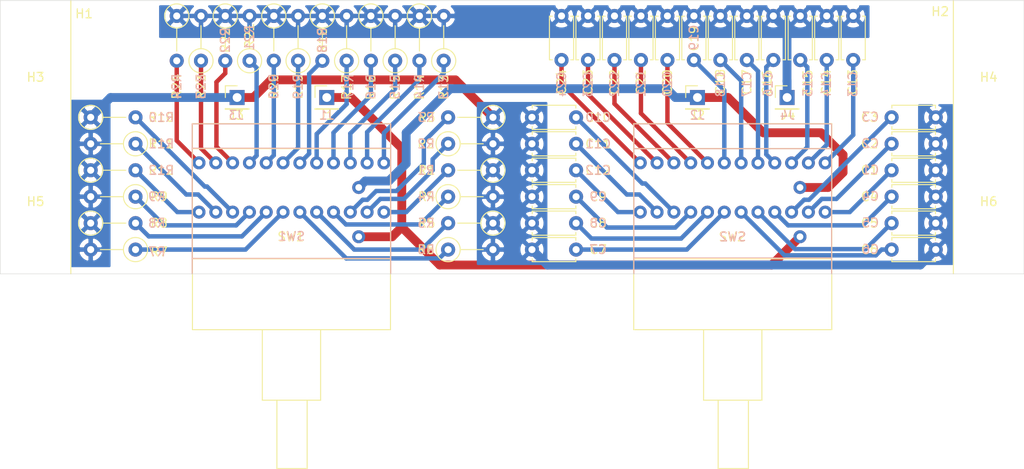
<source format=kicad_pcb>
(kicad_pcb (version 20171130) (host pcbnew "(5.1.2-1)-1")

  (general
    (thickness 1.6)
    (drawings 76)
    (tracks 187)
    (zones 0)
    (modules 60)
    (nets 53)
  )

  (page A4)
  (layers
    (0 F.Cu signal)
    (31 B.Cu signal)
    (32 B.Adhes user hide)
    (33 F.Adhes user hide)
    (34 B.Paste user hide)
    (35 F.Paste user hide)
    (36 B.SilkS user)
    (37 F.SilkS user)
    (38 B.Mask user)
    (39 F.Mask user)
    (40 Dwgs.User user hide)
    (41 Cmts.User user hide)
    (42 Eco1.User user hide)
    (43 Eco2.User user hide)
    (44 Edge.Cuts user)
    (45 Margin user hide)
    (46 B.CrtYd user hide)
    (47 F.CrtYd user)
    (48 B.Fab user hide)
    (49 F.Fab user hide)
  )

  (setup
    (last_trace_width 0.25)
    (user_trace_width 0.5)
    (trace_clearance 0.2)
    (zone_clearance 0.508)
    (zone_45_only no)
    (trace_min 0.2)
    (via_size 0.8)
    (via_drill 0.4)
    (via_min_size 0.4)
    (via_min_drill 0.3)
    (uvia_size 0.3)
    (uvia_drill 0.1)
    (uvias_allowed no)
    (uvia_min_size 0.2)
    (uvia_min_drill 0.1)
    (edge_width 0.05)
    (segment_width 0.2)
    (pcb_text_width 0.3)
    (pcb_text_size 1.5 1.5)
    (mod_edge_width 0.12)
    (mod_text_size 1 1)
    (mod_text_width 0.15)
    (pad_size 1.6 1.6)
    (pad_drill 0.8)
    (pad_to_mask_clearance 0.051)
    (solder_mask_min_width 0.25)
    (aux_axis_origin 0 0)
    (grid_origin 150 87)
    (visible_elements FFFFFF7F)
    (pcbplotparams
      (layerselection 0x010f0_ffffffff)
      (usegerberextensions false)
      (usegerberattributes false)
      (usegerberadvancedattributes false)
      (creategerberjobfile false)
      (excludeedgelayer true)
      (linewidth 0.100000)
      (plotframeref false)
      (viasonmask false)
      (mode 1)
      (useauxorigin false)
      (hpglpennumber 1)
      (hpglpenspeed 20)
      (hpglpendiameter 15.000000)
      (psnegative false)
      (psa4output false)
      (plotreference true)
      (plotvalue true)
      (plotinvisibletext false)
      (padsonsilk false)
      (subtractmaskfromsilk false)
      (outputformat 1)
      (mirror false)
      (drillshape 0)
      (scaleselection 1)
      (outputdirectory "gerbers/"))
  )

  (net 0 "")
  (net 1 "Net-(R1-Pad2)")
  (net 2 "Net-(R3-Pad2)")
  (net 3 "Net-(R22-Pad2)")
  (net 4 "Net-(R24-Pad2)")
  (net 5 "Net-(C1-Pad1)")
  (net 6 "Net-(C1-Pad2)")
  (net 7 "Net-(C2-Pad1)")
  (net 8 "Net-(C3-Pad1)")
  (net 9 "Net-(C4-Pad1)")
  (net 10 "Net-(C5-Pad1)")
  (net 11 "Net-(C6-Pad1)")
  (net 12 "Net-(C7-Pad1)")
  (net 13 "Net-(C8-Pad1)")
  (net 14 "Net-(C9-Pad1)")
  (net 15 "Net-(C10-Pad1)")
  (net 16 "Net-(C11-Pad1)")
  (net 17 "Net-(C12-Pad1)")
  (net 18 "Net-(C13-Pad1)")
  (net 19 "Net-(C13-Pad2)")
  (net 20 "Net-(C14-Pad1)")
  (net 21 "Net-(C15-Pad1)")
  (net 22 "Net-(C16-Pad1)")
  (net 23 "Net-(C17-Pad1)")
  (net 24 "Net-(C18-Pad1)")
  (net 25 "Net-(C19-Pad1)")
  (net 26 "Net-(C20-Pad1)")
  (net 27 "Net-(C21-Pad1)")
  (net 28 "Net-(C22-Pad1)")
  (net 29 "Net-(C23-Pad1)")
  (net 30 "Net-(C24-Pad1)")
  (net 31 "Net-(R21-Pad1)")
  (net 32 "Net-(R23-Pad1)")
  (net 33 "Net-(R2-Pad1)")
  (net 34 "Net-(R4-Pad1)")
  (net 35 "Net-(R19-Pad1)")
  (net 36 "Net-(R20-Pad2)")
  (net 37 "Net-(R13-Pad1)")
  (net 38 "Net-(R14-Pad2)")
  (net 39 "Net-(R15-Pad1)")
  (net 40 "Net-(R16-Pad2)")
  (net 41 "Net-(R17-Pad1)")
  (net 42 "Net-(R18-Pad2)")
  (net 43 "Net-(R7-Pad1)")
  (net 44 "Net-(R8-Pad2)")
  (net 45 "Net-(R5-Pad2)")
  (net 46 "Net-(R6-Pad1)")
  (net 47 "Net-(J1-Pad1)")
  (net 48 "Net-(J2-Pad1)")
  (net 49 "Net-(R9-Pad1)")
  (net 50 "Net-(R10-Pad2)")
  (net 51 "Net-(R11-Pad1)")
  (net 52 "Net-(R12-Pad2)")

  (net_class Default "This is the default net class."
    (clearance 0.2)
    (trace_width 0.25)
    (via_dia 0.8)
    (via_drill 0.4)
    (uvia_dia 0.3)
    (uvia_drill 0.1)
    (add_net "Net-(R10-Pad2)")
    (add_net "Net-(R11-Pad1)")
    (add_net "Net-(R12-Pad2)")
    (add_net "Net-(R9-Pad1)")
  )

  (net_class common ""
    (clearance 0.2)
    (trace_width 1)
    (via_dia 0.8)
    (via_drill 0.4)
    (uvia_dia 0.3)
    (uvia_drill 0.1)
    (add_net "Net-(C1-Pad2)")
    (add_net "Net-(C13-Pad2)")
    (add_net "Net-(J1-Pad1)")
    (add_net "Net-(J2-Pad1)")
  )

  (net_class signal ""
    (clearance 0.2)
    (trace_width 0.5)
    (via_dia 0.8)
    (via_drill 0.4)
    (uvia_dia 0.3)
    (uvia_drill 0.1)
    (add_net "Net-(C1-Pad1)")
    (add_net "Net-(C10-Pad1)")
    (add_net "Net-(C11-Pad1)")
    (add_net "Net-(C12-Pad1)")
    (add_net "Net-(C13-Pad1)")
    (add_net "Net-(C14-Pad1)")
    (add_net "Net-(C15-Pad1)")
    (add_net "Net-(C16-Pad1)")
    (add_net "Net-(C17-Pad1)")
    (add_net "Net-(C18-Pad1)")
    (add_net "Net-(C19-Pad1)")
    (add_net "Net-(C2-Pad1)")
    (add_net "Net-(C20-Pad1)")
    (add_net "Net-(C21-Pad1)")
    (add_net "Net-(C22-Pad1)")
    (add_net "Net-(C23-Pad1)")
    (add_net "Net-(C24-Pad1)")
    (add_net "Net-(C3-Pad1)")
    (add_net "Net-(C4-Pad1)")
    (add_net "Net-(C5-Pad1)")
    (add_net "Net-(C6-Pad1)")
    (add_net "Net-(C7-Pad1)")
    (add_net "Net-(C8-Pad1)")
    (add_net "Net-(C9-Pad1)")
    (add_net "Net-(R1-Pad2)")
    (add_net "Net-(R13-Pad1)")
    (add_net "Net-(R14-Pad2)")
    (add_net "Net-(R15-Pad1)")
    (add_net "Net-(R16-Pad2)")
    (add_net "Net-(R17-Pad1)")
    (add_net "Net-(R18-Pad2)")
    (add_net "Net-(R19-Pad1)")
    (add_net "Net-(R2-Pad1)")
    (add_net "Net-(R20-Pad2)")
    (add_net "Net-(R21-Pad1)")
    (add_net "Net-(R22-Pad2)")
    (add_net "Net-(R23-Pad1)")
    (add_net "Net-(R24-Pad2)")
    (add_net "Net-(R3-Pad2)")
    (add_net "Net-(R4-Pad1)")
    (add_net "Net-(R5-Pad2)")
    (add_net "Net-(R6-Pad1)")
    (add_net "Net-(R7-Pad1)")
    (add_net "Net-(R8-Pad2)")
  )

  (module "Gray Switch:Grayhill-71-2P12T-in" (layer F.Cu) (tedit 63811C4E) (tstamp 637BB24D)
    (at 175 80 180)
    (path /63802DD1)
    (fp_text reference SW2 (at 0.0635 -2.794) (layer F.SilkS)
      (effects (font (size 1 1) (thickness 0.15)))
    )
    (fp_text value Grayhill71-2P12T (at 0.0635 2.921) (layer F.Fab)
      (effects (font (size 0.889 0.889) (thickness 0.127)))
    )
    (fp_line (start -11.2 7.2) (end 11.2 7.2) (layer F.SilkS) (width 0.12))
    (fp_line (start -11.2 -5.3) (end 11.2 -5.3) (layer F.SilkS) (width 0.12))
    (fp_line (start 1.651 -29.083) (end 1.651 -21.336) (layer F.SilkS) (width 0.12))
    (fp_line (start -1.778 -29.083) (end 1.651 -29.083) (layer F.SilkS) (width 0.12))
    (fp_line (start -1.778 -21.336) (end -1.778 -29.083) (layer F.SilkS) (width 0.12))
    (fp_line (start 3.302 -21.336) (end 3.302 -13.335) (layer F.SilkS) (width 0.12))
    (fp_line (start -3.302 -21.336) (end 3.302 -21.336) (layer F.SilkS) (width 0.12))
    (fp_line (start -3.302 -13.335) (end -3.302 -21.336) (layer F.SilkS) (width 0.12))
    (fp_line (start 1.524 -28.956) (end 1.524 -21.209) (layer F.Fab) (width 0.12))
    (fp_line (start -1.651 -28.956) (end 1.524 -28.956) (layer F.Fab) (width 0.12))
    (fp_line (start -1.651 -21.209) (end -1.651 -28.956) (layer F.Fab) (width 0.12))
    (fp_line (start 3.175 -21.209) (end 3.175 -13.208) (layer F.Fab) (width 0.12))
    (fp_line (start -3.175 -21.209) (end 3.175 -21.209) (layer F.Fab) (width 0.12))
    (fp_line (start -3.175 -13.208) (end -3.175 -21.209) (layer F.Fab) (width 0.12))
    (fp_line (start -11.12 -5.207) (end 11.12 -5.207) (layer F.Fab) (width 0.12))
    (fp_line (start 11.22 -13.335) (end -11.22 -13.335) (layer F.SilkS) (width 0.12))
    (fp_line (start 11.22 10.033) (end 11.22 -13.335) (layer F.SilkS) (width 0.12))
    (fp_line (start -11.22 10.033) (end 11.22 10.033) (layer F.SilkS) (width 0.12))
    (fp_line (start -11.22 -13.335) (end -11.22 10.033) (layer F.SilkS) (width 0.12))
    (fp_line (start -11.12 -13.208) (end -11.12 7.112) (layer F.Fab) (width 0.12))
    (fp_line (start 11.12 -13.208) (end -11.12 -13.208) (layer F.Fab) (width 0.12))
    (fp_line (start 11.12 7.112) (end 11.12 -13.208) (layer F.Fab) (width 0.12))
    (fp_line (start 11.12 7.112) (end -11.12 7.112) (layer F.Fab) (width 0.12))
    (pad 25 thru_hole circle (at 10.4775 5.588 180) (size 1.4732 1.4732) (drill 0.762) (layers *.Cu *.Mask)
      (net 30 "Net-(C24-Pad1)"))
    (pad 14 thru_hole circle (at -10.4775 5.58 180) (size 1.4732 1.4732) (drill 0.762) (layers *.Cu *.Mask)
      (net 18 "Net-(C13-Pad1)"))
    (pad 12 thru_hole circle (at 10.4775 0 180) (size 1.4732 1.4732) (drill 0.762) (layers *.Cu *.Mask)
      (net 17 "Net-(C12-Pad1)"))
    (pad 1 thru_hole circle (at -10.4775 0 180) (size 1.4732 1.4732) (drill 0.762) (layers *.Cu *.Mask)
      (net 5 "Net-(C1-Pad1)"))
    (pad 26 thru_hole circle (at -7.62 2.794 180) (size 1.4732 1.4732) (drill 0.762) (layers *.Cu *.Mask)
      (net 48 "Net-(J2-Pad1)"))
    (pad 13 thru_hole circle (at -7.62 -2.794 180) (size 1.4732 1.4732) (drill 0.762) (layers *.Cu *.Mask)
      (net 47 "Net-(J1-Pad1)"))
    (pad 18 thru_hole circle (at -2.8575 5.58 180) (size 1.4732 1.4732) (drill 0.762) (layers *.Cu *.Mask)
      (net 23 "Net-(C17-Pad1)"))
    (pad 15 thru_hole circle (at -8.5725 5.58 180) (size 1.4732 1.4732) (drill 0.762) (layers *.Cu *.Mask)
      (net 20 "Net-(C14-Pad1)"))
    (pad 17 thru_hole circle (at -4.7625 5.58 180) (size 1.4732 1.4732) (drill 0.762) (layers *.Cu *.Mask)
      (net 22 "Net-(C16-Pad1)"))
    (pad 24 thru_hole circle (at 8.5725 5.588 180) (size 1.4732 1.4732) (drill 0.762) (layers *.Cu *.Mask)
      (net 29 "Net-(C23-Pad1)"))
    (pad 19 thru_hole circle (at -0.9525 5.58 180) (size 1.4732 1.4732) (drill 0.762) (layers *.Cu *.Mask)
      (net 24 "Net-(C18-Pad1)"))
    (pad 20 thru_hole circle (at 0.9525 5.588 180) (size 1.4732 1.4732) (drill 0.762) (layers *.Cu *.Mask)
      (net 25 "Net-(C19-Pad1)"))
    (pad 21 thru_hole circle (at 2.8575 5.588 270) (size 1.4732 1.4732) (drill 0.762) (layers *.Cu *.Mask)
      (net 26 "Net-(C20-Pad1)"))
    (pad 16 thru_hole circle (at -6.6675 5.58 180) (size 1.4732 1.4732) (drill 0.762) (layers *.Cu *.Mask)
      (net 21 "Net-(C15-Pad1)"))
    (pad 23 thru_hole circle (at 6.6675 5.588 180) (size 1.4732 1.4732) (drill 0.762) (layers *.Cu *.Mask)
      (net 28 "Net-(C22-Pad1)"))
    (pad 22 thru_hole circle (at 4.7625 5.588 270) (size 1.4732 1.4732) (drill 0.762) (layers *.Cu *.Mask)
      (net 27 "Net-(C21-Pad1)"))
    (pad 11 thru_hole circle (at 8.5725 0 180) (size 1.4732 1.4732) (drill 0.762) (layers *.Cu *.Mask)
      (net 16 "Net-(C11-Pad1)"))
    (pad 10 thru_hole circle (at 6.6675 0 180) (size 1.4732 1.4732) (drill 0.762) (layers *.Cu *.Mask)
      (net 15 "Net-(C10-Pad1)"))
    (pad 9 thru_hole circle (at 4.7625 0 180) (size 1.4732 1.4732) (drill 0.762) (layers *.Cu *.Mask)
      (net 14 "Net-(C9-Pad1)"))
    (pad 8 thru_hole circle (at 2.8575 0 180) (size 1.4732 1.4732) (drill 0.762) (layers *.Cu *.Mask)
      (net 13 "Net-(C8-Pad1)"))
    (pad 7 thru_hole circle (at 0.9525 0 180) (size 1.4732 1.4732) (drill 0.762) (layers *.Cu *.Mask)
      (net 12 "Net-(C7-Pad1)"))
    (pad 6 thru_hole circle (at -0.9525 0 180) (size 1.4732 1.4732) (drill 0.762) (layers *.Cu *.Mask)
      (net 11 "Net-(C6-Pad1)"))
    (pad 5 thru_hole circle (at -2.8575 0 180) (size 1.4732 1.4732) (drill 0.762) (layers *.Cu *.Mask)
      (net 10 "Net-(C5-Pad1)"))
    (pad 4 thru_hole circle (at -4.7625 0 180) (size 1.4732 1.4732) (drill 0.762) (layers *.Cu *.Mask)
      (net 9 "Net-(C4-Pad1)"))
    (pad 3 thru_hole circle (at -6.6675 0 180) (size 1.4732 1.4732) (drill 0.762) (layers *.Cu *.Mask)
      (net 8 "Net-(C3-Pad1)"))
    (pad 2 thru_hole circle (at -8.5725 0 180) (size 1.4732 1.4732) (drill 0.762) (layers *.Cu *.Mask)
      (net 7 "Net-(C2-Pad1)"))
    (model ${KIPRJMOD}/Lib/3D/G71AF12pin.wrl
      (offset (xyz 0 14.25 9.4))
      (scale (xyz 0.4 0.4 0.4))
      (rotate (xyz 90 180 180))
    )
  )

  (module "Gray Switch:Grayhill-71-2P12T-in" (layer F.Cu) (tedit 63811C4E) (tstamp 637BA659)
    (at 125 80 180)
    (path /6081E3DA)
    (fp_text reference SW1 (at 0.0635 -2.794) (layer F.SilkS)
      (effects (font (size 1 1) (thickness 0.15)))
    )
    (fp_text value Grayhill71-2P12T (at 0.0635 2.921) (layer F.Fab)
      (effects (font (size 0.889 0.889) (thickness 0.127)))
    )
    (fp_line (start -11.2 7.2) (end 11.2 7.2) (layer F.SilkS) (width 0.12))
    (fp_line (start -11.2 -5.3) (end 11.2 -5.3) (layer F.SilkS) (width 0.12))
    (fp_line (start 1.651 -29.083) (end 1.651 -21.336) (layer F.SilkS) (width 0.12))
    (fp_line (start -1.778 -29.083) (end 1.651 -29.083) (layer F.SilkS) (width 0.12))
    (fp_line (start -1.778 -21.336) (end -1.778 -29.083) (layer F.SilkS) (width 0.12))
    (fp_line (start 3.302 -21.336) (end 3.302 -13.335) (layer F.SilkS) (width 0.12))
    (fp_line (start -3.302 -21.336) (end 3.302 -21.336) (layer F.SilkS) (width 0.12))
    (fp_line (start -3.302 -13.335) (end -3.302 -21.336) (layer F.SilkS) (width 0.12))
    (fp_line (start 1.524 -28.956) (end 1.524 -21.209) (layer F.Fab) (width 0.12))
    (fp_line (start -1.651 -28.956) (end 1.524 -28.956) (layer F.Fab) (width 0.12))
    (fp_line (start -1.651 -21.209) (end -1.651 -28.956) (layer F.Fab) (width 0.12))
    (fp_line (start 3.175 -21.209) (end 3.175 -13.208) (layer F.Fab) (width 0.12))
    (fp_line (start -3.175 -21.209) (end 3.175 -21.209) (layer F.Fab) (width 0.12))
    (fp_line (start -3.175 -13.208) (end -3.175 -21.209) (layer F.Fab) (width 0.12))
    (fp_line (start -11.12 -5.207) (end 11.12 -5.207) (layer F.Fab) (width 0.12))
    (fp_line (start 11.22 -13.335) (end -11.22 -13.335) (layer F.SilkS) (width 0.12))
    (fp_line (start 11.22 10.033) (end 11.22 -13.335) (layer F.SilkS) (width 0.12))
    (fp_line (start -11.22 10.033) (end 11.22 10.033) (layer F.SilkS) (width 0.12))
    (fp_line (start -11.22 -13.335) (end -11.22 10.033) (layer F.SilkS) (width 0.12))
    (fp_line (start -11.12 -13.208) (end -11.12 7.112) (layer F.Fab) (width 0.12))
    (fp_line (start 11.12 -13.208) (end -11.12 -13.208) (layer F.Fab) (width 0.12))
    (fp_line (start 11.12 7.112) (end 11.12 -13.208) (layer F.Fab) (width 0.12))
    (fp_line (start 11.12 7.112) (end -11.12 7.112) (layer F.Fab) (width 0.12))
    (pad 25 thru_hole circle (at 10.4775 5.588 180) (size 1.4732 1.4732) (drill 0.762) (layers *.Cu *.Mask)
      (net 4 "Net-(R24-Pad2)"))
    (pad 14 thru_hole circle (at -10.4775 5.58 180) (size 1.4732 1.4732) (drill 0.762) (layers *.Cu *.Mask)
      (net 37 "Net-(R13-Pad1)"))
    (pad 12 thru_hole circle (at 10.4775 0 180) (size 1.4732 1.4732) (drill 0.762) (layers *.Cu *.Mask)
      (net 52 "Net-(R12-Pad2)"))
    (pad 1 thru_hole circle (at -10.4775 0 180) (size 1.4732 1.4732) (drill 0.762) (layers *.Cu *.Mask)
      (net 1 "Net-(R1-Pad2)"))
    (pad 26 thru_hole circle (at -7.62 2.794 180) (size 1.4732 1.4732) (drill 0.762) (layers *.Cu *.Mask)
      (net 48 "Net-(J2-Pad1)"))
    (pad 13 thru_hole circle (at -7.62 -2.794 180) (size 1.4732 1.4732) (drill 0.762) (layers *.Cu *.Mask)
      (net 47 "Net-(J1-Pad1)"))
    (pad 18 thru_hole circle (at -2.8575 5.58 180) (size 1.4732 1.4732) (drill 0.762) (layers *.Cu *.Mask)
      (net 41 "Net-(R17-Pad1)"))
    (pad 15 thru_hole circle (at -8.5725 5.58 180) (size 1.4732 1.4732) (drill 0.762) (layers *.Cu *.Mask)
      (net 38 "Net-(R14-Pad2)"))
    (pad 17 thru_hole circle (at -4.7625 5.58 180) (size 1.4732 1.4732) (drill 0.762) (layers *.Cu *.Mask)
      (net 40 "Net-(R16-Pad2)"))
    (pad 24 thru_hole circle (at 8.5725 5.588 180) (size 1.4732 1.4732) (drill 0.762) (layers *.Cu *.Mask)
      (net 32 "Net-(R23-Pad1)"))
    (pad 19 thru_hole circle (at -0.9525 5.58 180) (size 1.4732 1.4732) (drill 0.762) (layers *.Cu *.Mask)
      (net 42 "Net-(R18-Pad2)"))
    (pad 20 thru_hole circle (at 0.9525 5.588 180) (size 1.4732 1.4732) (drill 0.762) (layers *.Cu *.Mask)
      (net 35 "Net-(R19-Pad1)"))
    (pad 21 thru_hole circle (at 2.8575 5.588 270) (size 1.4732 1.4732) (drill 0.762) (layers *.Cu *.Mask)
      (net 36 "Net-(R20-Pad2)"))
    (pad 16 thru_hole circle (at -6.6675 5.58 180) (size 1.4732 1.4732) (drill 0.762) (layers *.Cu *.Mask)
      (net 39 "Net-(R15-Pad1)"))
    (pad 23 thru_hole circle (at 6.6675 5.588 180) (size 1.4732 1.4732) (drill 0.762) (layers *.Cu *.Mask)
      (net 3 "Net-(R22-Pad2)"))
    (pad 22 thru_hole circle (at 4.7625 5.588 270) (size 1.4732 1.4732) (drill 0.762) (layers *.Cu *.Mask)
      (net 31 "Net-(R21-Pad1)"))
    (pad 11 thru_hole circle (at 8.5725 0 180) (size 1.4732 1.4732) (drill 0.762) (layers *.Cu *.Mask)
      (net 51 "Net-(R11-Pad1)"))
    (pad 10 thru_hole circle (at 6.6675 0 180) (size 1.4732 1.4732) (drill 0.762) (layers *.Cu *.Mask)
      (net 50 "Net-(R10-Pad2)"))
    (pad 9 thru_hole circle (at 4.7625 0 180) (size 1.4732 1.4732) (drill 0.762) (layers *.Cu *.Mask)
      (net 49 "Net-(R9-Pad1)"))
    (pad 8 thru_hole circle (at 2.8575 0 180) (size 1.4732 1.4732) (drill 0.762) (layers *.Cu *.Mask)
      (net 44 "Net-(R8-Pad2)"))
    (pad 7 thru_hole circle (at 0.9525 0 180) (size 1.4732 1.4732) (drill 0.762) (layers *.Cu *.Mask)
      (net 43 "Net-(R7-Pad1)"))
    (pad 6 thru_hole circle (at -0.9525 0 180) (size 1.4732 1.4732) (drill 0.762) (layers *.Cu *.Mask)
      (net 46 "Net-(R6-Pad1)"))
    (pad 5 thru_hole circle (at -2.8575 0 180) (size 1.4732 1.4732) (drill 0.762) (layers *.Cu *.Mask)
      (net 45 "Net-(R5-Pad2)"))
    (pad 4 thru_hole circle (at -4.7625 0 180) (size 1.4732 1.4732) (drill 0.762) (layers *.Cu *.Mask)
      (net 34 "Net-(R4-Pad1)"))
    (pad 3 thru_hole circle (at -6.6675 0 180) (size 1.4732 1.4732) (drill 0.762) (layers *.Cu *.Mask)
      (net 2 "Net-(R3-Pad2)"))
    (pad 2 thru_hole circle (at -8.5725 0 180) (size 1.4732 1.4732) (drill 0.762) (layers *.Cu *.Mask)
      (net 33 "Net-(R2-Pad1)"))
    (model ${KIPRJMOD}/Lib/3D/G71AF12pin.wrl
      (offset (xyz 0 14.25 9.4))
      (scale (xyz 0.4 0.4 0.4))
      (rotate (xyz 90 180 180))
    )
  )

  (module MountingHole:MountingHole_3.2mm_M3 (layer F.Cu) (tedit 56D1B4CB) (tstamp 637AB02A)
    (at 104.5 60.5)
    (descr "Mounting Hole 3.2mm, no annular, M3")
    (tags "mounting hole 3.2mm no annular m3")
    (path /637AF9BE)
    (attr virtual)
    (fp_text reference H1 (at -3 -3) (layer F.SilkS)
      (effects (font (size 1 1) (thickness 0.15)))
    )
    (fp_text value MountingHole (at 0 4.2) (layer F.Fab)
      (effects (font (size 1 1) (thickness 0.15)))
    )
    (fp_text user %R (at 0.3 0) (layer F.Fab)
      (effects (font (size 1 1) (thickness 0.15)))
    )
    (fp_circle (center 0 0) (end 3.2 0) (layer Cmts.User) (width 0.15))
    (fp_circle (center 0 0) (end 3.45 0) (layer F.CrtYd) (width 0.05))
    (pad 1 np_thru_hole circle (at 0 0) (size 3.2 3.2) (drill 3.2) (layers *.Cu *.Mask))
  )

  (module MountingHole:MountingHole_3.2mm_M3 (layer F.Cu) (tedit 56D1B4CB) (tstamp 637AB032)
    (at 195.5 60.5)
    (descr "Mounting Hole 3.2mm, no annular, M3")
    (tags "mounting hole 3.2mm no annular m3")
    (path /637B01C7)
    (attr virtual)
    (fp_text reference H2 (at 3 -3.25) (layer F.SilkS)
      (effects (font (size 1 1) (thickness 0.15)))
    )
    (fp_text value MountingHole (at 0 4.2) (layer F.Fab)
      (effects (font (size 1 1) (thickness 0.15)))
    )
    (fp_circle (center 0 0) (end 3.45 0) (layer F.CrtYd) (width 0.05))
    (fp_circle (center 0 0) (end 3.2 0) (layer Cmts.User) (width 0.15))
    (fp_text user %R (at 0.3 0) (layer F.Fab)
      (effects (font (size 1 1) (thickness 0.15)))
    )
    (pad 1 np_thru_hole circle (at 0 0) (size 3.2 3.2) (drill 3.2) (layers *.Cu *.Mask))
  )

  (module Capacitor_THT:C_Disc_D4.7mm_W2.5mm_P5.00mm (layer F.Cu) (tedit 5AE50EF0) (tstamp 637BDA47)
    (at 193 75.25)
    (descr "C, Disc series, Radial, pin pitch=5.00mm, , diameter*width=4.7*2.5mm^2, Capacitor, http://www.vishay.com/docs/45233/krseries.pdf")
    (tags "C Disc series Radial pin pitch 5.00mm  diameter 4.7mm width 2.5mm Capacitor")
    (path /6380F022)
    (fp_text reference C1 (at -2.5 0) (layer F.SilkS)
      (effects (font (size 1 1) (thickness 0.15)))
    )
    (fp_text value C (at 2.5 2.5) (layer F.Fab)
      (effects (font (size 1 1) (thickness 0.15)))
    )
    (fp_line (start 0.15 -1.25) (end 0.15 1.25) (layer F.Fab) (width 0.1))
    (fp_line (start 0.15 1.25) (end 4.85 1.25) (layer F.Fab) (width 0.1))
    (fp_line (start 4.85 1.25) (end 4.85 -1.25) (layer F.Fab) (width 0.1))
    (fp_line (start 4.85 -1.25) (end 0.15 -1.25) (layer F.Fab) (width 0.1))
    (fp_line (start 0.03 -1.37) (end 4.97 -1.37) (layer F.SilkS) (width 0.12))
    (fp_line (start 0.03 1.37) (end 4.97 1.37) (layer F.SilkS) (width 0.12))
    (fp_line (start 0.03 -1.37) (end 0.03 -1.055) (layer F.SilkS) (width 0.12))
    (fp_line (start 0.03 1.055) (end 0.03 1.37) (layer F.SilkS) (width 0.12))
    (fp_line (start 4.97 -1.37) (end 4.97 -1.055) (layer F.SilkS) (width 0.12))
    (fp_line (start 4.97 1.055) (end 4.97 1.37) (layer F.SilkS) (width 0.12))
    (fp_line (start -1.05 -1.5) (end -1.05 1.5) (layer F.CrtYd) (width 0.05))
    (fp_line (start -1.05 1.5) (end 6.05 1.5) (layer F.CrtYd) (width 0.05))
    (fp_line (start 6.05 1.5) (end 6.05 -1.5) (layer F.CrtYd) (width 0.05))
    (fp_line (start 6.05 -1.5) (end -1.05 -1.5) (layer F.CrtYd) (width 0.05))
    (fp_text user %R (at 2.5 0) (layer F.Fab)
      (effects (font (size 0.94 0.94) (thickness 0.141)))
    )
    (pad 1 thru_hole circle (at 0 0) (size 1.6 1.6) (drill 0.8) (layers *.Cu *.Mask)
      (net 5 "Net-(C1-Pad1)"))
    (pad 2 thru_hole circle (at 5 0) (size 1.6 1.6) (drill 0.8) (layers *.Cu *.Mask)
      (net 6 "Net-(C1-Pad2)"))
    (model ${KISYS3DMOD}/Capacitor_THT.3dshapes/C_Disc_D4.7mm_W2.5mm_P5.00mm.wrl
      (at (xyz 0 0 0))
      (scale (xyz 1 1 1))
      (rotate (xyz 0 0 0))
    )
  )

  (module Capacitor_THT:C_Disc_D4.7mm_W2.5mm_P5.00mm (layer F.Cu) (tedit 5AE50EF0) (tstamp 637BDA5B)
    (at 193 72.25)
    (descr "C, Disc series, Radial, pin pitch=5.00mm, , diameter*width=4.7*2.5mm^2, Capacitor, http://www.vishay.com/docs/45233/krseries.pdf")
    (tags "C Disc series Radial pin pitch 5.00mm  diameter 4.7mm width 2.5mm Capacitor")
    (path /6381200B)
    (fp_text reference C2 (at -2.5 0) (layer F.SilkS)
      (effects (font (size 1 1) (thickness 0.15)))
    )
    (fp_text value C (at 2.5 2.5) (layer F.Fab)
      (effects (font (size 1 1) (thickness 0.15)))
    )
    (fp_text user %R (at 2.5 0) (layer F.Fab)
      (effects (font (size 0.94 0.94) (thickness 0.141)))
    )
    (fp_line (start 6.05 -1.5) (end -1.05 -1.5) (layer F.CrtYd) (width 0.05))
    (fp_line (start 6.05 1.5) (end 6.05 -1.5) (layer F.CrtYd) (width 0.05))
    (fp_line (start -1.05 1.5) (end 6.05 1.5) (layer F.CrtYd) (width 0.05))
    (fp_line (start -1.05 -1.5) (end -1.05 1.5) (layer F.CrtYd) (width 0.05))
    (fp_line (start 4.97 1.055) (end 4.97 1.37) (layer F.SilkS) (width 0.12))
    (fp_line (start 4.97 -1.37) (end 4.97 -1.055) (layer F.SilkS) (width 0.12))
    (fp_line (start 0.03 1.055) (end 0.03 1.37) (layer F.SilkS) (width 0.12))
    (fp_line (start 0.03 -1.37) (end 0.03 -1.055) (layer F.SilkS) (width 0.12))
    (fp_line (start 0.03 1.37) (end 4.97 1.37) (layer F.SilkS) (width 0.12))
    (fp_line (start 0.03 -1.37) (end 4.97 -1.37) (layer F.SilkS) (width 0.12))
    (fp_line (start 4.85 -1.25) (end 0.15 -1.25) (layer F.Fab) (width 0.1))
    (fp_line (start 4.85 1.25) (end 4.85 -1.25) (layer F.Fab) (width 0.1))
    (fp_line (start 0.15 1.25) (end 4.85 1.25) (layer F.Fab) (width 0.1))
    (fp_line (start 0.15 -1.25) (end 0.15 1.25) (layer F.Fab) (width 0.1))
    (pad 2 thru_hole circle (at 5 0) (size 1.6 1.6) (drill 0.8) (layers *.Cu *.Mask)
      (net 6 "Net-(C1-Pad2)"))
    (pad 1 thru_hole circle (at 0 0) (size 1.6 1.6) (drill 0.8) (layers *.Cu *.Mask)
      (net 7 "Net-(C2-Pad1)"))
    (model ${KISYS3DMOD}/Capacitor_THT.3dshapes/C_Disc_D4.7mm_W2.5mm_P5.00mm.wrl
      (at (xyz 0 0 0))
      (scale (xyz 1 1 1))
      (rotate (xyz 0 0 0))
    )
  )

  (module Capacitor_THT:C_Disc_D4.7mm_W2.5mm_P5.00mm (layer F.Cu) (tedit 5AE50EF0) (tstamp 637BDA6F)
    (at 193 69.25)
    (descr "C, Disc series, Radial, pin pitch=5.00mm, , diameter*width=4.7*2.5mm^2, Capacitor, http://www.vishay.com/docs/45233/krseries.pdf")
    (tags "C Disc series Radial pin pitch 5.00mm  diameter 4.7mm width 2.5mm Capacitor")
    (path /63812A71)
    (fp_text reference C3 (at -2.5 0) (layer F.SilkS)
      (effects (font (size 1 1) (thickness 0.15)))
    )
    (fp_text value C (at 2.5 2.5) (layer F.Fab)
      (effects (font (size 1 1) (thickness 0.15)))
    )
    (fp_line (start 0.15 -1.25) (end 0.15 1.25) (layer F.Fab) (width 0.1))
    (fp_line (start 0.15 1.25) (end 4.85 1.25) (layer F.Fab) (width 0.1))
    (fp_line (start 4.85 1.25) (end 4.85 -1.25) (layer F.Fab) (width 0.1))
    (fp_line (start 4.85 -1.25) (end 0.15 -1.25) (layer F.Fab) (width 0.1))
    (fp_line (start 0.03 -1.37) (end 4.97 -1.37) (layer F.SilkS) (width 0.12))
    (fp_line (start 0.03 1.37) (end 4.97 1.37) (layer F.SilkS) (width 0.12))
    (fp_line (start 0.03 -1.37) (end 0.03 -1.055) (layer F.SilkS) (width 0.12))
    (fp_line (start 0.03 1.055) (end 0.03 1.37) (layer F.SilkS) (width 0.12))
    (fp_line (start 4.97 -1.37) (end 4.97 -1.055) (layer F.SilkS) (width 0.12))
    (fp_line (start 4.97 1.055) (end 4.97 1.37) (layer F.SilkS) (width 0.12))
    (fp_line (start -1.05 -1.5) (end -1.05 1.5) (layer F.CrtYd) (width 0.05))
    (fp_line (start -1.05 1.5) (end 6.05 1.5) (layer F.CrtYd) (width 0.05))
    (fp_line (start 6.05 1.5) (end 6.05 -1.5) (layer F.CrtYd) (width 0.05))
    (fp_line (start 6.05 -1.5) (end -1.05 -1.5) (layer F.CrtYd) (width 0.05))
    (fp_text user %R (at 2.5 0) (layer F.Fab)
      (effects (font (size 0.94 0.94) (thickness 0.141)))
    )
    (pad 1 thru_hole circle (at 0 0) (size 1.6 1.6) (drill 0.8) (layers *.Cu *.Mask)
      (net 8 "Net-(C3-Pad1)"))
    (pad 2 thru_hole circle (at 5 0) (size 1.6 1.6) (drill 0.8) (layers *.Cu *.Mask)
      (net 6 "Net-(C1-Pad2)"))
    (model ${KISYS3DMOD}/Capacitor_THT.3dshapes/C_Disc_D4.7mm_W2.5mm_P5.00mm.wrl
      (at (xyz 0 0 0))
      (scale (xyz 1 1 1))
      (rotate (xyz 0 0 0))
    )
  )

  (module Capacitor_THT:C_Disc_D4.7mm_W2.5mm_P5.00mm (layer F.Cu) (tedit 5AE50EF0) (tstamp 637BDA83)
    (at 193 78.25)
    (descr "C, Disc series, Radial, pin pitch=5.00mm, , diameter*width=4.7*2.5mm^2, Capacitor, http://www.vishay.com/docs/45233/krseries.pdf")
    (tags "C Disc series Radial pin pitch 5.00mm  diameter 4.7mm width 2.5mm Capacitor")
    (path /6381355D)
    (fp_text reference C4 (at -2.5 0) (layer F.SilkS)
      (effects (font (size 1 1) (thickness 0.15)))
    )
    (fp_text value C (at 2.5 2.5) (layer F.Fab)
      (effects (font (size 1 1) (thickness 0.15)))
    )
    (fp_text user %R (at 2.5 0) (layer F.Fab)
      (effects (font (size 0.94 0.94) (thickness 0.141)))
    )
    (fp_line (start 6.05 -1.5) (end -1.05 -1.5) (layer F.CrtYd) (width 0.05))
    (fp_line (start 6.05 1.5) (end 6.05 -1.5) (layer F.CrtYd) (width 0.05))
    (fp_line (start -1.05 1.5) (end 6.05 1.5) (layer F.CrtYd) (width 0.05))
    (fp_line (start -1.05 -1.5) (end -1.05 1.5) (layer F.CrtYd) (width 0.05))
    (fp_line (start 4.97 1.055) (end 4.97 1.37) (layer F.SilkS) (width 0.12))
    (fp_line (start 4.97 -1.37) (end 4.97 -1.055) (layer F.SilkS) (width 0.12))
    (fp_line (start 0.03 1.055) (end 0.03 1.37) (layer F.SilkS) (width 0.12))
    (fp_line (start 0.03 -1.37) (end 0.03 -1.055) (layer F.SilkS) (width 0.12))
    (fp_line (start 0.03 1.37) (end 4.97 1.37) (layer F.SilkS) (width 0.12))
    (fp_line (start 0.03 -1.37) (end 4.97 -1.37) (layer F.SilkS) (width 0.12))
    (fp_line (start 4.85 -1.25) (end 0.15 -1.25) (layer F.Fab) (width 0.1))
    (fp_line (start 4.85 1.25) (end 4.85 -1.25) (layer F.Fab) (width 0.1))
    (fp_line (start 0.15 1.25) (end 4.85 1.25) (layer F.Fab) (width 0.1))
    (fp_line (start 0.15 -1.25) (end 0.15 1.25) (layer F.Fab) (width 0.1))
    (pad 2 thru_hole circle (at 5 0) (size 1.6 1.6) (drill 0.8) (layers *.Cu *.Mask)
      (net 6 "Net-(C1-Pad2)"))
    (pad 1 thru_hole circle (at 0 0) (size 1.6 1.6) (drill 0.8) (layers *.Cu *.Mask)
      (net 9 "Net-(C4-Pad1)"))
    (model ${KISYS3DMOD}/Capacitor_THT.3dshapes/C_Disc_D4.7mm_W2.5mm_P5.00mm.wrl
      (at (xyz 0 0 0))
      (scale (xyz 1 1 1))
      (rotate (xyz 0 0 0))
    )
  )

  (module Capacitor_THT:C_Disc_D4.7mm_W2.5mm_P5.00mm (layer F.Cu) (tedit 5AE50EF0) (tstamp 637BDA97)
    (at 193 81.25)
    (descr "C, Disc series, Radial, pin pitch=5.00mm, , diameter*width=4.7*2.5mm^2, Capacitor, http://www.vishay.com/docs/45233/krseries.pdf")
    (tags "C Disc series Radial pin pitch 5.00mm  diameter 4.7mm width 2.5mm Capacitor")
    (path /6381408A)
    (fp_text reference C5 (at -2.5 0) (layer F.SilkS)
      (effects (font (size 1 1) (thickness 0.15)))
    )
    (fp_text value C (at 2.5 2.5) (layer F.Fab)
      (effects (font (size 1 1) (thickness 0.15)))
    )
    (fp_text user %R (at 2.5 0) (layer F.Fab)
      (effects (font (size 0.94 0.94) (thickness 0.141)))
    )
    (fp_line (start 6.05 -1.5) (end -1.05 -1.5) (layer F.CrtYd) (width 0.05))
    (fp_line (start 6.05 1.5) (end 6.05 -1.5) (layer F.CrtYd) (width 0.05))
    (fp_line (start -1.05 1.5) (end 6.05 1.5) (layer F.CrtYd) (width 0.05))
    (fp_line (start -1.05 -1.5) (end -1.05 1.5) (layer F.CrtYd) (width 0.05))
    (fp_line (start 4.97 1.055) (end 4.97 1.37) (layer F.SilkS) (width 0.12))
    (fp_line (start 4.97 -1.37) (end 4.97 -1.055) (layer F.SilkS) (width 0.12))
    (fp_line (start 0.03 1.055) (end 0.03 1.37) (layer F.SilkS) (width 0.12))
    (fp_line (start 0.03 -1.37) (end 0.03 -1.055) (layer F.SilkS) (width 0.12))
    (fp_line (start 0.03 1.37) (end 4.97 1.37) (layer F.SilkS) (width 0.12))
    (fp_line (start 0.03 -1.37) (end 4.97 -1.37) (layer F.SilkS) (width 0.12))
    (fp_line (start 4.85 -1.25) (end 0.15 -1.25) (layer F.Fab) (width 0.1))
    (fp_line (start 4.85 1.25) (end 4.85 -1.25) (layer F.Fab) (width 0.1))
    (fp_line (start 0.15 1.25) (end 4.85 1.25) (layer F.Fab) (width 0.1))
    (fp_line (start 0.15 -1.25) (end 0.15 1.25) (layer F.Fab) (width 0.1))
    (pad 2 thru_hole circle (at 5 0) (size 1.6 1.6) (drill 0.8) (layers *.Cu *.Mask)
      (net 6 "Net-(C1-Pad2)"))
    (pad 1 thru_hole circle (at 0 0) (size 1.6 1.6) (drill 0.8) (layers *.Cu *.Mask)
      (net 10 "Net-(C5-Pad1)"))
    (model ${KISYS3DMOD}/Capacitor_THT.3dshapes/C_Disc_D4.7mm_W2.5mm_P5.00mm.wrl
      (at (xyz 0 0 0))
      (scale (xyz 1 1 1))
      (rotate (xyz 0 0 0))
    )
  )

  (module Capacitor_THT:C_Disc_D4.7mm_W2.5mm_P5.00mm (layer F.Cu) (tedit 5AE50EF0) (tstamp 637BDAAB)
    (at 193 84.25)
    (descr "C, Disc series, Radial, pin pitch=5.00mm, , diameter*width=4.7*2.5mm^2, Capacitor, http://www.vishay.com/docs/45233/krseries.pdf")
    (tags "C Disc series Radial pin pitch 5.00mm  diameter 4.7mm width 2.5mm Capacitor")
    (path /63814CDE)
    (fp_text reference C6 (at -2.5 0) (layer F.SilkS)
      (effects (font (size 1 1) (thickness 0.15)))
    )
    (fp_text value C (at 2.5 2.5) (layer F.Fab)
      (effects (font (size 1 1) (thickness 0.15)))
    )
    (fp_line (start 0.15 -1.25) (end 0.15 1.25) (layer F.Fab) (width 0.1))
    (fp_line (start 0.15 1.25) (end 4.85 1.25) (layer F.Fab) (width 0.1))
    (fp_line (start 4.85 1.25) (end 4.85 -1.25) (layer F.Fab) (width 0.1))
    (fp_line (start 4.85 -1.25) (end 0.15 -1.25) (layer F.Fab) (width 0.1))
    (fp_line (start 0.03 -1.37) (end 4.97 -1.37) (layer F.SilkS) (width 0.12))
    (fp_line (start 0.03 1.37) (end 4.97 1.37) (layer F.SilkS) (width 0.12))
    (fp_line (start 0.03 -1.37) (end 0.03 -1.055) (layer F.SilkS) (width 0.12))
    (fp_line (start 0.03 1.055) (end 0.03 1.37) (layer F.SilkS) (width 0.12))
    (fp_line (start 4.97 -1.37) (end 4.97 -1.055) (layer F.SilkS) (width 0.12))
    (fp_line (start 4.97 1.055) (end 4.97 1.37) (layer F.SilkS) (width 0.12))
    (fp_line (start -1.05 -1.5) (end -1.05 1.5) (layer F.CrtYd) (width 0.05))
    (fp_line (start -1.05 1.5) (end 6.05 1.5) (layer F.CrtYd) (width 0.05))
    (fp_line (start 6.05 1.5) (end 6.05 -1.5) (layer F.CrtYd) (width 0.05))
    (fp_line (start 6.05 -1.5) (end -1.05 -1.5) (layer F.CrtYd) (width 0.05))
    (fp_text user %R (at 2.5 0) (layer F.Fab)
      (effects (font (size 0.94 0.94) (thickness 0.141)))
    )
    (pad 1 thru_hole circle (at 0 0) (size 1.6 1.6) (drill 0.8) (layers *.Cu *.Mask)
      (net 11 "Net-(C6-Pad1)"))
    (pad 2 thru_hole circle (at 5 0) (size 1.6 1.6) (drill 0.8) (layers *.Cu *.Mask)
      (net 6 "Net-(C1-Pad2)"))
    (model ${KISYS3DMOD}/Capacitor_THT.3dshapes/C_Disc_D4.7mm_W2.5mm_P5.00mm.wrl
      (at (xyz 0 0 0))
      (scale (xyz 1 1 1))
      (rotate (xyz 0 0 0))
    )
  )

  (module Capacitor_THT:C_Disc_D4.7mm_W2.5mm_P5.00mm (layer F.Cu) (tedit 5AE50EF0) (tstamp 637BDABF)
    (at 157.25 84.25 180)
    (descr "C, Disc series, Radial, pin pitch=5.00mm, , diameter*width=4.7*2.5mm^2, Capacitor, http://www.vishay.com/docs/45233/krseries.pdf")
    (tags "C Disc series Radial pin pitch 5.00mm  diameter 4.7mm width 2.5mm Capacitor")
    (path /63815790)
    (fp_text reference C7 (at -2.5 0) (layer F.SilkS)
      (effects (font (size 1 1) (thickness 0.15)))
    )
    (fp_text value C (at 2.5 2.5) (layer F.Fab)
      (effects (font (size 1 1) (thickness 0.15)))
    )
    (fp_text user %R (at 2.5 0) (layer F.Fab)
      (effects (font (size 0.94 0.94) (thickness 0.141)))
    )
    (fp_line (start 6.05 -1.5) (end -1.05 -1.5) (layer F.CrtYd) (width 0.05))
    (fp_line (start 6.05 1.5) (end 6.05 -1.5) (layer F.CrtYd) (width 0.05))
    (fp_line (start -1.05 1.5) (end 6.05 1.5) (layer F.CrtYd) (width 0.05))
    (fp_line (start -1.05 -1.5) (end -1.05 1.5) (layer F.CrtYd) (width 0.05))
    (fp_line (start 4.97 1.055) (end 4.97 1.37) (layer F.SilkS) (width 0.12))
    (fp_line (start 4.97 -1.37) (end 4.97 -1.055) (layer F.SilkS) (width 0.12))
    (fp_line (start 0.03 1.055) (end 0.03 1.37) (layer F.SilkS) (width 0.12))
    (fp_line (start 0.03 -1.37) (end 0.03 -1.055) (layer F.SilkS) (width 0.12))
    (fp_line (start 0.03 1.37) (end 4.97 1.37) (layer F.SilkS) (width 0.12))
    (fp_line (start 0.03 -1.37) (end 4.97 -1.37) (layer F.SilkS) (width 0.12))
    (fp_line (start 4.85 -1.25) (end 0.15 -1.25) (layer F.Fab) (width 0.1))
    (fp_line (start 4.85 1.25) (end 4.85 -1.25) (layer F.Fab) (width 0.1))
    (fp_line (start 0.15 1.25) (end 4.85 1.25) (layer F.Fab) (width 0.1))
    (fp_line (start 0.15 -1.25) (end 0.15 1.25) (layer F.Fab) (width 0.1))
    (pad 2 thru_hole circle (at 5 0 180) (size 1.6 1.6) (drill 0.8) (layers *.Cu *.Mask)
      (net 6 "Net-(C1-Pad2)"))
    (pad 1 thru_hole circle (at 0 0 180) (size 1.6 1.6) (drill 0.8) (layers *.Cu *.Mask)
      (net 12 "Net-(C7-Pad1)"))
    (model ${KISYS3DMOD}/Capacitor_THT.3dshapes/C_Disc_D4.7mm_W2.5mm_P5.00mm.wrl
      (at (xyz 0 0 0))
      (scale (xyz 1 1 1))
      (rotate (xyz 0 0 0))
    )
  )

  (module Capacitor_THT:C_Disc_D4.7mm_W2.5mm_P5.00mm (layer F.Cu) (tedit 5AE50EF0) (tstamp 637BDAD3)
    (at 157.25 81.25 180)
    (descr "C, Disc series, Radial, pin pitch=5.00mm, , diameter*width=4.7*2.5mm^2, Capacitor, http://www.vishay.com/docs/45233/krseries.pdf")
    (tags "C Disc series Radial pin pitch 5.00mm  diameter 4.7mm width 2.5mm Capacitor")
    (path /6381612A)
    (fp_text reference C8 (at -2.5 0) (layer F.SilkS)
      (effects (font (size 1 1) (thickness 0.15)))
    )
    (fp_text value C (at 2.5 2.5) (layer F.Fab)
      (effects (font (size 1 1) (thickness 0.15)))
    )
    (fp_line (start 0.15 -1.25) (end 0.15 1.25) (layer F.Fab) (width 0.1))
    (fp_line (start 0.15 1.25) (end 4.85 1.25) (layer F.Fab) (width 0.1))
    (fp_line (start 4.85 1.25) (end 4.85 -1.25) (layer F.Fab) (width 0.1))
    (fp_line (start 4.85 -1.25) (end 0.15 -1.25) (layer F.Fab) (width 0.1))
    (fp_line (start 0.03 -1.37) (end 4.97 -1.37) (layer F.SilkS) (width 0.12))
    (fp_line (start 0.03 1.37) (end 4.97 1.37) (layer F.SilkS) (width 0.12))
    (fp_line (start 0.03 -1.37) (end 0.03 -1.055) (layer F.SilkS) (width 0.12))
    (fp_line (start 0.03 1.055) (end 0.03 1.37) (layer F.SilkS) (width 0.12))
    (fp_line (start 4.97 -1.37) (end 4.97 -1.055) (layer F.SilkS) (width 0.12))
    (fp_line (start 4.97 1.055) (end 4.97 1.37) (layer F.SilkS) (width 0.12))
    (fp_line (start -1.05 -1.5) (end -1.05 1.5) (layer F.CrtYd) (width 0.05))
    (fp_line (start -1.05 1.5) (end 6.05 1.5) (layer F.CrtYd) (width 0.05))
    (fp_line (start 6.05 1.5) (end 6.05 -1.5) (layer F.CrtYd) (width 0.05))
    (fp_line (start 6.05 -1.5) (end -1.05 -1.5) (layer F.CrtYd) (width 0.05))
    (fp_text user %R (at 2.5 0) (layer F.Fab)
      (effects (font (size 0.94 0.94) (thickness 0.141)))
    )
    (pad 1 thru_hole circle (at 0 0 180) (size 1.6 1.6) (drill 0.8) (layers *.Cu *.Mask)
      (net 13 "Net-(C8-Pad1)"))
    (pad 2 thru_hole circle (at 5 0 180) (size 1.6 1.6) (drill 0.8) (layers *.Cu *.Mask)
      (net 6 "Net-(C1-Pad2)"))
    (model ${KISYS3DMOD}/Capacitor_THT.3dshapes/C_Disc_D4.7mm_W2.5mm_P5.00mm.wrl
      (at (xyz 0 0 0))
      (scale (xyz 1 1 1))
      (rotate (xyz 0 0 0))
    )
  )

  (module Capacitor_THT:C_Disc_D4.7mm_W2.5mm_P5.00mm (layer F.Cu) (tedit 5AE50EF0) (tstamp 637BDAE7)
    (at 157.25 78.25 180)
    (descr "C, Disc series, Radial, pin pitch=5.00mm, , diameter*width=4.7*2.5mm^2, Capacitor, http://www.vishay.com/docs/45233/krseries.pdf")
    (tags "C Disc series Radial pin pitch 5.00mm  diameter 4.7mm width 2.5mm Capacitor")
    (path /63816B05)
    (fp_text reference C9 (at -2.5 0) (layer F.SilkS)
      (effects (font (size 1 1) (thickness 0.15)))
    )
    (fp_text value C (at 2.5 2.5) (layer F.Fab)
      (effects (font (size 1 1) (thickness 0.15)))
    )
    (fp_text user %R (at 2.5 0) (layer F.Fab)
      (effects (font (size 0.94 0.94) (thickness 0.141)))
    )
    (fp_line (start 6.05 -1.5) (end -1.05 -1.5) (layer F.CrtYd) (width 0.05))
    (fp_line (start 6.05 1.5) (end 6.05 -1.5) (layer F.CrtYd) (width 0.05))
    (fp_line (start -1.05 1.5) (end 6.05 1.5) (layer F.CrtYd) (width 0.05))
    (fp_line (start -1.05 -1.5) (end -1.05 1.5) (layer F.CrtYd) (width 0.05))
    (fp_line (start 4.97 1.055) (end 4.97 1.37) (layer F.SilkS) (width 0.12))
    (fp_line (start 4.97 -1.37) (end 4.97 -1.055) (layer F.SilkS) (width 0.12))
    (fp_line (start 0.03 1.055) (end 0.03 1.37) (layer F.SilkS) (width 0.12))
    (fp_line (start 0.03 -1.37) (end 0.03 -1.055) (layer F.SilkS) (width 0.12))
    (fp_line (start 0.03 1.37) (end 4.97 1.37) (layer F.SilkS) (width 0.12))
    (fp_line (start 0.03 -1.37) (end 4.97 -1.37) (layer F.SilkS) (width 0.12))
    (fp_line (start 4.85 -1.25) (end 0.15 -1.25) (layer F.Fab) (width 0.1))
    (fp_line (start 4.85 1.25) (end 4.85 -1.25) (layer F.Fab) (width 0.1))
    (fp_line (start 0.15 1.25) (end 4.85 1.25) (layer F.Fab) (width 0.1))
    (fp_line (start 0.15 -1.25) (end 0.15 1.25) (layer F.Fab) (width 0.1))
    (pad 2 thru_hole circle (at 5 0 180) (size 1.6 1.6) (drill 0.8) (layers *.Cu *.Mask)
      (net 6 "Net-(C1-Pad2)"))
    (pad 1 thru_hole circle (at 0 0 180) (size 1.6 1.6) (drill 0.8) (layers *.Cu *.Mask)
      (net 14 "Net-(C9-Pad1)"))
    (model ${KISYS3DMOD}/Capacitor_THT.3dshapes/C_Disc_D4.7mm_W2.5mm_P5.00mm.wrl
      (at (xyz 0 0 0))
      (scale (xyz 1 1 1))
      (rotate (xyz 0 0 0))
    )
  )

  (module Capacitor_THT:C_Disc_D4.7mm_W2.5mm_P5.00mm (layer F.Cu) (tedit 5AE50EF0) (tstamp 637BDAFB)
    (at 157.25 69.25 180)
    (descr "C, Disc series, Radial, pin pitch=5.00mm, , diameter*width=4.7*2.5mm^2, Capacitor, http://www.vishay.com/docs/45233/krseries.pdf")
    (tags "C Disc series Radial pin pitch 5.00mm  diameter 4.7mm width 2.5mm Capacitor")
    (path /63817635)
    (fp_text reference C10 (at -2.5 0) (layer F.SilkS)
      (effects (font (size 1 1) (thickness 0.15)))
    )
    (fp_text value C (at 2.5 2.5) (layer F.Fab)
      (effects (font (size 1 1) (thickness 0.15)))
    )
    (fp_line (start 0.15 -1.25) (end 0.15 1.25) (layer F.Fab) (width 0.1))
    (fp_line (start 0.15 1.25) (end 4.85 1.25) (layer F.Fab) (width 0.1))
    (fp_line (start 4.85 1.25) (end 4.85 -1.25) (layer F.Fab) (width 0.1))
    (fp_line (start 4.85 -1.25) (end 0.15 -1.25) (layer F.Fab) (width 0.1))
    (fp_line (start 0.03 -1.37) (end 4.97 -1.37) (layer F.SilkS) (width 0.12))
    (fp_line (start 0.03 1.37) (end 4.97 1.37) (layer F.SilkS) (width 0.12))
    (fp_line (start 0.03 -1.37) (end 0.03 -1.055) (layer F.SilkS) (width 0.12))
    (fp_line (start 0.03 1.055) (end 0.03 1.37) (layer F.SilkS) (width 0.12))
    (fp_line (start 4.97 -1.37) (end 4.97 -1.055) (layer F.SilkS) (width 0.12))
    (fp_line (start 4.97 1.055) (end 4.97 1.37) (layer F.SilkS) (width 0.12))
    (fp_line (start -1.05 -1.5) (end -1.05 1.5) (layer F.CrtYd) (width 0.05))
    (fp_line (start -1.05 1.5) (end 6.05 1.5) (layer F.CrtYd) (width 0.05))
    (fp_line (start 6.05 1.5) (end 6.05 -1.5) (layer F.CrtYd) (width 0.05))
    (fp_line (start 6.05 -1.5) (end -1.05 -1.5) (layer F.CrtYd) (width 0.05))
    (fp_text user %R (at 2.5 0) (layer F.Fab)
      (effects (font (size 0.94 0.94) (thickness 0.141)))
    )
    (pad 1 thru_hole circle (at 0 0 180) (size 1.6 1.6) (drill 0.8) (layers *.Cu *.Mask)
      (net 15 "Net-(C10-Pad1)"))
    (pad 2 thru_hole circle (at 5 0 180) (size 1.6 1.6) (drill 0.8) (layers *.Cu *.Mask)
      (net 6 "Net-(C1-Pad2)"))
    (model ${KISYS3DMOD}/Capacitor_THT.3dshapes/C_Disc_D4.7mm_W2.5mm_P5.00mm.wrl
      (at (xyz 0 0 0))
      (scale (xyz 1 1 1))
      (rotate (xyz 0 0 0))
    )
  )

  (module Capacitor_THT:C_Disc_D4.7mm_W2.5mm_P5.00mm (layer F.Cu) (tedit 5AE50EF0) (tstamp 637BDB0F)
    (at 157.25 72.25 180)
    (descr "C, Disc series, Radial, pin pitch=5.00mm, , diameter*width=4.7*2.5mm^2, Capacitor, http://www.vishay.com/docs/45233/krseries.pdf")
    (tags "C Disc series Radial pin pitch 5.00mm  diameter 4.7mm width 2.5mm Capacitor")
    (path /638180C0)
    (fp_text reference C11 (at -2.5 0) (layer F.SilkS)
      (effects (font (size 1 1) (thickness 0.15)))
    )
    (fp_text value C (at 2.5 2.5) (layer F.Fab)
      (effects (font (size 1 1) (thickness 0.15)))
    )
    (fp_text user %R (at 2.5 0) (layer F.Fab)
      (effects (font (size 0.94 0.94) (thickness 0.141)))
    )
    (fp_line (start 6.05 -1.5) (end -1.05 -1.5) (layer F.CrtYd) (width 0.05))
    (fp_line (start 6.05 1.5) (end 6.05 -1.5) (layer F.CrtYd) (width 0.05))
    (fp_line (start -1.05 1.5) (end 6.05 1.5) (layer F.CrtYd) (width 0.05))
    (fp_line (start -1.05 -1.5) (end -1.05 1.5) (layer F.CrtYd) (width 0.05))
    (fp_line (start 4.97 1.055) (end 4.97 1.37) (layer F.SilkS) (width 0.12))
    (fp_line (start 4.97 -1.37) (end 4.97 -1.055) (layer F.SilkS) (width 0.12))
    (fp_line (start 0.03 1.055) (end 0.03 1.37) (layer F.SilkS) (width 0.12))
    (fp_line (start 0.03 -1.37) (end 0.03 -1.055) (layer F.SilkS) (width 0.12))
    (fp_line (start 0.03 1.37) (end 4.97 1.37) (layer F.SilkS) (width 0.12))
    (fp_line (start 0.03 -1.37) (end 4.97 -1.37) (layer F.SilkS) (width 0.12))
    (fp_line (start 4.85 -1.25) (end 0.15 -1.25) (layer F.Fab) (width 0.1))
    (fp_line (start 4.85 1.25) (end 4.85 -1.25) (layer F.Fab) (width 0.1))
    (fp_line (start 0.15 1.25) (end 4.85 1.25) (layer F.Fab) (width 0.1))
    (fp_line (start 0.15 -1.25) (end 0.15 1.25) (layer F.Fab) (width 0.1))
    (pad 2 thru_hole circle (at 5 0 180) (size 1.6 1.6) (drill 0.8) (layers *.Cu *.Mask)
      (net 6 "Net-(C1-Pad2)"))
    (pad 1 thru_hole circle (at 0 0 180) (size 1.6 1.6) (drill 0.8) (layers *.Cu *.Mask)
      (net 16 "Net-(C11-Pad1)"))
    (model ${KISYS3DMOD}/Capacitor_THT.3dshapes/C_Disc_D4.7mm_W2.5mm_P5.00mm.wrl
      (at (xyz 0 0 0))
      (scale (xyz 1 1 1))
      (rotate (xyz 0 0 0))
    )
  )

  (module Capacitor_THT:C_Disc_D4.7mm_W2.5mm_P5.00mm (layer F.Cu) (tedit 5AE50EF0) (tstamp 637BDB23)
    (at 157.25 75.25 180)
    (descr "C, Disc series, Radial, pin pitch=5.00mm, , diameter*width=4.7*2.5mm^2, Capacitor, http://www.vishay.com/docs/45233/krseries.pdf")
    (tags "C Disc series Radial pin pitch 5.00mm  diameter 4.7mm width 2.5mm Capacitor")
    (path /63818C44)
    (fp_text reference C12 (at -2.5 0) (layer F.SilkS)
      (effects (font (size 1 1) (thickness 0.15)))
    )
    (fp_text value C (at 2.5 2.5) (layer F.Fab)
      (effects (font (size 1 1) (thickness 0.15)))
    )
    (fp_line (start 0.15 -1.25) (end 0.15 1.25) (layer F.Fab) (width 0.1))
    (fp_line (start 0.15 1.25) (end 4.85 1.25) (layer F.Fab) (width 0.1))
    (fp_line (start 4.85 1.25) (end 4.85 -1.25) (layer F.Fab) (width 0.1))
    (fp_line (start 4.85 -1.25) (end 0.15 -1.25) (layer F.Fab) (width 0.1))
    (fp_line (start 0.03 -1.37) (end 4.97 -1.37) (layer F.SilkS) (width 0.12))
    (fp_line (start 0.03 1.37) (end 4.97 1.37) (layer F.SilkS) (width 0.12))
    (fp_line (start 0.03 -1.37) (end 0.03 -1.055) (layer F.SilkS) (width 0.12))
    (fp_line (start 0.03 1.055) (end 0.03 1.37) (layer F.SilkS) (width 0.12))
    (fp_line (start 4.97 -1.37) (end 4.97 -1.055) (layer F.SilkS) (width 0.12))
    (fp_line (start 4.97 1.055) (end 4.97 1.37) (layer F.SilkS) (width 0.12))
    (fp_line (start -1.05 -1.5) (end -1.05 1.5) (layer F.CrtYd) (width 0.05))
    (fp_line (start -1.05 1.5) (end 6.05 1.5) (layer F.CrtYd) (width 0.05))
    (fp_line (start 6.05 1.5) (end 6.05 -1.5) (layer F.CrtYd) (width 0.05))
    (fp_line (start 6.05 -1.5) (end -1.05 -1.5) (layer F.CrtYd) (width 0.05))
    (fp_text user %R (at 2.5 0) (layer F.Fab)
      (effects (font (size 0.94 0.94) (thickness 0.141)))
    )
    (pad 1 thru_hole circle (at 0 0 180) (size 1.6 1.6) (drill 0.8) (layers *.Cu *.Mask)
      (net 17 "Net-(C12-Pad1)"))
    (pad 2 thru_hole circle (at 5 0 180) (size 1.6 1.6) (drill 0.8) (layers *.Cu *.Mask)
      (net 6 "Net-(C1-Pad2)"))
    (model ${KISYS3DMOD}/Capacitor_THT.3dshapes/C_Disc_D4.7mm_W2.5mm_P5.00mm.wrl
      (at (xyz 0 0 0))
      (scale (xyz 1 1 1))
      (rotate (xyz 0 0 0))
    )
  )

  (module Capacitor_THT:C_Disc_D4.7mm_W2.5mm_P5.00mm (layer F.Cu) (tedit 5AE50EF0) (tstamp 637BDB37)
    (at 188.65 62.75 90)
    (descr "C, Disc series, Radial, pin pitch=5.00mm, , diameter*width=4.7*2.5mm^2, Capacitor, http://www.vishay.com/docs/45233/krseries.pdf")
    (tags "C Disc series Radial pin pitch 5.00mm  diameter 4.7mm width 2.5mm Capacitor")
    (path /6381BC3A)
    (fp_text reference C13 (at -2.5 -0.05 90) (layer F.SilkS)
      (effects (font (size 1 1) (thickness 0.15)))
    )
    (fp_text value C (at 2.5 2.5 90) (layer F.Fab)
      (effects (font (size 1 1) (thickness 0.15)))
    )
    (fp_line (start 0.15 -1.25) (end 0.15 1.25) (layer F.Fab) (width 0.1))
    (fp_line (start 0.15 1.25) (end 4.85 1.25) (layer F.Fab) (width 0.1))
    (fp_line (start 4.85 1.25) (end 4.85 -1.25) (layer F.Fab) (width 0.1))
    (fp_line (start 4.85 -1.25) (end 0.15 -1.25) (layer F.Fab) (width 0.1))
    (fp_line (start 0.03 -1.37) (end 4.97 -1.37) (layer F.SilkS) (width 0.12))
    (fp_line (start 0.03 1.37) (end 4.97 1.37) (layer F.SilkS) (width 0.12))
    (fp_line (start 0.03 -1.37) (end 0.03 -1.055) (layer F.SilkS) (width 0.12))
    (fp_line (start 0.03 1.055) (end 0.03 1.37) (layer F.SilkS) (width 0.12))
    (fp_line (start 4.97 -1.37) (end 4.97 -1.055) (layer F.SilkS) (width 0.12))
    (fp_line (start 4.97 1.055) (end 4.97 1.37) (layer F.SilkS) (width 0.12))
    (fp_line (start -1.05 -1.5) (end -1.05 1.5) (layer F.CrtYd) (width 0.05))
    (fp_line (start -1.05 1.5) (end 6.05 1.5) (layer F.CrtYd) (width 0.05))
    (fp_line (start 6.05 1.5) (end 6.05 -1.5) (layer F.CrtYd) (width 0.05))
    (fp_line (start 6.05 -1.5) (end -1.05 -1.5) (layer F.CrtYd) (width 0.05))
    (fp_text user %R (at 2.5 0 90) (layer F.Fab)
      (effects (font (size 0.94 0.94) (thickness 0.141)))
    )
    (pad 1 thru_hole circle (at 0 0 90) (size 1.6 1.6) (drill 0.8) (layers *.Cu *.Mask)
      (net 18 "Net-(C13-Pad1)"))
    (pad 2 thru_hole circle (at 5 0 90) (size 1.6 1.6) (drill 0.8) (layers *.Cu *.Mask)
      (net 19 "Net-(C13-Pad2)"))
    (model ${KISYS3DMOD}/Capacitor_THT.3dshapes/C_Disc_D4.7mm_W2.5mm_P5.00mm.wrl
      (at (xyz 0 0 0))
      (scale (xyz 1 1 1))
      (rotate (xyz 0 0 0))
    )
  )

  (module Capacitor_THT:C_Disc_D4.7mm_W2.5mm_P5.00mm (layer F.Cu) (tedit 5AE50EF0) (tstamp 637BDB4B)
    (at 185.65 62.75 90)
    (descr "C, Disc series, Radial, pin pitch=5.00mm, , diameter*width=4.7*2.5mm^2, Capacitor, http://www.vishay.com/docs/45233/krseries.pdf")
    (tags "C Disc series Radial pin pitch 5.00mm  diameter 4.7mm width 2.5mm Capacitor")
    (path /6381BC44)
    (fp_text reference C14 (at -2.5 -0.05 90) (layer F.SilkS)
      (effects (font (size 1 1) (thickness 0.15)))
    )
    (fp_text value C (at 2.5 2.5 90) (layer F.Fab)
      (effects (font (size 1 1) (thickness 0.15)))
    )
    (fp_text user %R (at 2.5 0 90) (layer F.Fab)
      (effects (font (size 0.94 0.94) (thickness 0.141)))
    )
    (fp_line (start 6.05 -1.5) (end -1.05 -1.5) (layer F.CrtYd) (width 0.05))
    (fp_line (start 6.05 1.5) (end 6.05 -1.5) (layer F.CrtYd) (width 0.05))
    (fp_line (start -1.05 1.5) (end 6.05 1.5) (layer F.CrtYd) (width 0.05))
    (fp_line (start -1.05 -1.5) (end -1.05 1.5) (layer F.CrtYd) (width 0.05))
    (fp_line (start 4.97 1.055) (end 4.97 1.37) (layer F.SilkS) (width 0.12))
    (fp_line (start 4.97 -1.37) (end 4.97 -1.055) (layer F.SilkS) (width 0.12))
    (fp_line (start 0.03 1.055) (end 0.03 1.37) (layer F.SilkS) (width 0.12))
    (fp_line (start 0.03 -1.37) (end 0.03 -1.055) (layer F.SilkS) (width 0.12))
    (fp_line (start 0.03 1.37) (end 4.97 1.37) (layer F.SilkS) (width 0.12))
    (fp_line (start 0.03 -1.37) (end 4.97 -1.37) (layer F.SilkS) (width 0.12))
    (fp_line (start 4.85 -1.25) (end 0.15 -1.25) (layer F.Fab) (width 0.1))
    (fp_line (start 4.85 1.25) (end 4.85 -1.25) (layer F.Fab) (width 0.1))
    (fp_line (start 0.15 1.25) (end 4.85 1.25) (layer F.Fab) (width 0.1))
    (fp_line (start 0.15 -1.25) (end 0.15 1.25) (layer F.Fab) (width 0.1))
    (pad 2 thru_hole circle (at 5 0 90) (size 1.6 1.6) (drill 0.8) (layers *.Cu *.Mask)
      (net 19 "Net-(C13-Pad2)"))
    (pad 1 thru_hole circle (at 0 0 90) (size 1.6 1.6) (drill 0.8) (layers *.Cu *.Mask)
      (net 20 "Net-(C14-Pad1)"))
    (model ${KISYS3DMOD}/Capacitor_THT.3dshapes/C_Disc_D4.7mm_W2.5mm_P5.00mm.wrl
      (at (xyz 0 0 0))
      (scale (xyz 1 1 1))
      (rotate (xyz 0 0 0))
    )
  )

  (module Capacitor_THT:C_Disc_D4.7mm_W2.5mm_P5.00mm (layer F.Cu) (tedit 5AE50EF0) (tstamp 637BDB5F)
    (at 182.65 62.75 90)
    (descr "C, Disc series, Radial, pin pitch=5.00mm, , diameter*width=4.7*2.5mm^2, Capacitor, http://www.vishay.com/docs/45233/krseries.pdf")
    (tags "C Disc series Radial pin pitch 5.00mm  diameter 4.7mm width 2.5mm Capacitor")
    (path /6381BC4E)
    (fp_text reference C15 (at -2.55 0.85 90) (layer F.SilkS)
      (effects (font (size 1 1) (thickness 0.15)))
    )
    (fp_text value C (at 2.5 2.5 90) (layer F.Fab)
      (effects (font (size 1 1) (thickness 0.15)))
    )
    (fp_line (start 0.15 -1.25) (end 0.15 1.25) (layer F.Fab) (width 0.1))
    (fp_line (start 0.15 1.25) (end 4.85 1.25) (layer F.Fab) (width 0.1))
    (fp_line (start 4.85 1.25) (end 4.85 -1.25) (layer F.Fab) (width 0.1))
    (fp_line (start 4.85 -1.25) (end 0.15 -1.25) (layer F.Fab) (width 0.1))
    (fp_line (start 0.03 -1.37) (end 4.97 -1.37) (layer F.SilkS) (width 0.12))
    (fp_line (start 0.03 1.37) (end 4.97 1.37) (layer F.SilkS) (width 0.12))
    (fp_line (start 0.03 -1.37) (end 0.03 -1.055) (layer F.SilkS) (width 0.12))
    (fp_line (start 0.03 1.055) (end 0.03 1.37) (layer F.SilkS) (width 0.12))
    (fp_line (start 4.97 -1.37) (end 4.97 -1.055) (layer F.SilkS) (width 0.12))
    (fp_line (start 4.97 1.055) (end 4.97 1.37) (layer F.SilkS) (width 0.12))
    (fp_line (start -1.05 -1.5) (end -1.05 1.5) (layer F.CrtYd) (width 0.05))
    (fp_line (start -1.05 1.5) (end 6.05 1.5) (layer F.CrtYd) (width 0.05))
    (fp_line (start 6.05 1.5) (end 6.05 -1.5) (layer F.CrtYd) (width 0.05))
    (fp_line (start 6.05 -1.5) (end -1.05 -1.5) (layer F.CrtYd) (width 0.05))
    (fp_text user %R (at 2.5 0 90) (layer F.Fab)
      (effects (font (size 0.94 0.94) (thickness 0.141)))
    )
    (pad 1 thru_hole circle (at 0 0 90) (size 1.6 1.6) (drill 0.8) (layers *.Cu *.Mask)
      (net 21 "Net-(C15-Pad1)"))
    (pad 2 thru_hole circle (at 5 0 90) (size 1.6 1.6) (drill 0.8) (layers *.Cu *.Mask)
      (net 19 "Net-(C13-Pad2)"))
    (model ${KISYS3DMOD}/Capacitor_THT.3dshapes/C_Disc_D4.7mm_W2.5mm_P5.00mm.wrl
      (at (xyz 0 0 0))
      (scale (xyz 1 1 1))
      (rotate (xyz 0 0 0))
    )
  )

  (module Capacitor_THT:C_Disc_D4.7mm_W2.5mm_P5.00mm (layer F.Cu) (tedit 5AE50EF0) (tstamp 637BDB73)
    (at 179.6 62.75 90)
    (descr "C, Disc series, Radial, pin pitch=5.00mm, , diameter*width=4.7*2.5mm^2, Capacitor, http://www.vishay.com/docs/45233/krseries.pdf")
    (tags "C Disc series Radial pin pitch 5.00mm  diameter 4.7mm width 2.5mm Capacitor")
    (path /6381BCA8)
    (fp_text reference C16 (at -2.55 -0.7 90) (layer F.SilkS)
      (effects (font (size 1 1) (thickness 0.15)))
    )
    (fp_text value C (at 2.5 2.5 90) (layer F.Fab)
      (effects (font (size 1 1) (thickness 0.15)))
    )
    (fp_text user %R (at 2.5 0 90) (layer F.Fab)
      (effects (font (size 0.94 0.94) (thickness 0.141)))
    )
    (fp_line (start 6.05 -1.5) (end -1.05 -1.5) (layer F.CrtYd) (width 0.05))
    (fp_line (start 6.05 1.5) (end 6.05 -1.5) (layer F.CrtYd) (width 0.05))
    (fp_line (start -1.05 1.5) (end 6.05 1.5) (layer F.CrtYd) (width 0.05))
    (fp_line (start -1.05 -1.5) (end -1.05 1.5) (layer F.CrtYd) (width 0.05))
    (fp_line (start 4.97 1.055) (end 4.97 1.37) (layer F.SilkS) (width 0.12))
    (fp_line (start 4.97 -1.37) (end 4.97 -1.055) (layer F.SilkS) (width 0.12))
    (fp_line (start 0.03 1.055) (end 0.03 1.37) (layer F.SilkS) (width 0.12))
    (fp_line (start 0.03 -1.37) (end 0.03 -1.055) (layer F.SilkS) (width 0.12))
    (fp_line (start 0.03 1.37) (end 4.97 1.37) (layer F.SilkS) (width 0.12))
    (fp_line (start 0.03 -1.37) (end 4.97 -1.37) (layer F.SilkS) (width 0.12))
    (fp_line (start 4.85 -1.25) (end 0.15 -1.25) (layer F.Fab) (width 0.1))
    (fp_line (start 4.85 1.25) (end 4.85 -1.25) (layer F.Fab) (width 0.1))
    (fp_line (start 0.15 1.25) (end 4.85 1.25) (layer F.Fab) (width 0.1))
    (fp_line (start 0.15 -1.25) (end 0.15 1.25) (layer F.Fab) (width 0.1))
    (pad 2 thru_hole circle (at 5 0 90) (size 1.6 1.6) (drill 0.8) (layers *.Cu *.Mask)
      (net 19 "Net-(C13-Pad2)"))
    (pad 1 thru_hole circle (at 0 0 90) (size 1.6 1.6) (drill 0.8) (layers *.Cu *.Mask)
      (net 22 "Net-(C16-Pad1)"))
    (model ${KISYS3DMOD}/Capacitor_THT.3dshapes/C_Disc_D4.7mm_W2.5mm_P5.00mm.wrl
      (at (xyz 0 0 0))
      (scale (xyz 1 1 1))
      (rotate (xyz 0 0 0))
    )
  )

  (module Capacitor_THT:C_Disc_D4.7mm_W2.5mm_P5.00mm (layer F.Cu) (tedit 5AE50EF0) (tstamp 637BDB87)
    (at 176.6 62.75 90)
    (descr "C, Disc series, Radial, pin pitch=5.00mm, , diameter*width=4.7*2.5mm^2, Capacitor, http://www.vishay.com/docs/45233/krseries.pdf")
    (tags "C Disc series Radial pin pitch 5.00mm  diameter 4.7mm width 2.5mm Capacitor")
    (path /6381BC58)
    (fp_text reference C17 (at -2.5 0 90) (layer F.SilkS)
      (effects (font (size 1 1) (thickness 0.15)))
    )
    (fp_text value C (at 2.5 2.5 90) (layer F.Fab)
      (effects (font (size 1 1) (thickness 0.15)))
    )
    (fp_text user %R (at 2.5 0 90) (layer F.Fab)
      (effects (font (size 0.94 0.94) (thickness 0.141)))
    )
    (fp_line (start 6.05 -1.5) (end -1.05 -1.5) (layer F.CrtYd) (width 0.05))
    (fp_line (start 6.05 1.5) (end 6.05 -1.5) (layer F.CrtYd) (width 0.05))
    (fp_line (start -1.05 1.5) (end 6.05 1.5) (layer F.CrtYd) (width 0.05))
    (fp_line (start -1.05 -1.5) (end -1.05 1.5) (layer F.CrtYd) (width 0.05))
    (fp_line (start 4.97 1.055) (end 4.97 1.37) (layer F.SilkS) (width 0.12))
    (fp_line (start 4.97 -1.37) (end 4.97 -1.055) (layer F.SilkS) (width 0.12))
    (fp_line (start 0.03 1.055) (end 0.03 1.37) (layer F.SilkS) (width 0.12))
    (fp_line (start 0.03 -1.37) (end 0.03 -1.055) (layer F.SilkS) (width 0.12))
    (fp_line (start 0.03 1.37) (end 4.97 1.37) (layer F.SilkS) (width 0.12))
    (fp_line (start 0.03 -1.37) (end 4.97 -1.37) (layer F.SilkS) (width 0.12))
    (fp_line (start 4.85 -1.25) (end 0.15 -1.25) (layer F.Fab) (width 0.1))
    (fp_line (start 4.85 1.25) (end 4.85 -1.25) (layer F.Fab) (width 0.1))
    (fp_line (start 0.15 1.25) (end 4.85 1.25) (layer F.Fab) (width 0.1))
    (fp_line (start 0.15 -1.25) (end 0.15 1.25) (layer F.Fab) (width 0.1))
    (pad 2 thru_hole circle (at 5 0 90) (size 1.6 1.6) (drill 0.8) (layers *.Cu *.Mask)
      (net 19 "Net-(C13-Pad2)"))
    (pad 1 thru_hole circle (at 0 0 90) (size 1.6 1.6) (drill 0.8) (layers *.Cu *.Mask)
      (net 23 "Net-(C17-Pad1)"))
    (model ${KISYS3DMOD}/Capacitor_THT.3dshapes/C_Disc_D4.7mm_W2.5mm_P5.00mm.wrl
      (at (xyz 0 0 0))
      (scale (xyz 1 1 1))
      (rotate (xyz 0 0 0))
    )
  )

  (module Capacitor_THT:C_Disc_D4.7mm_W2.5mm_P5.00mm (layer F.Cu) (tedit 5AE50EF0) (tstamp 637BDB9B)
    (at 173.6 62.75 90)
    (descr "C, Disc series, Radial, pin pitch=5.00mm, , diameter*width=4.7*2.5mm^2, Capacitor, http://www.vishay.com/docs/45233/krseries.pdf")
    (tags "C Disc series Radial pin pitch 5.00mm  diameter 4.7mm width 2.5mm Capacitor")
    (path /6381BC62)
    (fp_text reference C18 (at -2.45 0 90) (layer F.SilkS)
      (effects (font (size 1 1) (thickness 0.15)))
    )
    (fp_text value C (at 2.5 2.5 90) (layer F.Fab)
      (effects (font (size 1 1) (thickness 0.15)))
    )
    (fp_line (start 0.15 -1.25) (end 0.15 1.25) (layer F.Fab) (width 0.1))
    (fp_line (start 0.15 1.25) (end 4.85 1.25) (layer F.Fab) (width 0.1))
    (fp_line (start 4.85 1.25) (end 4.85 -1.25) (layer F.Fab) (width 0.1))
    (fp_line (start 4.85 -1.25) (end 0.15 -1.25) (layer F.Fab) (width 0.1))
    (fp_line (start 0.03 -1.37) (end 4.97 -1.37) (layer F.SilkS) (width 0.12))
    (fp_line (start 0.03 1.37) (end 4.97 1.37) (layer F.SilkS) (width 0.12))
    (fp_line (start 0.03 -1.37) (end 0.03 -1.055) (layer F.SilkS) (width 0.12))
    (fp_line (start 0.03 1.055) (end 0.03 1.37) (layer F.SilkS) (width 0.12))
    (fp_line (start 4.97 -1.37) (end 4.97 -1.055) (layer F.SilkS) (width 0.12))
    (fp_line (start 4.97 1.055) (end 4.97 1.37) (layer F.SilkS) (width 0.12))
    (fp_line (start -1.05 -1.5) (end -1.05 1.5) (layer F.CrtYd) (width 0.05))
    (fp_line (start -1.05 1.5) (end 6.05 1.5) (layer F.CrtYd) (width 0.05))
    (fp_line (start 6.05 1.5) (end 6.05 -1.5) (layer F.CrtYd) (width 0.05))
    (fp_line (start 6.05 -1.5) (end -1.05 -1.5) (layer F.CrtYd) (width 0.05))
    (fp_text user %R (at 2.5 0 90) (layer F.Fab)
      (effects (font (size 0.94 0.94) (thickness 0.141)))
    )
    (pad 1 thru_hole circle (at 0 0 90) (size 1.6 1.6) (drill 0.8) (layers *.Cu *.Mask)
      (net 24 "Net-(C18-Pad1)"))
    (pad 2 thru_hole circle (at 5 0 90) (size 1.6 1.6) (drill 0.8) (layers *.Cu *.Mask)
      (net 19 "Net-(C13-Pad2)"))
    (model ${KISYS3DMOD}/Capacitor_THT.3dshapes/C_Disc_D4.7mm_W2.5mm_P5.00mm.wrl
      (at (xyz 0 0 0))
      (scale (xyz 1 1 1))
      (rotate (xyz 0 0 0))
    )
  )

  (module Capacitor_THT:C_Disc_D4.7mm_W2.5mm_P5.00mm (layer F.Cu) (tedit 5AE50EF0) (tstamp 637BDBAF)
    (at 170.6 62.75 90)
    (descr "C, Disc series, Radial, pin pitch=5.00mm, , diameter*width=4.7*2.5mm^2, Capacitor, http://www.vishay.com/docs/45233/krseries.pdf")
    (tags "C Disc series Radial pin pitch 5.00mm  diameter 4.7mm width 2.5mm Capacitor")
    (path /6381BC6C)
    (fp_text reference C19 (at 2.45 0 90) (layer F.SilkS)
      (effects (font (size 1 1) (thickness 0.15)))
    )
    (fp_text value C (at 2.5 2.5 90) (layer F.Fab)
      (effects (font (size 1 1) (thickness 0.15)))
    )
    (fp_text user %R (at 2.5 0 90) (layer F.Fab)
      (effects (font (size 0.94 0.94) (thickness 0.141)))
    )
    (fp_line (start 6.05 -1.5) (end -1.05 -1.5) (layer F.CrtYd) (width 0.05))
    (fp_line (start 6.05 1.5) (end 6.05 -1.5) (layer F.CrtYd) (width 0.05))
    (fp_line (start -1.05 1.5) (end 6.05 1.5) (layer F.CrtYd) (width 0.05))
    (fp_line (start -1.05 -1.5) (end -1.05 1.5) (layer F.CrtYd) (width 0.05))
    (fp_line (start 4.97 1.055) (end 4.97 1.37) (layer F.SilkS) (width 0.12))
    (fp_line (start 4.97 -1.37) (end 4.97 -1.055) (layer F.SilkS) (width 0.12))
    (fp_line (start 0.03 1.055) (end 0.03 1.37) (layer F.SilkS) (width 0.12))
    (fp_line (start 0.03 -1.37) (end 0.03 -1.055) (layer F.SilkS) (width 0.12))
    (fp_line (start 0.03 1.37) (end 4.97 1.37) (layer F.SilkS) (width 0.12))
    (fp_line (start 0.03 -1.37) (end 4.97 -1.37) (layer F.SilkS) (width 0.12))
    (fp_line (start 4.85 -1.25) (end 0.15 -1.25) (layer F.Fab) (width 0.1))
    (fp_line (start 4.85 1.25) (end 4.85 -1.25) (layer F.Fab) (width 0.1))
    (fp_line (start 0.15 1.25) (end 4.85 1.25) (layer F.Fab) (width 0.1))
    (fp_line (start 0.15 -1.25) (end 0.15 1.25) (layer F.Fab) (width 0.1))
    (pad 2 thru_hole circle (at 5 0 90) (size 1.6 1.6) (drill 0.8) (layers *.Cu *.Mask)
      (net 19 "Net-(C13-Pad2)"))
    (pad 1 thru_hole circle (at 0 0 90) (size 1.6 1.6) (drill 0.8) (layers *.Cu *.Mask)
      (net 25 "Net-(C19-Pad1)"))
    (model ${KISYS3DMOD}/Capacitor_THT.3dshapes/C_Disc_D4.7mm_W2.5mm_P5.00mm.wrl
      (at (xyz 0 0 0))
      (scale (xyz 1 1 1))
      (rotate (xyz 0 0 0))
    )
  )

  (module Capacitor_THT:C_Disc_D4.7mm_W2.5mm_P5.00mm (layer F.Cu) (tedit 5AE50EF0) (tstamp 637BDBC3)
    (at 167.6 62.75 90)
    (descr "C, Disc series, Radial, pin pitch=5.00mm, , diameter*width=4.7*2.5mm^2, Capacitor, http://www.vishay.com/docs/45233/krseries.pdf")
    (tags "C Disc series Radial pin pitch 5.00mm  diameter 4.7mm width 2.5mm Capacitor")
    (path /6381BC76)
    (fp_text reference C20 (at -2.5 0 90) (layer F.SilkS)
      (effects (font (size 1 1) (thickness 0.15)))
    )
    (fp_text value C (at 2.5 2.5 90) (layer F.Fab)
      (effects (font (size 1 1) (thickness 0.15)))
    )
    (fp_line (start 0.15 -1.25) (end 0.15 1.25) (layer F.Fab) (width 0.1))
    (fp_line (start 0.15 1.25) (end 4.85 1.25) (layer F.Fab) (width 0.1))
    (fp_line (start 4.85 1.25) (end 4.85 -1.25) (layer F.Fab) (width 0.1))
    (fp_line (start 4.85 -1.25) (end 0.15 -1.25) (layer F.Fab) (width 0.1))
    (fp_line (start 0.03 -1.37) (end 4.97 -1.37) (layer F.SilkS) (width 0.12))
    (fp_line (start 0.03 1.37) (end 4.97 1.37) (layer F.SilkS) (width 0.12))
    (fp_line (start 0.03 -1.37) (end 0.03 -1.055) (layer F.SilkS) (width 0.12))
    (fp_line (start 0.03 1.055) (end 0.03 1.37) (layer F.SilkS) (width 0.12))
    (fp_line (start 4.97 -1.37) (end 4.97 -1.055) (layer F.SilkS) (width 0.12))
    (fp_line (start 4.97 1.055) (end 4.97 1.37) (layer F.SilkS) (width 0.12))
    (fp_line (start -1.05 -1.5) (end -1.05 1.5) (layer F.CrtYd) (width 0.05))
    (fp_line (start -1.05 1.5) (end 6.05 1.5) (layer F.CrtYd) (width 0.05))
    (fp_line (start 6.05 1.5) (end 6.05 -1.5) (layer F.CrtYd) (width 0.05))
    (fp_line (start 6.05 -1.5) (end -1.05 -1.5) (layer F.CrtYd) (width 0.05))
    (fp_text user %R (at 2.5 0 90) (layer F.Fab)
      (effects (font (size 0.94 0.94) (thickness 0.141)))
    )
    (pad 1 thru_hole circle (at 0 0 90) (size 1.6 1.6) (drill 0.8) (layers *.Cu *.Mask)
      (net 26 "Net-(C20-Pad1)"))
    (pad 2 thru_hole circle (at 5 0 90) (size 1.6 1.6) (drill 0.8) (layers *.Cu *.Mask)
      (net 19 "Net-(C13-Pad2)"))
    (model ${KISYS3DMOD}/Capacitor_THT.3dshapes/C_Disc_D4.7mm_W2.5mm_P5.00mm.wrl
      (at (xyz 0 0 0))
      (scale (xyz 1 1 1))
      (rotate (xyz 0 0 0))
    )
  )

  (module Capacitor_THT:C_Disc_D4.7mm_W2.5mm_P5.00mm (layer F.Cu) (tedit 5AE50EF0) (tstamp 637BDBD7)
    (at 164.6 62.75 90)
    (descr "C, Disc series, Radial, pin pitch=5.00mm, , diameter*width=4.7*2.5mm^2, Capacitor, http://www.vishay.com/docs/45233/krseries.pdf")
    (tags "C Disc series Radial pin pitch 5.00mm  diameter 4.7mm width 2.5mm Capacitor")
    (path /6381BC80)
    (fp_text reference C21 (at -2.5 0 90) (layer F.SilkS)
      (effects (font (size 1 1) (thickness 0.15)))
    )
    (fp_text value C (at 2.5 2.5 90) (layer F.Fab)
      (effects (font (size 1 1) (thickness 0.15)))
    )
    (fp_text user %R (at 2.5 0 90) (layer F.Fab)
      (effects (font (size 0.94 0.94) (thickness 0.141)))
    )
    (fp_line (start 6.05 -1.5) (end -1.05 -1.5) (layer F.CrtYd) (width 0.05))
    (fp_line (start 6.05 1.5) (end 6.05 -1.5) (layer F.CrtYd) (width 0.05))
    (fp_line (start -1.05 1.5) (end 6.05 1.5) (layer F.CrtYd) (width 0.05))
    (fp_line (start -1.05 -1.5) (end -1.05 1.5) (layer F.CrtYd) (width 0.05))
    (fp_line (start 4.97 1.055) (end 4.97 1.37) (layer F.SilkS) (width 0.12))
    (fp_line (start 4.97 -1.37) (end 4.97 -1.055) (layer F.SilkS) (width 0.12))
    (fp_line (start 0.03 1.055) (end 0.03 1.37) (layer F.SilkS) (width 0.12))
    (fp_line (start 0.03 -1.37) (end 0.03 -1.055) (layer F.SilkS) (width 0.12))
    (fp_line (start 0.03 1.37) (end 4.97 1.37) (layer F.SilkS) (width 0.12))
    (fp_line (start 0.03 -1.37) (end 4.97 -1.37) (layer F.SilkS) (width 0.12))
    (fp_line (start 4.85 -1.25) (end 0.15 -1.25) (layer F.Fab) (width 0.1))
    (fp_line (start 4.85 1.25) (end 4.85 -1.25) (layer F.Fab) (width 0.1))
    (fp_line (start 0.15 1.25) (end 4.85 1.25) (layer F.Fab) (width 0.1))
    (fp_line (start 0.15 -1.25) (end 0.15 1.25) (layer F.Fab) (width 0.1))
    (pad 2 thru_hole circle (at 5 0 90) (size 1.6 1.6) (drill 0.8) (layers *.Cu *.Mask)
      (net 19 "Net-(C13-Pad2)"))
    (pad 1 thru_hole circle (at 0 0 90) (size 1.6 1.6) (drill 0.8) (layers *.Cu *.Mask)
      (net 27 "Net-(C21-Pad1)"))
    (model ${KISYS3DMOD}/Capacitor_THT.3dshapes/C_Disc_D4.7mm_W2.5mm_P5.00mm.wrl
      (at (xyz 0 0 0))
      (scale (xyz 1 1 1))
      (rotate (xyz 0 0 0))
    )
  )

  (module Capacitor_THT:C_Disc_D4.7mm_W2.5mm_P5.00mm (layer F.Cu) (tedit 5AE50EF0) (tstamp 637BDBEB)
    (at 161.6 62.75 90)
    (descr "C, Disc series, Radial, pin pitch=5.00mm, , diameter*width=4.7*2.5mm^2, Capacitor, http://www.vishay.com/docs/45233/krseries.pdf")
    (tags "C Disc series Radial pin pitch 5.00mm  diameter 4.7mm width 2.5mm Capacitor")
    (path /6381BC8A)
    (fp_text reference C22 (at -2.5 0 90) (layer F.SilkS)
      (effects (font (size 1 1) (thickness 0.15)))
    )
    (fp_text value C (at 2.5 2.5 90) (layer F.Fab)
      (effects (font (size 1 1) (thickness 0.15)))
    )
    (fp_line (start 0.15 -1.25) (end 0.15 1.25) (layer F.Fab) (width 0.1))
    (fp_line (start 0.15 1.25) (end 4.85 1.25) (layer F.Fab) (width 0.1))
    (fp_line (start 4.85 1.25) (end 4.85 -1.25) (layer F.Fab) (width 0.1))
    (fp_line (start 4.85 -1.25) (end 0.15 -1.25) (layer F.Fab) (width 0.1))
    (fp_line (start 0.03 -1.37) (end 4.97 -1.37) (layer F.SilkS) (width 0.12))
    (fp_line (start 0.03 1.37) (end 4.97 1.37) (layer F.SilkS) (width 0.12))
    (fp_line (start 0.03 -1.37) (end 0.03 -1.055) (layer F.SilkS) (width 0.12))
    (fp_line (start 0.03 1.055) (end 0.03 1.37) (layer F.SilkS) (width 0.12))
    (fp_line (start 4.97 -1.37) (end 4.97 -1.055) (layer F.SilkS) (width 0.12))
    (fp_line (start 4.97 1.055) (end 4.97 1.37) (layer F.SilkS) (width 0.12))
    (fp_line (start -1.05 -1.5) (end -1.05 1.5) (layer F.CrtYd) (width 0.05))
    (fp_line (start -1.05 1.5) (end 6.05 1.5) (layer F.CrtYd) (width 0.05))
    (fp_line (start 6.05 1.5) (end 6.05 -1.5) (layer F.CrtYd) (width 0.05))
    (fp_line (start 6.05 -1.5) (end -1.05 -1.5) (layer F.CrtYd) (width 0.05))
    (fp_text user %R (at 2.5 0 90) (layer F.Fab)
      (effects (font (size 0.94 0.94) (thickness 0.141)))
    )
    (pad 1 thru_hole circle (at 0 0 90) (size 1.6 1.6) (drill 0.8) (layers *.Cu *.Mask)
      (net 28 "Net-(C22-Pad1)"))
    (pad 2 thru_hole circle (at 5 0 90) (size 1.6 1.6) (drill 0.8) (layers *.Cu *.Mask)
      (net 19 "Net-(C13-Pad2)"))
    (model ${KISYS3DMOD}/Capacitor_THT.3dshapes/C_Disc_D4.7mm_W2.5mm_P5.00mm.wrl
      (at (xyz 0 0 0))
      (scale (xyz 1 1 1))
      (rotate (xyz 0 0 0))
    )
  )

  (module Capacitor_THT:C_Disc_D4.7mm_W2.5mm_P5.00mm (layer F.Cu) (tedit 5AE50EF0) (tstamp 637BDBFF)
    (at 158.6 62.75 90)
    (descr "C, Disc series, Radial, pin pitch=5.00mm, , diameter*width=4.7*2.5mm^2, Capacitor, http://www.vishay.com/docs/45233/krseries.pdf")
    (tags "C Disc series Radial pin pitch 5.00mm  diameter 4.7mm width 2.5mm Capacitor")
    (path /6381BC94)
    (fp_text reference C23 (at -2.5 0 90) (layer F.SilkS)
      (effects (font (size 1 1) (thickness 0.15)))
    )
    (fp_text value C (at 2.5 2.5 90) (layer F.Fab)
      (effects (font (size 1 1) (thickness 0.15)))
    )
    (fp_text user %R (at 2.5 0 90) (layer F.Fab)
      (effects (font (size 0.94 0.94) (thickness 0.141)))
    )
    (fp_line (start 6.05 -1.5) (end -1.05 -1.5) (layer F.CrtYd) (width 0.05))
    (fp_line (start 6.05 1.5) (end 6.05 -1.5) (layer F.CrtYd) (width 0.05))
    (fp_line (start -1.05 1.5) (end 6.05 1.5) (layer F.CrtYd) (width 0.05))
    (fp_line (start -1.05 -1.5) (end -1.05 1.5) (layer F.CrtYd) (width 0.05))
    (fp_line (start 4.97 1.055) (end 4.97 1.37) (layer F.SilkS) (width 0.12))
    (fp_line (start 4.97 -1.37) (end 4.97 -1.055) (layer F.SilkS) (width 0.12))
    (fp_line (start 0.03 1.055) (end 0.03 1.37) (layer F.SilkS) (width 0.12))
    (fp_line (start 0.03 -1.37) (end 0.03 -1.055) (layer F.SilkS) (width 0.12))
    (fp_line (start 0.03 1.37) (end 4.97 1.37) (layer F.SilkS) (width 0.12))
    (fp_line (start 0.03 -1.37) (end 4.97 -1.37) (layer F.SilkS) (width 0.12))
    (fp_line (start 4.85 -1.25) (end 0.15 -1.25) (layer F.Fab) (width 0.1))
    (fp_line (start 4.85 1.25) (end 4.85 -1.25) (layer F.Fab) (width 0.1))
    (fp_line (start 0.15 1.25) (end 4.85 1.25) (layer F.Fab) (width 0.1))
    (fp_line (start 0.15 -1.25) (end 0.15 1.25) (layer F.Fab) (width 0.1))
    (pad 2 thru_hole circle (at 5 0 90) (size 1.6 1.6) (drill 0.8) (layers *.Cu *.Mask)
      (net 19 "Net-(C13-Pad2)"))
    (pad 1 thru_hole circle (at 0 0 90) (size 1.6 1.6) (drill 0.8) (layers *.Cu *.Mask)
      (net 29 "Net-(C23-Pad1)"))
    (model ${KISYS3DMOD}/Capacitor_THT.3dshapes/C_Disc_D4.7mm_W2.5mm_P5.00mm.wrl
      (at (xyz 0 0 0))
      (scale (xyz 1 1 1))
      (rotate (xyz 0 0 0))
    )
  )

  (module Capacitor_THT:C_Disc_D4.7mm_W2.5mm_P5.00mm (layer F.Cu) (tedit 5AE50EF0) (tstamp 637BDC13)
    (at 155.6 62.75 90)
    (descr "C, Disc series, Radial, pin pitch=5.00mm, , diameter*width=4.7*2.5mm^2, Capacitor, http://www.vishay.com/docs/45233/krseries.pdf")
    (tags "C Disc series Radial pin pitch 5.00mm  diameter 4.7mm width 2.5mm Capacitor")
    (path /6381BC9E)
    (fp_text reference C24 (at -2.5 0 90) (layer F.SilkS)
      (effects (font (size 1 1) (thickness 0.15)))
    )
    (fp_text value C (at 2.5 2.5 90) (layer F.Fab)
      (effects (font (size 1 1) (thickness 0.15)))
    )
    (fp_line (start 0.15 -1.25) (end 0.15 1.25) (layer F.Fab) (width 0.1))
    (fp_line (start 0.15 1.25) (end 4.85 1.25) (layer F.Fab) (width 0.1))
    (fp_line (start 4.85 1.25) (end 4.85 -1.25) (layer F.Fab) (width 0.1))
    (fp_line (start 4.85 -1.25) (end 0.15 -1.25) (layer F.Fab) (width 0.1))
    (fp_line (start 0.03 -1.37) (end 4.97 -1.37) (layer F.SilkS) (width 0.12))
    (fp_line (start 0.03 1.37) (end 4.97 1.37) (layer F.SilkS) (width 0.12))
    (fp_line (start 0.03 -1.37) (end 0.03 -1.055) (layer F.SilkS) (width 0.12))
    (fp_line (start 0.03 1.055) (end 0.03 1.37) (layer F.SilkS) (width 0.12))
    (fp_line (start 4.97 -1.37) (end 4.97 -1.055) (layer F.SilkS) (width 0.12))
    (fp_line (start 4.97 1.055) (end 4.97 1.37) (layer F.SilkS) (width 0.12))
    (fp_line (start -1.05 -1.5) (end -1.05 1.5) (layer F.CrtYd) (width 0.05))
    (fp_line (start -1.05 1.5) (end 6.05 1.5) (layer F.CrtYd) (width 0.05))
    (fp_line (start 6.05 1.5) (end 6.05 -1.5) (layer F.CrtYd) (width 0.05))
    (fp_line (start 6.05 -1.5) (end -1.05 -1.5) (layer F.CrtYd) (width 0.05))
    (fp_text user %R (at 2.5 0 90) (layer F.Fab)
      (effects (font (size 0.94 0.94) (thickness 0.141)))
    )
    (pad 1 thru_hole circle (at 0 0 90) (size 1.6 1.6) (drill 0.8) (layers *.Cu *.Mask)
      (net 30 "Net-(C24-Pad1)"))
    (pad 2 thru_hole circle (at 5 0 90) (size 1.6 1.6) (drill 0.8) (layers *.Cu *.Mask)
      (net 19 "Net-(C13-Pad2)"))
    (model ${KISYS3DMOD}/Capacitor_THT.3dshapes/C_Disc_D4.7mm_W2.5mm_P5.00mm.wrl
      (at (xyz 0 0 0))
      (scale (xyz 1 1 1))
      (rotate (xyz 0 0 0))
    )
  )

  (module Resistor_THT:R_Axial_DIN0207_L6.3mm_D2.5mm_P5.08mm_Vertical (layer F.Cu) (tedit 5AE5139B) (tstamp 637BDC27)
    (at 147.83 75.25 180)
    (descr "Resistor, Axial_DIN0207 series, Axial, Vertical, pin pitch=5.08mm, 0.25W = 1/4W, length*diameter=6.3*2.5mm^2, http://cdn-reichelt.de/documents/datenblatt/B400/1_4W%23YAG.pdf")
    (tags "Resistor Axial_DIN0207 series Axial Vertical pin pitch 5.08mm 0.25W = 1/4W length 6.3mm diameter 2.5mm")
    (path /62708FE3)
    (fp_text reference R1 (at 7.5 0) (layer F.SilkS)
      (effects (font (size 1 1) (thickness 0.15)))
    )
    (fp_text value R_US (at 2.54 2.37) (layer F.Fab)
      (effects (font (size 1 1) (thickness 0.15)))
    )
    (fp_circle (center 0 0) (end 1.25 0) (layer F.Fab) (width 0.1))
    (fp_circle (center 0 0) (end 1.37 0) (layer F.SilkS) (width 0.12))
    (fp_line (start 0 0) (end 5.08 0) (layer F.Fab) (width 0.1))
    (fp_line (start 1.37 0) (end 3.98 0) (layer F.SilkS) (width 0.12))
    (fp_line (start -1.5 -1.5) (end -1.5 1.5) (layer F.CrtYd) (width 0.05))
    (fp_line (start -1.5 1.5) (end 6.13 1.5) (layer F.CrtYd) (width 0.05))
    (fp_line (start 6.13 1.5) (end 6.13 -1.5) (layer F.CrtYd) (width 0.05))
    (fp_line (start 6.13 -1.5) (end -1.5 -1.5) (layer F.CrtYd) (width 0.05))
    (fp_text user %R (at 2.54 -2.37) (layer F.Fab)
      (effects (font (size 1 1) (thickness 0.15)))
    )
    (pad 1 thru_hole circle (at 0 0 180) (size 1.6 1.6) (drill 0.8) (layers *.Cu *.Mask)
      (net 6 "Net-(C1-Pad2)"))
    (pad 2 thru_hole oval (at 5.08 0 180) (size 1.6 1.6) (drill 0.8) (layers *.Cu *.Mask)
      (net 1 "Net-(R1-Pad2)"))
    (model ${KISYS3DMOD}/Resistor_THT.3dshapes/R_Axial_DIN0207_L6.3mm_D2.5mm_P5.08mm_Vertical.wrl
      (at (xyz 0 0 0))
      (scale (xyz 1 1 1))
      (rotate (xyz 0 0 0))
    )
  )

  (module Resistor_THT:R_Axial_DIN0207_L6.3mm_D2.5mm_P5.08mm_Vertical (layer F.Cu) (tedit 5AE5139B) (tstamp 637FA11D)
    (at 142.75 72.25)
    (descr "Resistor, Axial_DIN0207 series, Axial, Vertical, pin pitch=5.08mm, 0.25W = 1/4W, length*diameter=6.3*2.5mm^2, http://cdn-reichelt.de/documents/datenblatt/B400/1_4W%23YAG.pdf")
    (tags "Resistor Axial_DIN0207 series Axial Vertical pin pitch 5.08mm 0.25W = 1/4W length 6.3mm diameter 2.5mm")
    (path /62709E24)
    (fp_text reference R2 (at -2.5 0) (layer F.SilkS)
      (effects (font (size 1 1) (thickness 0.15)))
    )
    (fp_text value R_US (at 2.54 2.37) (layer F.Fab)
      (effects (font (size 1 1) (thickness 0.15)))
    )
    (fp_text user %R (at 2.54 -2.37) (layer F.Fab)
      (effects (font (size 1 1) (thickness 0.15)))
    )
    (fp_line (start 6.13 -1.5) (end -1.5 -1.5) (layer F.CrtYd) (width 0.05))
    (fp_line (start 6.13 1.5) (end 6.13 -1.5) (layer F.CrtYd) (width 0.05))
    (fp_line (start -1.5 1.5) (end 6.13 1.5) (layer F.CrtYd) (width 0.05))
    (fp_line (start -1.5 -1.5) (end -1.5 1.5) (layer F.CrtYd) (width 0.05))
    (fp_line (start 1.37 0) (end 3.98 0) (layer F.SilkS) (width 0.12))
    (fp_line (start 0 0) (end 5.08 0) (layer F.Fab) (width 0.1))
    (fp_circle (center 0 0) (end 1.37 0) (layer F.SilkS) (width 0.12))
    (fp_circle (center 0 0) (end 1.25 0) (layer F.Fab) (width 0.1))
    (pad 2 thru_hole oval (at 5.08 0) (size 1.6 1.6) (drill 0.8) (layers *.Cu *.Mask)
      (net 6 "Net-(C1-Pad2)"))
    (pad 1 thru_hole circle (at 0 0) (size 1.6 1.6) (drill 0.8) (layers *.Cu *.Mask)
      (net 33 "Net-(R2-Pad1)"))
    (model ${KISYS3DMOD}/Resistor_THT.3dshapes/R_Axial_DIN0207_L6.3mm_D2.5mm_P5.08mm_Vertical.wrl
      (at (xyz 0 0 0))
      (scale (xyz 1 1 1))
      (rotate (xyz 0 0 0))
    )
  )

  (module Resistor_THT:R_Axial_DIN0207_L6.3mm_D2.5mm_P5.08mm_Vertical (layer F.Cu) (tedit 5AE5139B) (tstamp 637BDC43)
    (at 147.83 69.25 180)
    (descr "Resistor, Axial_DIN0207 series, Axial, Vertical, pin pitch=5.08mm, 0.25W = 1/4W, length*diameter=6.3*2.5mm^2, http://cdn-reichelt.de/documents/datenblatt/B400/1_4W%23YAG.pdf")
    (tags "Resistor Axial_DIN0207 series Axial Vertical pin pitch 5.08mm 0.25W = 1/4W length 6.3mm diameter 2.5mm")
    (path /6270A290)
    (fp_text reference R3 (at 7.5 0) (layer F.SilkS)
      (effects (font (size 1 1) (thickness 0.15)))
    )
    (fp_text value R_US (at 2.54 2.37) (layer F.Fab)
      (effects (font (size 1 1) (thickness 0.15)))
    )
    (fp_circle (center 0 0) (end 1.25 0) (layer F.Fab) (width 0.1))
    (fp_circle (center 0 0) (end 1.37 0) (layer F.SilkS) (width 0.12))
    (fp_line (start 0 0) (end 5.08 0) (layer F.Fab) (width 0.1))
    (fp_line (start 1.37 0) (end 3.98 0) (layer F.SilkS) (width 0.12))
    (fp_line (start -1.5 -1.5) (end -1.5 1.5) (layer F.CrtYd) (width 0.05))
    (fp_line (start -1.5 1.5) (end 6.13 1.5) (layer F.CrtYd) (width 0.05))
    (fp_line (start 6.13 1.5) (end 6.13 -1.5) (layer F.CrtYd) (width 0.05))
    (fp_line (start 6.13 -1.5) (end -1.5 -1.5) (layer F.CrtYd) (width 0.05))
    (fp_text user %R (at 2.54 -2.37) (layer F.Fab)
      (effects (font (size 1 1) (thickness 0.15)))
    )
    (pad 1 thru_hole circle (at 0 0 180) (size 1.6 1.6) (drill 0.8) (layers *.Cu *.Mask)
      (net 6 "Net-(C1-Pad2)"))
    (pad 2 thru_hole oval (at 5.08 0 180) (size 1.6 1.6) (drill 0.8) (layers *.Cu *.Mask)
      (net 2 "Net-(R3-Pad2)"))
    (model ${KISYS3DMOD}/Resistor_THT.3dshapes/R_Axial_DIN0207_L6.3mm_D2.5mm_P5.08mm_Vertical.wrl
      (at (xyz 0 0 0))
      (scale (xyz 1 1 1))
      (rotate (xyz 0 0 0))
    )
  )

  (module Resistor_THT:R_Axial_DIN0207_L6.3mm_D2.5mm_P5.08mm_Vertical (layer F.Cu) (tedit 5AE5139B) (tstamp 637BDC51)
    (at 142.75 78.25)
    (descr "Resistor, Axial_DIN0207 series, Axial, Vertical, pin pitch=5.08mm, 0.25W = 1/4W, length*diameter=6.3*2.5mm^2, http://cdn-reichelt.de/documents/datenblatt/B400/1_4W%23YAG.pdf")
    (tags "Resistor Axial_DIN0207 series Axial Vertical pin pitch 5.08mm 0.25W = 1/4W length 6.3mm diameter 2.5mm")
    (path /6270A5F3)
    (fp_text reference R4 (at -2.42 0) (layer F.SilkS)
      (effects (font (size 1 1) (thickness 0.15)))
    )
    (fp_text value R_US (at 2.54 2.37) (layer F.Fab)
      (effects (font (size 1 1) (thickness 0.15)))
    )
    (fp_text user %R (at 2.54 -2.37) (layer F.Fab)
      (effects (font (size 1 1) (thickness 0.15)))
    )
    (fp_line (start 6.13 -1.5) (end -1.5 -1.5) (layer F.CrtYd) (width 0.05))
    (fp_line (start 6.13 1.5) (end 6.13 -1.5) (layer F.CrtYd) (width 0.05))
    (fp_line (start -1.5 1.5) (end 6.13 1.5) (layer F.CrtYd) (width 0.05))
    (fp_line (start -1.5 -1.5) (end -1.5 1.5) (layer F.CrtYd) (width 0.05))
    (fp_line (start 1.37 0) (end 3.98 0) (layer F.SilkS) (width 0.12))
    (fp_line (start 0 0) (end 5.08 0) (layer F.Fab) (width 0.1))
    (fp_circle (center 0 0) (end 1.37 0) (layer F.SilkS) (width 0.12))
    (fp_circle (center 0 0) (end 1.25 0) (layer F.Fab) (width 0.1))
    (pad 2 thru_hole oval (at 5.08 0) (size 1.6 1.6) (drill 0.8) (layers *.Cu *.Mask)
      (net 6 "Net-(C1-Pad2)"))
    (pad 1 thru_hole circle (at 0 0) (size 1.6 1.6) (drill 0.8) (layers *.Cu *.Mask)
      (net 34 "Net-(R4-Pad1)"))
    (model ${KISYS3DMOD}/Resistor_THT.3dshapes/R_Axial_DIN0207_L6.3mm_D2.5mm_P5.08mm_Vertical.wrl
      (at (xyz 0 0 0))
      (scale (xyz 1 1 1))
      (rotate (xyz 0 0 0))
    )
  )

  (module Resistor_THT:R_Axial_DIN0207_L6.3mm_D2.5mm_P5.08mm_Vertical (layer F.Cu) (tedit 5AE5139B) (tstamp 637BDC5F)
    (at 147.83 81.25 180)
    (descr "Resistor, Axial_DIN0207 series, Axial, Vertical, pin pitch=5.08mm, 0.25W = 1/4W, length*diameter=6.3*2.5mm^2, http://cdn-reichelt.de/documents/datenblatt/B400/1_4W%23YAG.pdf")
    (tags "Resistor Axial_DIN0207 series Axial Vertical pin pitch 5.08mm 0.25W = 1/4W length 6.3mm diameter 2.5mm")
    (path /6270A918)
    (fp_text reference R5 (at 7.5 0) (layer F.SilkS)
      (effects (font (size 1 1) (thickness 0.15)))
    )
    (fp_text value R_US (at 2.54 2.37) (layer F.Fab)
      (effects (font (size 1 1) (thickness 0.15)))
    )
    (fp_circle (center 0 0) (end 1.25 0) (layer F.Fab) (width 0.1))
    (fp_circle (center 0 0) (end 1.37 0) (layer F.SilkS) (width 0.12))
    (fp_line (start 0 0) (end 5.08 0) (layer F.Fab) (width 0.1))
    (fp_line (start 1.37 0) (end 3.98 0) (layer F.SilkS) (width 0.12))
    (fp_line (start -1.5 -1.5) (end -1.5 1.5) (layer F.CrtYd) (width 0.05))
    (fp_line (start -1.5 1.5) (end 6.13 1.5) (layer F.CrtYd) (width 0.05))
    (fp_line (start 6.13 1.5) (end 6.13 -1.5) (layer F.CrtYd) (width 0.05))
    (fp_line (start 6.13 -1.5) (end -1.5 -1.5) (layer F.CrtYd) (width 0.05))
    (fp_text user %R (at 2.54 -2.37) (layer F.Fab)
      (effects (font (size 1 1) (thickness 0.15)))
    )
    (pad 1 thru_hole circle (at 0 0 180) (size 1.6 1.6) (drill 0.8) (layers *.Cu *.Mask)
      (net 6 "Net-(C1-Pad2)"))
    (pad 2 thru_hole oval (at 5.08 0 180) (size 1.6 1.6) (drill 0.8) (layers *.Cu *.Mask)
      (net 45 "Net-(R5-Pad2)"))
    (model ${KISYS3DMOD}/Resistor_THT.3dshapes/R_Axial_DIN0207_L6.3mm_D2.5mm_P5.08mm_Vertical.wrl
      (at (xyz 0 0 0))
      (scale (xyz 1 1 1))
      (rotate (xyz 0 0 0))
    )
  )

  (module Resistor_THT:R_Axial_DIN0207_L6.3mm_D2.5mm_P5.08mm_Vertical (layer F.Cu) (tedit 5AE5139B) (tstamp 637BDC6D)
    (at 142.75 84.25)
    (descr "Resistor, Axial_DIN0207 series, Axial, Vertical, pin pitch=5.08mm, 0.25W = 1/4W, length*diameter=6.3*2.5mm^2, http://cdn-reichelt.de/documents/datenblatt/B400/1_4W%23YAG.pdf")
    (tags "Resistor Axial_DIN0207 series Axial Vertical pin pitch 5.08mm 0.25W = 1/4W length 6.3mm diameter 2.5mm")
    (path /6270ACB6)
    (fp_text reference R6 (at -2.5 0) (layer F.SilkS)
      (effects (font (size 1 1) (thickness 0.15)))
    )
    (fp_text value R_US (at 2.54 2.37) (layer F.Fab)
      (effects (font (size 1 1) (thickness 0.15)))
    )
    (fp_text user %R (at 2.54 -2.37) (layer F.Fab)
      (effects (font (size 1 1) (thickness 0.15)))
    )
    (fp_line (start 6.13 -1.5) (end -1.5 -1.5) (layer F.CrtYd) (width 0.05))
    (fp_line (start 6.13 1.5) (end 6.13 -1.5) (layer F.CrtYd) (width 0.05))
    (fp_line (start -1.5 1.5) (end 6.13 1.5) (layer F.CrtYd) (width 0.05))
    (fp_line (start -1.5 -1.5) (end -1.5 1.5) (layer F.CrtYd) (width 0.05))
    (fp_line (start 1.37 0) (end 3.98 0) (layer F.SilkS) (width 0.12))
    (fp_line (start 0 0) (end 5.08 0) (layer F.Fab) (width 0.1))
    (fp_circle (center 0 0) (end 1.37 0) (layer F.SilkS) (width 0.12))
    (fp_circle (center 0 0) (end 1.25 0) (layer F.Fab) (width 0.1))
    (pad 2 thru_hole oval (at 5.08 0) (size 1.6 1.6) (drill 0.8) (layers *.Cu *.Mask)
      (net 6 "Net-(C1-Pad2)"))
    (pad 1 thru_hole circle (at 0 0) (size 1.6 1.6) (drill 0.8) (layers *.Cu *.Mask)
      (net 46 "Net-(R6-Pad1)"))
    (model ${KISYS3DMOD}/Resistor_THT.3dshapes/R_Axial_DIN0207_L6.3mm_D2.5mm_P5.08mm_Vertical.wrl
      (at (xyz 0 0 0))
      (scale (xyz 1 1 1))
      (rotate (xyz 0 0 0))
    )
  )

  (module Resistor_THT:R_Axial_DIN0207_L6.3mm_D2.5mm_P5.08mm_Vertical (layer F.Cu) (tedit 5AE5139B) (tstamp 638259F3)
    (at 107.33 84.25 180)
    (descr "Resistor, Axial_DIN0207 series, Axial, Vertical, pin pitch=5.08mm, 0.25W = 1/4W, length*diameter=6.3*2.5mm^2, http://cdn-reichelt.de/documents/datenblatt/B400/1_4W%23YAG.pdf")
    (tags "Resistor Axial_DIN0207 series Axial Vertical pin pitch 5.08mm 0.25W = 1/4W length 6.3mm diameter 2.5mm")
    (path /6270B047)
    (fp_text reference R7 (at -2.67 -0.25) (layer F.SilkS)
      (effects (font (size 1 1) (thickness 0.15)))
    )
    (fp_text value R_US (at 2.54 2.37) (layer F.Fab)
      (effects (font (size 1 1) (thickness 0.15)))
    )
    (fp_circle (center 0 0) (end 1.25 0) (layer F.Fab) (width 0.1))
    (fp_circle (center 0 0) (end 1.37 0) (layer F.SilkS) (width 0.12))
    (fp_line (start 0 0) (end 5.08 0) (layer F.Fab) (width 0.1))
    (fp_line (start 1.37 0) (end 3.98 0) (layer F.SilkS) (width 0.12))
    (fp_line (start -1.5 -1.5) (end -1.5 1.5) (layer F.CrtYd) (width 0.05))
    (fp_line (start -1.5 1.5) (end 6.13 1.5) (layer F.CrtYd) (width 0.05))
    (fp_line (start 6.13 1.5) (end 6.13 -1.5) (layer F.CrtYd) (width 0.05))
    (fp_line (start 6.13 -1.5) (end -1.5 -1.5) (layer F.CrtYd) (width 0.05))
    (fp_text user %R (at 2.54 -2.37) (layer F.Fab)
      (effects (font (size 1 1) (thickness 0.15)))
    )
    (pad 1 thru_hole circle (at 0 0 180) (size 1.6 1.6) (drill 0.8) (layers *.Cu *.Mask)
      (net 43 "Net-(R7-Pad1)"))
    (pad 2 thru_hole oval (at 5.08 0 180) (size 1.6 1.6) (drill 0.8) (layers *.Cu *.Mask)
      (net 6 "Net-(C1-Pad2)"))
    (model ${KISYS3DMOD}/Resistor_THT.3dshapes/R_Axial_DIN0207_L6.3mm_D2.5mm_P5.08mm_Vertical.wrl
      (at (xyz 0 0 0))
      (scale (xyz 1 1 1))
      (rotate (xyz 0 0 0))
    )
  )

  (module Resistor_THT:R_Axial_DIN0207_L6.3mm_D2.5mm_P5.08mm_Vertical (layer F.Cu) (tedit 5AE5139B) (tstamp 638259C9)
    (at 102.25 81.25)
    (descr "Resistor, Axial_DIN0207 series, Axial, Vertical, pin pitch=5.08mm, 0.25W = 1/4W, length*diameter=6.3*2.5mm^2, http://cdn-reichelt.de/documents/datenblatt/B400/1_4W%23YAG.pdf")
    (tags "Resistor Axial_DIN0207 series Axial Vertical pin pitch 5.08mm 0.25W = 1/4W length 6.3mm diameter 2.5mm")
    (path /6270B37D)
    (fp_text reference R8 (at 7.75 0) (layer F.SilkS)
      (effects (font (size 1 1) (thickness 0.15)))
    )
    (fp_text value R_US (at 2.54 2.37) (layer F.Fab)
      (effects (font (size 1 1) (thickness 0.15)))
    )
    (fp_text user %R (at 2.54 -2.37) (layer F.Fab)
      (effects (font (size 1 1) (thickness 0.15)))
    )
    (fp_line (start 6.13 -1.5) (end -1.5 -1.5) (layer F.CrtYd) (width 0.05))
    (fp_line (start 6.13 1.5) (end 6.13 -1.5) (layer F.CrtYd) (width 0.05))
    (fp_line (start -1.5 1.5) (end 6.13 1.5) (layer F.CrtYd) (width 0.05))
    (fp_line (start -1.5 -1.5) (end -1.5 1.5) (layer F.CrtYd) (width 0.05))
    (fp_line (start 1.37 0) (end 3.98 0) (layer F.SilkS) (width 0.12))
    (fp_line (start 0 0) (end 5.08 0) (layer F.Fab) (width 0.1))
    (fp_circle (center 0 0) (end 1.37 0) (layer F.SilkS) (width 0.12))
    (fp_circle (center 0 0) (end 1.25 0) (layer F.Fab) (width 0.1))
    (pad 2 thru_hole oval (at 5.08 0) (size 1.6 1.6) (drill 0.8) (layers *.Cu *.Mask)
      (net 44 "Net-(R8-Pad2)"))
    (pad 1 thru_hole circle (at 0 0) (size 1.6 1.6) (drill 0.8) (layers *.Cu *.Mask)
      (net 6 "Net-(C1-Pad2)"))
    (model ${KISYS3DMOD}/Resistor_THT.3dshapes/R_Axial_DIN0207_L6.3mm_D2.5mm_P5.08mm_Vertical.wrl
      (at (xyz 0 0 0))
      (scale (xyz 1 1 1))
      (rotate (xyz 0 0 0))
    )
  )

  (module Resistor_THT:R_Axial_DIN0207_L6.3mm_D2.5mm_P5.08mm_Vertical (layer F.Cu) (tedit 5AE5139B) (tstamp 6384E860)
    (at 107.33 78.25 180)
    (descr "Resistor, Axial_DIN0207 series, Axial, Vertical, pin pitch=5.08mm, 0.25W = 1/4W, length*diameter=6.3*2.5mm^2, http://cdn-reichelt.de/documents/datenblatt/B400/1_4W%23YAG.pdf")
    (tags "Resistor Axial_DIN0207 series Axial Vertical pin pitch 5.08mm 0.25W = 1/4W length 6.3mm diameter 2.5mm")
    (path /6270B723)
    (fp_text reference R9 (at -2.67 0) (layer F.SilkS)
      (effects (font (size 1 1) (thickness 0.15)))
    )
    (fp_text value R_US (at 2.54 2.37) (layer F.Fab)
      (effects (font (size 1 1) (thickness 0.15)))
    )
    (fp_circle (center 0 0) (end 1.25 0) (layer F.Fab) (width 0.1))
    (fp_circle (center 0 0) (end 1.37 0) (layer F.SilkS) (width 0.12))
    (fp_line (start 0 0) (end 5.08 0) (layer F.Fab) (width 0.1))
    (fp_line (start 1.37 0) (end 3.98 0) (layer F.SilkS) (width 0.12))
    (fp_line (start -1.5 -1.5) (end -1.5 1.5) (layer F.CrtYd) (width 0.05))
    (fp_line (start -1.5 1.5) (end 6.13 1.5) (layer F.CrtYd) (width 0.05))
    (fp_line (start 6.13 1.5) (end 6.13 -1.5) (layer F.CrtYd) (width 0.05))
    (fp_line (start 6.13 -1.5) (end -1.5 -1.5) (layer F.CrtYd) (width 0.05))
    (fp_text user %R (at 2.54 -2.37) (layer F.Fab)
      (effects (font (size 1 1) (thickness 0.15)))
    )
    (pad 1 thru_hole circle (at 0 0 180) (size 1.6 1.6) (drill 0.8) (layers *.Cu *.Mask)
      (net 49 "Net-(R9-Pad1)"))
    (pad 2 thru_hole oval (at 5.08 0 180) (size 1.6 1.6) (drill 0.8) (layers *.Cu *.Mask)
      (net 6 "Net-(C1-Pad2)"))
    (model ${KISYS3DMOD}/Resistor_THT.3dshapes/R_Axial_DIN0207_L6.3mm_D2.5mm_P5.08mm_Vertical.wrl
      (at (xyz 0 0 0))
      (scale (xyz 1 1 1))
      (rotate (xyz 0 0 0))
    )
  )

  (module Resistor_THT:R_Axial_DIN0207_L6.3mm_D2.5mm_P5.08mm_Vertical (layer F.Cu) (tedit 63825CE0) (tstamp 6384E18B)
    (at 102.25 69.25)
    (descr "Resistor, Axial_DIN0207 series, Axial, Vertical, pin pitch=5.08mm, 0.25W = 1/4W, length*diameter=6.3*2.5mm^2, http://cdn-reichelt.de/documents/datenblatt/B400/1_4W%23YAG.pdf")
    (tags "Resistor Axial_DIN0207 series Axial Vertical pin pitch 5.08mm 0.25W = 1/4W length 6.3mm diameter 2.5mm")
    (path /6270BAFF)
    (fp_text reference R10 (at 8 0) (layer F.SilkS)
      (effects (font (size 1 1) (thickness 0.15)))
    )
    (fp_text value R_US (at 2.54 2.37) (layer F.Fab)
      (effects (font (size 1 1) (thickness 0.15)))
    )
    (fp_text user %R (at 2.54 -2.37) (layer F.Fab)
      (effects (font (size 1 1) (thickness 0.15)))
    )
    (fp_line (start 6.13 -1.5) (end -1.5 -1.5) (layer F.CrtYd) (width 0.05))
    (fp_line (start 6.13 1.5) (end 6.13 -1.5) (layer F.CrtYd) (width 0.05))
    (fp_line (start -1.5 1.5) (end 6.13 1.5) (layer F.CrtYd) (width 0.05))
    (fp_line (start -1.5 -1.5) (end -1.5 1.5) (layer F.CrtYd) (width 0.05))
    (fp_line (start 1.37 0) (end 3.98 0) (layer F.SilkS) (width 0.12))
    (fp_line (start 0 0) (end 5.08 0) (layer F.Fab) (width 0.1))
    (fp_circle (center 0 0) (end 1.37 0) (layer F.SilkS) (width 0.12))
    (fp_circle (center 0 0) (end 1.25 0) (layer F.Fab) (width 0.1))
    (pad 2 thru_hole oval (at 5.08 0) (size 1.6 1.6) (drill 0.8) (layers *.Cu *.Mask)
      (net 50 "Net-(R10-Pad2)"))
    (pad 1 thru_hole circle (at 0 0) (size 1.6 1.6) (drill 0.8) (layers *.Cu *.Mask)
      (net 6 "Net-(C1-Pad2)"))
    (model ${KISYS3DMOD}/Resistor_THT.3dshapes/R_Axial_DIN0207_L6.3mm_D2.5mm_P5.08mm_Vertical.wrl
      (at (xyz 0 0 0))
      (scale (xyz 1 1 1))
      (rotate (xyz 0 0 0))
    )
  )

  (module Resistor_THT:R_Axial_DIN0207_L6.3mm_D2.5mm_P5.08mm_Vertical (layer F.Cu) (tedit 5AE5139B) (tstamp 6382594B)
    (at 107.33 72.25 180)
    (descr "Resistor, Axial_DIN0207 series, Axial, Vertical, pin pitch=5.08mm, 0.25W = 1/4W, length*diameter=6.3*2.5mm^2, http://cdn-reichelt.de/documents/datenblatt/B400/1_4W%23YAG.pdf")
    (tags "Resistor Axial_DIN0207 series Axial Vertical pin pitch 5.08mm 0.25W = 1/4W length 6.3mm diameter 2.5mm")
    (path /6270BE9D)
    (fp_text reference R11 (at -2.92 0) (layer F.SilkS)
      (effects (font (size 1 1) (thickness 0.15)))
    )
    (fp_text value R_US (at 2.54 2.37) (layer F.Fab)
      (effects (font (size 1 1) (thickness 0.15)))
    )
    (fp_circle (center 0 0) (end 1.25 0) (layer F.Fab) (width 0.1))
    (fp_circle (center 0 0) (end 1.37 0) (layer F.SilkS) (width 0.12))
    (fp_line (start 0 0) (end 5.08 0) (layer F.Fab) (width 0.1))
    (fp_line (start 1.37 0) (end 3.98 0) (layer F.SilkS) (width 0.12))
    (fp_line (start -1.5 -1.5) (end -1.5 1.5) (layer F.CrtYd) (width 0.05))
    (fp_line (start -1.5 1.5) (end 6.13 1.5) (layer F.CrtYd) (width 0.05))
    (fp_line (start 6.13 1.5) (end 6.13 -1.5) (layer F.CrtYd) (width 0.05))
    (fp_line (start 6.13 -1.5) (end -1.5 -1.5) (layer F.CrtYd) (width 0.05))
    (fp_text user %R (at 2.54 -2.37) (layer F.Fab)
      (effects (font (size 1 1) (thickness 0.15)))
    )
    (pad 1 thru_hole circle (at 0 0 180) (size 1.6 1.6) (drill 0.8) (layers *.Cu *.Mask)
      (net 51 "Net-(R11-Pad1)"))
    (pad 2 thru_hole oval (at 5.08 0 180) (size 1.6 1.6) (drill 0.8) (layers *.Cu *.Mask)
      (net 6 "Net-(C1-Pad2)"))
    (model ${KISYS3DMOD}/Resistor_THT.3dshapes/R_Axial_DIN0207_L6.3mm_D2.5mm_P5.08mm_Vertical.wrl
      (at (xyz 0 0 0))
      (scale (xyz 1 1 1))
      (rotate (xyz 0 0 0))
    )
  )

  (module Resistor_THT:R_Axial_DIN0207_L6.3mm_D2.5mm_P5.08mm_Vertical (layer F.Cu) (tedit 5AE5139B) (tstamp 63825921)
    (at 102.25 75.25)
    (descr "Resistor, Axial_DIN0207 series, Axial, Vertical, pin pitch=5.08mm, 0.25W = 1/4W, length*diameter=6.3*2.5mm^2, http://cdn-reichelt.de/documents/datenblatt/B400/1_4W%23YAG.pdf")
    (tags "Resistor Axial_DIN0207 series Axial Vertical pin pitch 5.08mm 0.25W = 1/4W length 6.3mm diameter 2.5mm")
    (path /6270C3CD)
    (fp_text reference R12 (at 8 0) (layer F.SilkS)
      (effects (font (size 1 1) (thickness 0.15)))
    )
    (fp_text value R_US (at 2.54 2.37) (layer F.Fab)
      (effects (font (size 1 1) (thickness 0.15)))
    )
    (fp_text user %R (at 2.54 -2.37) (layer F.Fab)
      (effects (font (size 1 1) (thickness 0.15)))
    )
    (fp_line (start 6.13 -1.5) (end -1.5 -1.5) (layer F.CrtYd) (width 0.05))
    (fp_line (start 6.13 1.5) (end 6.13 -1.5) (layer F.CrtYd) (width 0.05))
    (fp_line (start -1.5 1.5) (end 6.13 1.5) (layer F.CrtYd) (width 0.05))
    (fp_line (start -1.5 -1.5) (end -1.5 1.5) (layer F.CrtYd) (width 0.05))
    (fp_line (start 1.37 0) (end 3.98 0) (layer F.SilkS) (width 0.12))
    (fp_line (start 0 0) (end 5.08 0) (layer F.Fab) (width 0.1))
    (fp_circle (center 0 0) (end 1.37 0) (layer F.SilkS) (width 0.12))
    (fp_circle (center 0 0) (end 1.25 0) (layer F.Fab) (width 0.1))
    (pad 2 thru_hole oval (at 5.08 0) (size 1.6 1.6) (drill 0.8) (layers *.Cu *.Mask)
      (net 52 "Net-(R12-Pad2)"))
    (pad 1 thru_hole circle (at 0 0) (size 1.6 1.6) (drill 0.8) (layers *.Cu *.Mask)
      (net 6 "Net-(C1-Pad2)"))
    (model ${KISYS3DMOD}/Resistor_THT.3dshapes/R_Axial_DIN0207_L6.3mm_D2.5mm_P5.08mm_Vertical.wrl
      (at (xyz 0 0 0))
      (scale (xyz 1 1 1))
      (rotate (xyz 0 0 0))
    )
  )

  (module Resistor_THT:R_Axial_DIN0207_L6.3mm_D2.5mm_P5.08mm_Vertical (layer F.Cu) (tedit 5AE5139B) (tstamp 637FC34E)
    (at 142.25 62.83 90)
    (descr "Resistor, Axial_DIN0207 series, Axial, Vertical, pin pitch=5.08mm, 0.25W = 1/4W, length*diameter=6.3*2.5mm^2, http://cdn-reichelt.de/documents/datenblatt/B400/1_4W%23YAG.pdf")
    (tags "Resistor Axial_DIN0207 series Axial Vertical pin pitch 5.08mm 0.25W = 1/4W length 6.3mm diameter 2.5mm")
    (path /6270F091)
    (fp_text reference R13 (at -3 0 90) (layer F.SilkS)
      (effects (font (size 1 1) (thickness 0.15)))
    )
    (fp_text value R_US (at 2.54 2.37 90) (layer F.Fab)
      (effects (font (size 1 1) (thickness 0.15)))
    )
    (fp_circle (center 0 0) (end 1.25 0) (layer F.Fab) (width 0.1))
    (fp_circle (center 0 0) (end 1.37 0) (layer F.SilkS) (width 0.12))
    (fp_line (start 0 0) (end 5.08 0) (layer F.Fab) (width 0.1))
    (fp_line (start 1.37 0) (end 3.98 0) (layer F.SilkS) (width 0.12))
    (fp_line (start -1.5 -1.5) (end -1.5 1.5) (layer F.CrtYd) (width 0.05))
    (fp_line (start -1.5 1.5) (end 6.13 1.5) (layer F.CrtYd) (width 0.05))
    (fp_line (start 6.13 1.5) (end 6.13 -1.5) (layer F.CrtYd) (width 0.05))
    (fp_line (start 6.13 -1.5) (end -1.5 -1.5) (layer F.CrtYd) (width 0.05))
    (fp_text user %R (at 2.54 -2.37 90) (layer F.Fab)
      (effects (font (size 1 1) (thickness 0.15)))
    )
    (pad 1 thru_hole circle (at 0 0 90) (size 1.6 1.6) (drill 0.8) (layers *.Cu *.Mask)
      (net 37 "Net-(R13-Pad1)"))
    (pad 2 thru_hole oval (at 5.08 0 90) (size 1.6 1.6) (drill 0.8) (layers *.Cu *.Mask)
      (net 19 "Net-(C13-Pad2)"))
    (model ${KISYS3DMOD}/Resistor_THT.3dshapes/R_Axial_DIN0207_L6.3mm_D2.5mm_P5.08mm_Vertical.wrl
      (at (xyz 0 0 0))
      (scale (xyz 1 1 1))
      (rotate (xyz 0 0 0))
    )
  )

  (module Resistor_THT:R_Axial_DIN0207_L6.3mm_D2.5mm_P5.08mm_Vertical (layer F.Cu) (tedit 5AE5139B) (tstamp 637FC324)
    (at 139.5 57.75 270)
    (descr "Resistor, Axial_DIN0207 series, Axial, Vertical, pin pitch=5.08mm, 0.25W = 1/4W, length*diameter=6.3*2.5mm^2, http://cdn-reichelt.de/documents/datenblatt/B400/1_4W%23YAG.pdf")
    (tags "Resistor Axial_DIN0207 series Axial Vertical pin pitch 5.08mm 0.25W = 1/4W length 6.3mm diameter 2.5mm")
    (path /6270F09B)
    (fp_text reference R14 (at 8.08 0 90) (layer F.SilkS)
      (effects (font (size 1 1) (thickness 0.15)))
    )
    (fp_text value R_US (at 2.54 2.37 90) (layer F.Fab)
      (effects (font (size 1 1) (thickness 0.15)))
    )
    (fp_text user %R (at 2.54 -2.37 90) (layer F.Fab)
      (effects (font (size 1 1) (thickness 0.15)))
    )
    (fp_line (start 6.13 -1.5) (end -1.5 -1.5) (layer F.CrtYd) (width 0.05))
    (fp_line (start 6.13 1.5) (end 6.13 -1.5) (layer F.CrtYd) (width 0.05))
    (fp_line (start -1.5 1.5) (end 6.13 1.5) (layer F.CrtYd) (width 0.05))
    (fp_line (start -1.5 -1.5) (end -1.5 1.5) (layer F.CrtYd) (width 0.05))
    (fp_line (start 1.37 0) (end 3.98 0) (layer F.SilkS) (width 0.12))
    (fp_line (start 0 0) (end 5.08 0) (layer F.Fab) (width 0.1))
    (fp_circle (center 0 0) (end 1.37 0) (layer F.SilkS) (width 0.12))
    (fp_circle (center 0 0) (end 1.25 0) (layer F.Fab) (width 0.1))
    (pad 2 thru_hole oval (at 5.08 0 270) (size 1.6 1.6) (drill 0.8) (layers *.Cu *.Mask)
      (net 38 "Net-(R14-Pad2)"))
    (pad 1 thru_hole circle (at 0 0 270) (size 1.6 1.6) (drill 0.8) (layers *.Cu *.Mask)
      (net 19 "Net-(C13-Pad2)"))
    (model ${KISYS3DMOD}/Resistor_THT.3dshapes/R_Axial_DIN0207_L6.3mm_D2.5mm_P5.08mm_Vertical.wrl
      (at (xyz 0 0 0))
      (scale (xyz 1 1 1))
      (rotate (xyz 0 0 0))
    )
  )

  (module Resistor_THT:R_Axial_DIN0207_L6.3mm_D2.5mm_P5.08mm_Vertical (layer F.Cu) (tedit 5AE5139B) (tstamp 637FC2FA)
    (at 136.75 62.83 90)
    (descr "Resistor, Axial_DIN0207 series, Axial, Vertical, pin pitch=5.08mm, 0.25W = 1/4W, length*diameter=6.3*2.5mm^2, http://cdn-reichelt.de/documents/datenblatt/B400/1_4W%23YAG.pdf")
    (tags "Resistor Axial_DIN0207 series Axial Vertical pin pitch 5.08mm 0.25W = 1/4W length 6.3mm diameter 2.5mm")
    (path /6270F0A5)
    (fp_text reference R15 (at -3 0 90) (layer F.SilkS)
      (effects (font (size 1 1) (thickness 0.15)))
    )
    (fp_text value R_US (at 2.54 2.37 90) (layer F.Fab)
      (effects (font (size 1 1) (thickness 0.15)))
    )
    (fp_circle (center 0 0) (end 1.25 0) (layer F.Fab) (width 0.1))
    (fp_circle (center 0 0) (end 1.37 0) (layer F.SilkS) (width 0.12))
    (fp_line (start 0 0) (end 5.08 0) (layer F.Fab) (width 0.1))
    (fp_line (start 1.37 0) (end 3.98 0) (layer F.SilkS) (width 0.12))
    (fp_line (start -1.5 -1.5) (end -1.5 1.5) (layer F.CrtYd) (width 0.05))
    (fp_line (start -1.5 1.5) (end 6.13 1.5) (layer F.CrtYd) (width 0.05))
    (fp_line (start 6.13 1.5) (end 6.13 -1.5) (layer F.CrtYd) (width 0.05))
    (fp_line (start 6.13 -1.5) (end -1.5 -1.5) (layer F.CrtYd) (width 0.05))
    (fp_text user %R (at 2.54 -2.37 90) (layer F.Fab)
      (effects (font (size 1 1) (thickness 0.15)))
    )
    (pad 1 thru_hole circle (at 0 0 90) (size 1.6 1.6) (drill 0.8) (layers *.Cu *.Mask)
      (net 39 "Net-(R15-Pad1)"))
    (pad 2 thru_hole oval (at 5.08 0 90) (size 1.6 1.6) (drill 0.8) (layers *.Cu *.Mask)
      (net 19 "Net-(C13-Pad2)"))
    (model ${KISYS3DMOD}/Resistor_THT.3dshapes/R_Axial_DIN0207_L6.3mm_D2.5mm_P5.08mm_Vertical.wrl
      (at (xyz 0 0 0))
      (scale (xyz 1 1 1))
      (rotate (xyz 0 0 0))
    )
  )

  (module Resistor_THT:R_Axial_DIN0207_L6.3mm_D2.5mm_P5.08mm_Vertical (layer F.Cu) (tedit 5AE5139B) (tstamp 637FC2D0)
    (at 134 57.75 270)
    (descr "Resistor, Axial_DIN0207 series, Axial, Vertical, pin pitch=5.08mm, 0.25W = 1/4W, length*diameter=6.3*2.5mm^2, http://cdn-reichelt.de/documents/datenblatt/B400/1_4W%23YAG.pdf")
    (tags "Resistor Axial_DIN0207 series Axial Vertical pin pitch 5.08mm 0.25W = 1/4W length 6.3mm diameter 2.5mm")
    (path /6270F0AF)
    (fp_text reference R16 (at 8.08 0 90) (layer F.SilkS)
      (effects (font (size 1 1) (thickness 0.15)))
    )
    (fp_text value R_US (at 2.54 2.37 90) (layer F.Fab)
      (effects (font (size 1 1) (thickness 0.15)))
    )
    (fp_text user %R (at 2.54 -2.37 90) (layer F.Fab)
      (effects (font (size 1 1) (thickness 0.15)))
    )
    (fp_line (start 6.13 -1.5) (end -1.5 -1.5) (layer F.CrtYd) (width 0.05))
    (fp_line (start 6.13 1.5) (end 6.13 -1.5) (layer F.CrtYd) (width 0.05))
    (fp_line (start -1.5 1.5) (end 6.13 1.5) (layer F.CrtYd) (width 0.05))
    (fp_line (start -1.5 -1.5) (end -1.5 1.5) (layer F.CrtYd) (width 0.05))
    (fp_line (start 1.37 0) (end 3.98 0) (layer F.SilkS) (width 0.12))
    (fp_line (start 0 0) (end 5.08 0) (layer F.Fab) (width 0.1))
    (fp_circle (center 0 0) (end 1.37 0) (layer F.SilkS) (width 0.12))
    (fp_circle (center 0 0) (end 1.25 0) (layer F.Fab) (width 0.1))
    (pad 2 thru_hole oval (at 5.08 0 270) (size 1.6 1.6) (drill 0.8) (layers *.Cu *.Mask)
      (net 40 "Net-(R16-Pad2)"))
    (pad 1 thru_hole circle (at 0 0 270) (size 1.6 1.6) (drill 0.8) (layers *.Cu *.Mask)
      (net 19 "Net-(C13-Pad2)"))
    (model ${KISYS3DMOD}/Resistor_THT.3dshapes/R_Axial_DIN0207_L6.3mm_D2.5mm_P5.08mm_Vertical.wrl
      (at (xyz 0 0 0))
      (scale (xyz 1 1 1))
      (rotate (xyz 0 0 0))
    )
  )

  (module Resistor_THT:R_Axial_DIN0207_L6.3mm_D2.5mm_P5.08mm_Vertical (layer F.Cu) (tedit 5AE5139B) (tstamp 637FC2A6)
    (at 131.25 62.83 90)
    (descr "Resistor, Axial_DIN0207 series, Axial, Vertical, pin pitch=5.08mm, 0.25W = 1/4W, length*diameter=6.3*2.5mm^2, http://cdn-reichelt.de/documents/datenblatt/B400/1_4W%23YAG.pdf")
    (tags "Resistor Axial_DIN0207 series Axial Vertical pin pitch 5.08mm 0.25W = 1/4W length 6.3mm diameter 2.5mm")
    (path /6270F0B9)
    (fp_text reference R17 (at -3 0 90) (layer F.SilkS)
      (effects (font (size 1 1) (thickness 0.15)))
    )
    (fp_text value R_US (at 2.54 2.37 90) (layer F.Fab)
      (effects (font (size 1 1) (thickness 0.15)))
    )
    (fp_circle (center 0 0) (end 1.25 0) (layer F.Fab) (width 0.1))
    (fp_circle (center 0 0) (end 1.37 0) (layer F.SilkS) (width 0.12))
    (fp_line (start 0 0) (end 5.08 0) (layer F.Fab) (width 0.1))
    (fp_line (start 1.37 0) (end 3.98 0) (layer F.SilkS) (width 0.12))
    (fp_line (start -1.5 -1.5) (end -1.5 1.5) (layer F.CrtYd) (width 0.05))
    (fp_line (start -1.5 1.5) (end 6.13 1.5) (layer F.CrtYd) (width 0.05))
    (fp_line (start 6.13 1.5) (end 6.13 -1.5) (layer F.CrtYd) (width 0.05))
    (fp_line (start 6.13 -1.5) (end -1.5 -1.5) (layer F.CrtYd) (width 0.05))
    (fp_text user %R (at 2.54 -2.37 90) (layer F.Fab)
      (effects (font (size 1 1) (thickness 0.15)))
    )
    (pad 1 thru_hole circle (at 0 0 90) (size 1.6 1.6) (drill 0.8) (layers *.Cu *.Mask)
      (net 41 "Net-(R17-Pad1)"))
    (pad 2 thru_hole oval (at 5.08 0 90) (size 1.6 1.6) (drill 0.8) (layers *.Cu *.Mask)
      (net 19 "Net-(C13-Pad2)"))
    (model ${KISYS3DMOD}/Resistor_THT.3dshapes/R_Axial_DIN0207_L6.3mm_D2.5mm_P5.08mm_Vertical.wrl
      (at (xyz 0 0 0))
      (scale (xyz 1 1 1))
      (rotate (xyz 0 0 0))
    )
  )

  (module Resistor_THT:R_Axial_DIN0207_L6.3mm_D2.5mm_P5.08mm_Vertical (layer F.Cu) (tedit 5AE5139B) (tstamp 637FC27C)
    (at 128.5 57.75 270)
    (descr "Resistor, Axial_DIN0207 series, Axial, Vertical, pin pitch=5.08mm, 0.25W = 1/4W, length*diameter=6.3*2.5mm^2, http://cdn-reichelt.de/documents/datenblatt/B400/1_4W%23YAG.pdf")
    (tags "Resistor Axial_DIN0207 series Axial Vertical pin pitch 5.08mm 0.25W = 1/4W length 6.3mm diameter 2.5mm")
    (path /6270F0C3)
    (fp_text reference R18 (at 2.75 0 90) (layer F.SilkS)
      (effects (font (size 1 1) (thickness 0.15)))
    )
    (fp_text value R_US (at 2.54 2.37 90) (layer F.Fab)
      (effects (font (size 1 1) (thickness 0.15)))
    )
    (fp_text user %R (at 2.54 -2.37 90) (layer F.Fab)
      (effects (font (size 1 1) (thickness 0.15)))
    )
    (fp_line (start 6.13 -1.5) (end -1.5 -1.5) (layer F.CrtYd) (width 0.05))
    (fp_line (start 6.13 1.5) (end 6.13 -1.5) (layer F.CrtYd) (width 0.05))
    (fp_line (start -1.5 1.5) (end 6.13 1.5) (layer F.CrtYd) (width 0.05))
    (fp_line (start -1.5 -1.5) (end -1.5 1.5) (layer F.CrtYd) (width 0.05))
    (fp_line (start 1.37 0) (end 3.98 0) (layer F.SilkS) (width 0.12))
    (fp_line (start 0 0) (end 5.08 0) (layer F.Fab) (width 0.1))
    (fp_circle (center 0 0) (end 1.37 0) (layer F.SilkS) (width 0.12))
    (fp_circle (center 0 0) (end 1.25 0) (layer F.Fab) (width 0.1))
    (pad 2 thru_hole oval (at 5.08 0 270) (size 1.6 1.6) (drill 0.8) (layers *.Cu *.Mask)
      (net 42 "Net-(R18-Pad2)"))
    (pad 1 thru_hole circle (at 0 0 270) (size 1.6 1.6) (drill 0.8) (layers *.Cu *.Mask)
      (net 19 "Net-(C13-Pad2)"))
    (model ${KISYS3DMOD}/Resistor_THT.3dshapes/R_Axial_DIN0207_L6.3mm_D2.5mm_P5.08mm_Vertical.wrl
      (at (xyz 0 0 0))
      (scale (xyz 1 1 1))
      (rotate (xyz 0 0 0))
    )
  )

  (module Resistor_THT:R_Axial_DIN0207_L6.3mm_D2.5mm_P5.08mm_Vertical (layer F.Cu) (tedit 5AE5139B) (tstamp 637FC252)
    (at 125.75 62.83 90)
    (descr "Resistor, Axial_DIN0207 series, Axial, Vertical, pin pitch=5.08mm, 0.25W = 1/4W, length*diameter=6.3*2.5mm^2, http://cdn-reichelt.de/documents/datenblatt/B400/1_4W%23YAG.pdf")
    (tags "Resistor Axial_DIN0207 series Axial Vertical pin pitch 5.08mm 0.25W = 1/4W length 6.3mm diameter 2.5mm")
    (path /6270F0CD)
    (fp_text reference R19 (at -2.92 0 90) (layer F.SilkS)
      (effects (font (size 1 1) (thickness 0.15)))
    )
    (fp_text value R_US (at 2.54 2.37 90) (layer F.Fab)
      (effects (font (size 1 1) (thickness 0.15)))
    )
    (fp_circle (center 0 0) (end 1.25 0) (layer F.Fab) (width 0.1))
    (fp_circle (center 0 0) (end 1.37 0) (layer F.SilkS) (width 0.12))
    (fp_line (start 0 0) (end 5.08 0) (layer F.Fab) (width 0.1))
    (fp_line (start 1.37 0) (end 3.98 0) (layer F.SilkS) (width 0.12))
    (fp_line (start -1.5 -1.5) (end -1.5 1.5) (layer F.CrtYd) (width 0.05))
    (fp_line (start -1.5 1.5) (end 6.13 1.5) (layer F.CrtYd) (width 0.05))
    (fp_line (start 6.13 1.5) (end 6.13 -1.5) (layer F.CrtYd) (width 0.05))
    (fp_line (start 6.13 -1.5) (end -1.5 -1.5) (layer F.CrtYd) (width 0.05))
    (fp_text user %R (at 2.54 -2.37 90) (layer F.Fab)
      (effects (font (size 1 1) (thickness 0.15)))
    )
    (pad 1 thru_hole circle (at 0 0 90) (size 1.6 1.6) (drill 0.8) (layers *.Cu *.Mask)
      (net 35 "Net-(R19-Pad1)"))
    (pad 2 thru_hole oval (at 5.08 0 90) (size 1.6 1.6) (drill 0.8) (layers *.Cu *.Mask)
      (net 19 "Net-(C13-Pad2)"))
    (model ${KISYS3DMOD}/Resistor_THT.3dshapes/R_Axial_DIN0207_L6.3mm_D2.5mm_P5.08mm_Vertical.wrl
      (at (xyz 0 0 0))
      (scale (xyz 1 1 1))
      (rotate (xyz 0 0 0))
    )
  )

  (module Resistor_THT:R_Axial_DIN0207_L6.3mm_D2.5mm_P5.08mm_Vertical (layer F.Cu) (tedit 5AE5139B) (tstamp 637BDD31)
    (at 123 57.75 270)
    (descr "Resistor, Axial_DIN0207 series, Axial, Vertical, pin pitch=5.08mm, 0.25W = 1/4W, length*diameter=6.3*2.5mm^2, http://cdn-reichelt.de/documents/datenblatt/B400/1_4W%23YAG.pdf")
    (tags "Resistor Axial_DIN0207 series Axial Vertical pin pitch 5.08mm 0.25W = 1/4W length 6.3mm diameter 2.5mm")
    (path /6270F0D7)
    (fp_text reference R20 (at 8 0 90) (layer F.SilkS)
      (effects (font (size 1 1) (thickness 0.15)))
    )
    (fp_text value R_US (at 2.54 2.37 90) (layer F.Fab)
      (effects (font (size 1 1) (thickness 0.15)))
    )
    (fp_text user %R (at 2.54 -2.37 90) (layer F.Fab)
      (effects (font (size 1 1) (thickness 0.15)))
    )
    (fp_line (start 6.13 -1.5) (end -1.5 -1.5) (layer F.CrtYd) (width 0.05))
    (fp_line (start 6.13 1.5) (end 6.13 -1.5) (layer F.CrtYd) (width 0.05))
    (fp_line (start -1.5 1.5) (end 6.13 1.5) (layer F.CrtYd) (width 0.05))
    (fp_line (start -1.5 -1.5) (end -1.5 1.5) (layer F.CrtYd) (width 0.05))
    (fp_line (start 1.37 0) (end 3.98 0) (layer F.SilkS) (width 0.12))
    (fp_line (start 0 0) (end 5.08 0) (layer F.Fab) (width 0.1))
    (fp_circle (center 0 0) (end 1.37 0) (layer F.SilkS) (width 0.12))
    (fp_circle (center 0 0) (end 1.25 0) (layer F.Fab) (width 0.1))
    (pad 2 thru_hole oval (at 5.08 0 270) (size 1.6 1.6) (drill 0.8) (layers *.Cu *.Mask)
      (net 36 "Net-(R20-Pad2)"))
    (pad 1 thru_hole circle (at 0 0 270) (size 1.6 1.6) (drill 0.8) (layers *.Cu *.Mask)
      (net 19 "Net-(C13-Pad2)"))
    (model ${KISYS3DMOD}/Resistor_THT.3dshapes/R_Axial_DIN0207_L6.3mm_D2.5mm_P5.08mm_Vertical.wrl
      (at (xyz 0 0 0))
      (scale (xyz 1 1 1))
      (rotate (xyz 0 0 0))
    )
  )

  (module Resistor_THT:R_Axial_DIN0207_L6.3mm_D2.5mm_P5.08mm_Vertical (layer F.Cu) (tedit 5AE5139B) (tstamp 637BDD3F)
    (at 120.25 62.83 90)
    (descr "Resistor, Axial_DIN0207 series, Axial, Vertical, pin pitch=5.08mm, 0.25W = 1/4W, length*diameter=6.3*2.5mm^2, http://cdn-reichelt.de/documents/datenblatt/B400/1_4W%23YAG.pdf")
    (tags "Resistor Axial_DIN0207 series Axial Vertical pin pitch 5.08mm 0.25W = 1/4W length 6.3mm diameter 2.5mm")
    (path /6270F0E1)
    (fp_text reference R21 (at 2.83 0 90) (layer F.SilkS)
      (effects (font (size 1 1) (thickness 0.15)))
    )
    (fp_text value R_US (at 2.54 2.37 90) (layer F.Fab)
      (effects (font (size 1 1) (thickness 0.15)))
    )
    (fp_circle (center 0 0) (end 1.25 0) (layer F.Fab) (width 0.1))
    (fp_circle (center 0 0) (end 1.37 0) (layer F.SilkS) (width 0.12))
    (fp_line (start 0 0) (end 5.08 0) (layer F.Fab) (width 0.1))
    (fp_line (start 1.37 0) (end 3.98 0) (layer F.SilkS) (width 0.12))
    (fp_line (start -1.5 -1.5) (end -1.5 1.5) (layer F.CrtYd) (width 0.05))
    (fp_line (start -1.5 1.5) (end 6.13 1.5) (layer F.CrtYd) (width 0.05))
    (fp_line (start 6.13 1.5) (end 6.13 -1.5) (layer F.CrtYd) (width 0.05))
    (fp_line (start 6.13 -1.5) (end -1.5 -1.5) (layer F.CrtYd) (width 0.05))
    (fp_text user %R (at 2.54 -2.37 90) (layer F.Fab)
      (effects (font (size 1 1) (thickness 0.15)))
    )
    (pad 1 thru_hole circle (at 0 0 90) (size 1.6 1.6) (drill 0.8) (layers *.Cu *.Mask)
      (net 31 "Net-(R21-Pad1)"))
    (pad 2 thru_hole oval (at 5.08 0 90) (size 1.6 1.6) (drill 0.8) (layers *.Cu *.Mask)
      (net 19 "Net-(C13-Pad2)"))
    (model ${KISYS3DMOD}/Resistor_THT.3dshapes/R_Axial_DIN0207_L6.3mm_D2.5mm_P5.08mm_Vertical.wrl
      (at (xyz 0 0 0))
      (scale (xyz 1 1 1))
      (rotate (xyz 0 0 0))
    )
  )

  (module Resistor_THT:R_Axial_DIN0207_L6.3mm_D2.5mm_P5.08mm_Vertical (layer F.Cu) (tedit 5AE5139B) (tstamp 637BDD4D)
    (at 117.5 57.75 270)
    (descr "Resistor, Axial_DIN0207 series, Axial, Vertical, pin pitch=5.08mm, 0.25W = 1/4W, length*diameter=6.3*2.5mm^2, http://cdn-reichelt.de/documents/datenblatt/B400/1_4W%23YAG.pdf")
    (tags "Resistor Axial_DIN0207 series Axial Vertical pin pitch 5.08mm 0.25W = 1/4W length 6.3mm diameter 2.5mm")
    (path /6270F0EB)
    (fp_text reference R22 (at 2.75 0 90) (layer F.SilkS)
      (effects (font (size 1 1) (thickness 0.15)))
    )
    (fp_text value R_US (at 2.54 2.37 90) (layer F.Fab)
      (effects (font (size 1 1) (thickness 0.15)))
    )
    (fp_text user %R (at 2.54 -2.37 90) (layer F.Fab)
      (effects (font (size 1 1) (thickness 0.15)))
    )
    (fp_line (start 6.13 -1.5) (end -1.5 -1.5) (layer F.CrtYd) (width 0.05))
    (fp_line (start 6.13 1.5) (end 6.13 -1.5) (layer F.CrtYd) (width 0.05))
    (fp_line (start -1.5 1.5) (end 6.13 1.5) (layer F.CrtYd) (width 0.05))
    (fp_line (start -1.5 -1.5) (end -1.5 1.5) (layer F.CrtYd) (width 0.05))
    (fp_line (start 1.37 0) (end 3.98 0) (layer F.SilkS) (width 0.12))
    (fp_line (start 0 0) (end 5.08 0) (layer F.Fab) (width 0.1))
    (fp_circle (center 0 0) (end 1.37 0) (layer F.SilkS) (width 0.12))
    (fp_circle (center 0 0) (end 1.25 0) (layer F.Fab) (width 0.1))
    (pad 2 thru_hole oval (at 5.08 0 270) (size 1.6 1.6) (drill 0.8) (layers *.Cu *.Mask)
      (net 3 "Net-(R22-Pad2)"))
    (pad 1 thru_hole circle (at 0 0 270) (size 1.6 1.6) (drill 0.8) (layers *.Cu *.Mask)
      (net 19 "Net-(C13-Pad2)"))
    (model ${KISYS3DMOD}/Resistor_THT.3dshapes/R_Axial_DIN0207_L6.3mm_D2.5mm_P5.08mm_Vertical.wrl
      (at (xyz 0 0 0))
      (scale (xyz 1 1 1))
      (rotate (xyz 0 0 0))
    )
  )

  (module Resistor_THT:R_Axial_DIN0207_L6.3mm_D2.5mm_P5.08mm_Vertical (layer F.Cu) (tedit 5AE5139B) (tstamp 637BDD5B)
    (at 114.75 62.83 90)
    (descr "Resistor, Axial_DIN0207 series, Axial, Vertical, pin pitch=5.08mm, 0.25W = 1/4W, length*diameter=6.3*2.5mm^2, http://cdn-reichelt.de/documents/datenblatt/B400/1_4W%23YAG.pdf")
    (tags "Resistor Axial_DIN0207 series Axial Vertical pin pitch 5.08mm 0.25W = 1/4W length 6.3mm diameter 2.5mm")
    (path /6270F0F5)
    (fp_text reference R23 (at -2.92 0 90) (layer F.SilkS)
      (effects (font (size 1 1) (thickness 0.15)))
    )
    (fp_text value R_US (at 2.54 2.37 90) (layer F.Fab)
      (effects (font (size 1 1) (thickness 0.15)))
    )
    (fp_circle (center 0 0) (end 1.25 0) (layer F.Fab) (width 0.1))
    (fp_circle (center 0 0) (end 1.37 0) (layer F.SilkS) (width 0.12))
    (fp_line (start 0 0) (end 5.08 0) (layer F.Fab) (width 0.1))
    (fp_line (start 1.37 0) (end 3.98 0) (layer F.SilkS) (width 0.12))
    (fp_line (start -1.5 -1.5) (end -1.5 1.5) (layer F.CrtYd) (width 0.05))
    (fp_line (start -1.5 1.5) (end 6.13 1.5) (layer F.CrtYd) (width 0.05))
    (fp_line (start 6.13 1.5) (end 6.13 -1.5) (layer F.CrtYd) (width 0.05))
    (fp_line (start 6.13 -1.5) (end -1.5 -1.5) (layer F.CrtYd) (width 0.05))
    (fp_text user %R (at 2.54 -2.37 90) (layer F.Fab)
      (effects (font (size 1 1) (thickness 0.15)))
    )
    (pad 1 thru_hole circle (at 0 0 90) (size 1.6 1.6) (drill 0.8) (layers *.Cu *.Mask)
      (net 32 "Net-(R23-Pad1)"))
    (pad 2 thru_hole oval (at 5.08 0 90) (size 1.6 1.6) (drill 0.8) (layers *.Cu *.Mask)
      (net 19 "Net-(C13-Pad2)"))
    (model ${KISYS3DMOD}/Resistor_THT.3dshapes/R_Axial_DIN0207_L6.3mm_D2.5mm_P5.08mm_Vertical.wrl
      (at (xyz 0 0 0))
      (scale (xyz 1 1 1))
      (rotate (xyz 0 0 0))
    )
  )

  (module Resistor_THT:R_Axial_DIN0207_L6.3mm_D2.5mm_P5.08mm_Vertical (layer F.Cu) (tedit 5AE5139B) (tstamp 637BDD69)
    (at 112 57.75 270)
    (descr "Resistor, Axial_DIN0207 series, Axial, Vertical, pin pitch=5.08mm, 0.25W = 1/4W, length*diameter=6.3*2.5mm^2, http://cdn-reichelt.de/documents/datenblatt/B400/1_4W%23YAG.pdf")
    (tags "Resistor Axial_DIN0207 series Axial Vertical pin pitch 5.08mm 0.25W = 1/4W length 6.3mm diameter 2.5mm")
    (path /6270F0FF)
    (fp_text reference R24 (at 8 0 90) (layer F.SilkS)
      (effects (font (size 1 1) (thickness 0.15)))
    )
    (fp_text value R_US (at 2.54 2.37 90) (layer F.Fab)
      (effects (font (size 1 1) (thickness 0.15)))
    )
    (fp_text user %R (at 2.54 -2.37 90) (layer F.Fab)
      (effects (font (size 1 1) (thickness 0.15)))
    )
    (fp_line (start 6.13 -1.5) (end -1.5 -1.5) (layer F.CrtYd) (width 0.05))
    (fp_line (start 6.13 1.5) (end 6.13 -1.5) (layer F.CrtYd) (width 0.05))
    (fp_line (start -1.5 1.5) (end 6.13 1.5) (layer F.CrtYd) (width 0.05))
    (fp_line (start -1.5 -1.5) (end -1.5 1.5) (layer F.CrtYd) (width 0.05))
    (fp_line (start 1.37 0) (end 3.98 0) (layer F.SilkS) (width 0.12))
    (fp_line (start 0 0) (end 5.08 0) (layer F.Fab) (width 0.1))
    (fp_circle (center 0 0) (end 1.37 0) (layer F.SilkS) (width 0.12))
    (fp_circle (center 0 0) (end 1.25 0) (layer F.Fab) (width 0.1))
    (pad 2 thru_hole oval (at 5.08 0 270) (size 1.6 1.6) (drill 0.8) (layers *.Cu *.Mask)
      (net 4 "Net-(R24-Pad2)"))
    (pad 1 thru_hole circle (at 0 0 270) (size 1.6 1.6) (drill 0.8) (layers *.Cu *.Mask)
      (net 19 "Net-(C13-Pad2)"))
    (model ${KISYS3DMOD}/Resistor_THT.3dshapes/R_Axial_DIN0207_L6.3mm_D2.5mm_P5.08mm_Vertical.wrl
      (at (xyz 0 0 0))
      (scale (xyz 1 1 1))
      (rotate (xyz 0 0 0))
    )
  )

  (module MountingHole:MountingHole_3.2mm_M3 (layer F.Cu) (tedit 56D1B4CB) (tstamp 63810645)
    (at 96 60.5 180)
    (descr "Mounting Hole 3.2mm, no annular, M3")
    (tags "mounting hole 3.2mm no annular m3")
    (path /6381F277)
    (attr virtual)
    (fp_text reference H3 (at 0 -4.2) (layer F.SilkS)
      (effects (font (size 1 1) (thickness 0.15)))
    )
    (fp_text value MountingHole (at 0 4.2) (layer F.Fab)
      (effects (font (size 1 1) (thickness 0.15)))
    )
    (fp_circle (center 0 0) (end 3.45 0) (layer F.CrtYd) (width 0.05))
    (fp_circle (center 0 0) (end 3.2 0) (layer Cmts.User) (width 0.15))
    (fp_text user %R (at 0.3 0) (layer F.Fab)
      (effects (font (size 1 1) (thickness 0.15)))
    )
    (pad 1 np_thru_hole circle (at 0 0 180) (size 3.2 3.2) (drill 3.2) (layers *.Cu *.Mask))
  )

  (module MountingHole:MountingHole_3.2mm_M3 (layer F.Cu) (tedit 56D1B4CB) (tstamp 63810697)
    (at 204 60.5 180)
    (descr "Mounting Hole 3.2mm, no annular, M3")
    (tags "mounting hole 3.2mm no annular m3")
    (path /6381F281)
    (attr virtual)
    (fp_text reference H4 (at 0 -4.2) (layer F.SilkS)
      (effects (font (size 1 1) (thickness 0.15)))
    )
    (fp_text value MountingHole (at 0 4.2) (layer F.Fab)
      (effects (font (size 1 1) (thickness 0.15)))
    )
    (fp_text user %R (at 0.3 0) (layer F.Fab)
      (effects (font (size 1 1) (thickness 0.15)))
    )
    (fp_circle (center 0 0) (end 3.2 0) (layer Cmts.User) (width 0.15))
    (fp_circle (center 0 0) (end 3.45 0) (layer F.CrtYd) (width 0.05))
    (pad 1 np_thru_hole circle (at 0 0 180) (size 3.2 3.2) (drill 3.2) (layers *.Cu *.Mask))
  )

  (module MountingHole:MountingHole_3.2mm_M3 (layer F.Cu) (tedit 56D1B4CB) (tstamp 63810834)
    (at 96 83)
    (descr "Mounting Hole 3.2mm, no annular, M3")
    (tags "mounting hole 3.2mm no annular m3")
    (path /63835501)
    (attr virtual)
    (fp_text reference H5 (at 0 -4.2) (layer F.SilkS)
      (effects (font (size 1 1) (thickness 0.15)))
    )
    (fp_text value MountingHole (at 0 4.2) (layer F.Fab)
      (effects (font (size 1 1) (thickness 0.15)))
    )
    (fp_circle (center 0 0) (end 3.45 0) (layer F.CrtYd) (width 0.05))
    (fp_circle (center 0 0) (end 3.2 0) (layer Cmts.User) (width 0.15))
    (fp_text user %R (at 0.3 0) (layer F.Fab)
      (effects (font (size 1 1) (thickness 0.15)))
    )
    (pad 1 np_thru_hole circle (at 0 0) (size 3.2 3.2) (drill 3.2) (layers *.Cu *.Mask))
  )

  (module MountingHole:MountingHole_3.2mm_M3 (layer F.Cu) (tedit 56D1B4CB) (tstamp 6381083C)
    (at 204 83)
    (descr "Mounting Hole 3.2mm, no annular, M3")
    (tags "mounting hole 3.2mm no annular m3")
    (path /6383550B)
    (attr virtual)
    (fp_text reference H6 (at 0 -4.2) (layer F.SilkS)
      (effects (font (size 1 1) (thickness 0.15)))
    )
    (fp_text value MountingHole (at 0 4.2) (layer F.Fab)
      (effects (font (size 1 1) (thickness 0.15)))
    )
    (fp_text user %R (at 0.3 0) (layer F.Fab)
      (effects (font (size 1 1) (thickness 0.15)))
    )
    (fp_circle (center 0 0) (end 3.2 0) (layer Cmts.User) (width 0.15))
    (fp_circle (center 0 0) (end 3.45 0) (layer F.CrtYd) (width 0.05))
    (pad 1 np_thru_hole circle (at 0 0) (size 3.2 3.2) (drill 3.2) (layers *.Cu *.Mask))
  )

  (module Connector_PinHeader_2.54mm:PinHeader_1x01_P2.54mm_Vertical (layer F.Cu) (tedit 59FED5CC) (tstamp 63810C55)
    (at 129 67)
    (descr "Through hole straight pin header, 1x01, 2.54mm pitch, single row")
    (tags "Through hole pin header THT 1x01 2.54mm single row")
    (path /6381A55C)
    (fp_text reference J1 (at 0 2) (layer F.SilkS)
      (effects (font (size 1 1) (thickness 0.15)))
    )
    (fp_text value Conn_01x01 (at 0 2.33) (layer F.Fab)
      (effects (font (size 1 1) (thickness 0.15)))
    )
    (fp_text user %R (at 0 0 90) (layer F.Fab)
      (effects (font (size 1 1) (thickness 0.15)))
    )
    (fp_line (start 1.8 -1.8) (end -1.8 -1.8) (layer F.CrtYd) (width 0.05))
    (fp_line (start 1.8 1.8) (end 1.8 -1.8) (layer F.CrtYd) (width 0.05))
    (fp_line (start -1.8 1.8) (end 1.8 1.8) (layer F.CrtYd) (width 0.05))
    (fp_line (start -1.8 -1.8) (end -1.8 1.8) (layer F.CrtYd) (width 0.05))
    (fp_line (start -1.33 -1.33) (end 0 -1.33) (layer F.SilkS) (width 0.12))
    (fp_line (start -1.33 0) (end -1.33 -1.33) (layer F.SilkS) (width 0.12))
    (fp_line (start -1.33 1.27) (end 1.33 1.27) (layer F.SilkS) (width 0.12))
    (fp_line (start 1.33 1.27) (end 1.33 1.33) (layer F.SilkS) (width 0.12))
    (fp_line (start -1.33 1.27) (end -1.33 1.33) (layer F.SilkS) (width 0.12))
    (fp_line (start -1.33 1.33) (end 1.33 1.33) (layer F.SilkS) (width 0.12))
    (fp_line (start -1.27 -0.635) (end -0.635 -1.27) (layer F.Fab) (width 0.1))
    (fp_line (start -1.27 1.27) (end -1.27 -0.635) (layer F.Fab) (width 0.1))
    (fp_line (start 1.27 1.27) (end -1.27 1.27) (layer F.Fab) (width 0.1))
    (fp_line (start 1.27 -1.27) (end 1.27 1.27) (layer F.Fab) (width 0.1))
    (fp_line (start -0.635 -1.27) (end 1.27 -1.27) (layer F.Fab) (width 0.1))
    (pad 1 thru_hole rect (at 0 0) (size 1.7 1.7) (drill 1) (layers *.Cu *.Mask)
      (net 47 "Net-(J1-Pad1)"))
    (model ${KISYS3DMOD}/Connector_PinHeader_2.54mm.3dshapes/PinHeader_1x01_P2.54mm_Vertical.wrl
      (at (xyz 0 0 0))
      (scale (xyz 1 1 1))
      (rotate (xyz 0 0 0))
    )
  )

  (module Connector_PinHeader_2.54mm:PinHeader_1x01_P2.54mm_Vertical (layer F.Cu) (tedit 59FED5CC) (tstamp 63810C6A)
    (at 171 67)
    (descr "Through hole straight pin header, 1x01, 2.54mm pitch, single row")
    (tags "Through hole pin header THT 1x01 2.54mm single row")
    (path /6381B50F)
    (fp_text reference J2 (at 0 2) (layer F.SilkS)
      (effects (font (size 1 1) (thickness 0.15)))
    )
    (fp_text value Conn_01x01 (at 0 2.33) (layer F.Fab)
      (effects (font (size 1 1) (thickness 0.15)))
    )
    (fp_line (start -0.635 -1.27) (end 1.27 -1.27) (layer F.Fab) (width 0.1))
    (fp_line (start 1.27 -1.27) (end 1.27 1.27) (layer F.Fab) (width 0.1))
    (fp_line (start 1.27 1.27) (end -1.27 1.27) (layer F.Fab) (width 0.1))
    (fp_line (start -1.27 1.27) (end -1.27 -0.635) (layer F.Fab) (width 0.1))
    (fp_line (start -1.27 -0.635) (end -0.635 -1.27) (layer F.Fab) (width 0.1))
    (fp_line (start -1.33 1.33) (end 1.33 1.33) (layer F.SilkS) (width 0.12))
    (fp_line (start -1.33 1.27) (end -1.33 1.33) (layer F.SilkS) (width 0.12))
    (fp_line (start 1.33 1.27) (end 1.33 1.33) (layer F.SilkS) (width 0.12))
    (fp_line (start -1.33 1.27) (end 1.33 1.27) (layer F.SilkS) (width 0.12))
    (fp_line (start -1.33 0) (end -1.33 -1.33) (layer F.SilkS) (width 0.12))
    (fp_line (start -1.33 -1.33) (end 0 -1.33) (layer F.SilkS) (width 0.12))
    (fp_line (start -1.8 -1.8) (end -1.8 1.8) (layer F.CrtYd) (width 0.05))
    (fp_line (start -1.8 1.8) (end 1.8 1.8) (layer F.CrtYd) (width 0.05))
    (fp_line (start 1.8 1.8) (end 1.8 -1.8) (layer F.CrtYd) (width 0.05))
    (fp_line (start 1.8 -1.8) (end -1.8 -1.8) (layer F.CrtYd) (width 0.05))
    (fp_text user %R (at 0 0 90) (layer F.Fab)
      (effects (font (size 1 1) (thickness 0.15)))
    )
    (pad 1 thru_hole rect (at 0 0) (size 1.7 1.7) (drill 1) (layers *.Cu *.Mask)
      (net 48 "Net-(J2-Pad1)"))
    (model ${KISYS3DMOD}/Connector_PinHeader_2.54mm.3dshapes/PinHeader_1x01_P2.54mm_Vertical.wrl
      (at (xyz 0 0 0))
      (scale (xyz 1 1 1))
      (rotate (xyz 0 0 0))
    )
  )

  (module Connector_PinHeader_2.54mm:PinHeader_1x01_P2.54mm_Vertical (layer F.Cu) (tedit 59FED5CC) (tstamp 63810C7F)
    (at 118.84 67)
    (descr "Through hole straight pin header, 1x01, 2.54mm pitch, single row")
    (tags "Through hole pin header THT 1x01 2.54mm single row")
    (path /63818C32)
    (fp_text reference J3 (at -0.09 2) (layer F.SilkS)
      (effects (font (size 1 1) (thickness 0.15)))
    )
    (fp_text value Conn_01x01 (at 0 2.33) (layer F.Fab)
      (effects (font (size 1 1) (thickness 0.15)))
    )
    (fp_text user %R (at 0 0 90) (layer F.Fab)
      (effects (font (size 1 1) (thickness 0.15)))
    )
    (fp_line (start 1.8 -1.8) (end -1.8 -1.8) (layer F.CrtYd) (width 0.05))
    (fp_line (start 1.8 1.8) (end 1.8 -1.8) (layer F.CrtYd) (width 0.05))
    (fp_line (start -1.8 1.8) (end 1.8 1.8) (layer F.CrtYd) (width 0.05))
    (fp_line (start -1.8 -1.8) (end -1.8 1.8) (layer F.CrtYd) (width 0.05))
    (fp_line (start -1.33 -1.33) (end 0 -1.33) (layer F.SilkS) (width 0.12))
    (fp_line (start -1.33 0) (end -1.33 -1.33) (layer F.SilkS) (width 0.12))
    (fp_line (start -1.33 1.27) (end 1.33 1.27) (layer F.SilkS) (width 0.12))
    (fp_line (start 1.33 1.27) (end 1.33 1.33) (layer F.SilkS) (width 0.12))
    (fp_line (start -1.33 1.27) (end -1.33 1.33) (layer F.SilkS) (width 0.12))
    (fp_line (start -1.33 1.33) (end 1.33 1.33) (layer F.SilkS) (width 0.12))
    (fp_line (start -1.27 -0.635) (end -0.635 -1.27) (layer F.Fab) (width 0.1))
    (fp_line (start -1.27 1.27) (end -1.27 -0.635) (layer F.Fab) (width 0.1))
    (fp_line (start 1.27 1.27) (end -1.27 1.27) (layer F.Fab) (width 0.1))
    (fp_line (start 1.27 -1.27) (end 1.27 1.27) (layer F.Fab) (width 0.1))
    (fp_line (start -0.635 -1.27) (end 1.27 -1.27) (layer F.Fab) (width 0.1))
    (pad 1 thru_hole rect (at 0 0) (size 1.7 1.7) (drill 1) (layers *.Cu *.Mask)
      (net 6 "Net-(C1-Pad2)"))
    (model ${KISYS3DMOD}/Connector_PinHeader_2.54mm.3dshapes/PinHeader_1x01_P2.54mm_Vertical.wrl
      (at (xyz 0 0 0))
      (scale (xyz 1 1 1))
      (rotate (xyz 0 0 0))
    )
  )

  (module Connector_PinHeader_2.54mm:PinHeader_1x01_P2.54mm_Vertical (layer F.Cu) (tedit 59FED5CC) (tstamp 63810C94)
    (at 181.16 67)
    (descr "Through hole straight pin header, 1x01, 2.54mm pitch, single row")
    (tags "Through hole pin header THT 1x01 2.54mm single row")
    (path /63819998)
    (fp_text reference J4 (at 0.09 2) (layer F.SilkS)
      (effects (font (size 1 1) (thickness 0.15)))
    )
    (fp_text value Conn_01x01 (at 0 2.33) (layer F.Fab)
      (effects (font (size 1 1) (thickness 0.15)))
    )
    (fp_line (start -0.635 -1.27) (end 1.27 -1.27) (layer F.Fab) (width 0.1))
    (fp_line (start 1.27 -1.27) (end 1.27 1.27) (layer F.Fab) (width 0.1))
    (fp_line (start 1.27 1.27) (end -1.27 1.27) (layer F.Fab) (width 0.1))
    (fp_line (start -1.27 1.27) (end -1.27 -0.635) (layer F.Fab) (width 0.1))
    (fp_line (start -1.27 -0.635) (end -0.635 -1.27) (layer F.Fab) (width 0.1))
    (fp_line (start -1.33 1.33) (end 1.33 1.33) (layer F.SilkS) (width 0.12))
    (fp_line (start -1.33 1.27) (end -1.33 1.33) (layer F.SilkS) (width 0.12))
    (fp_line (start 1.33 1.27) (end 1.33 1.33) (layer F.SilkS) (width 0.12))
    (fp_line (start -1.33 1.27) (end 1.33 1.27) (layer F.SilkS) (width 0.12))
    (fp_line (start -1.33 0) (end -1.33 -1.33) (layer F.SilkS) (width 0.12))
    (fp_line (start -1.33 -1.33) (end 0 -1.33) (layer F.SilkS) (width 0.12))
    (fp_line (start -1.8 -1.8) (end -1.8 1.8) (layer F.CrtYd) (width 0.05))
    (fp_line (start -1.8 1.8) (end 1.8 1.8) (layer F.CrtYd) (width 0.05))
    (fp_line (start 1.8 1.8) (end 1.8 -1.8) (layer F.CrtYd) (width 0.05))
    (fp_line (start 1.8 -1.8) (end -1.8 -1.8) (layer F.CrtYd) (width 0.05))
    (fp_text user %R (at 0 0 90) (layer F.Fab)
      (effects (font (size 1 1) (thickness 0.15)))
    )
    (pad 1 thru_hole rect (at 0 0) (size 1.7 1.7) (drill 1) (layers *.Cu *.Mask)
      (net 19 "Net-(C13-Pad2)"))
    (model ${KISYS3DMOD}/Connector_PinHeader_2.54mm.3dshapes/PinHeader_1x01_P2.54mm_Vertical.wrl
      (at (xyz 0 0 0))
      (scale (xyz 1 1 1))
      (rotate (xyz 0 0 0))
    )
  )

  (gr_line (start 163.8 72.8) (end 186.2 72.8) (layer B.SilkS) (width 0.12))
  (gr_line (start 163.8 85.2) (end 186.2 85.2) (layer B.SilkS) (width 0.12))
  (gr_line (start 186.2 70) (end 186.2 87) (layer B.SilkS) (width 0.12))
  (gr_line (start 163.8 70) (end 186.2 70) (layer B.SilkS) (width 0.12))
  (gr_line (start 163.8 87) (end 163.8 70) (layer B.SilkS) (width 0.12))
  (gr_text SW2 (at 175 82.8) (layer B.SilkS)
    (effects (font (size 1 1) (thickness 0.15)) (justify mirror))
  )
  (gr_text J4 (at 181.2 69) (layer B.SilkS)
    (effects (font (size 1 1) (thickness 0.15)) (justify mirror))
  )
  (gr_text J2 (at 171 69) (layer B.SilkS)
    (effects (font (size 1 1) (thickness 0.15)) (justify mirror))
  )
  (gr_text C6 (at 190.6 84.2) (layer B.SilkS)
    (effects (font (size 1 1) (thickness 0.15)) (justify mirror))
  )
  (gr_text C5 (at 190.6 81.2) (layer B.SilkS)
    (effects (font (size 1 1) (thickness 0.15)) (justify mirror))
  )
  (gr_text C4 (at 190.6 78.2) (layer B.SilkS)
    (effects (font (size 1 1) (thickness 0.15)) (justify mirror))
  )
  (gr_text C1 (at 190.6 75.2) (layer B.SilkS)
    (effects (font (size 1 1) (thickness 0.15)) (justify mirror))
  )
  (gr_text C2 (at 190.6 72.2) (layer B.SilkS)
    (effects (font (size 1 1) (thickness 0.15)) (justify mirror))
  )
  (gr_text C3 (at 190.6 69.2) (layer B.SilkS)
    (effects (font (size 1 1) (thickness 0.15)) (justify mirror))
  )
  (gr_text C13 (at 188.6 65.5 90) (layer B.SilkS)
    (effects (font (size 1 1) (thickness 0.15)) (justify mirror))
  )
  (gr_text C14 (at 185.6 65.5 90) (layer B.SilkS)
    (effects (font (size 1 1) (thickness 0.15)) (justify mirror))
  )
  (gr_text C15 (at 183.5 65.5 90) (layer B.SilkS)
    (effects (font (size 1 1) (thickness 0.15)) (justify mirror))
  )
  (gr_text C16 (at 179 65.5 90) (layer B.SilkS)
    (effects (font (size 1 1) (thickness 0.15)) (justify mirror))
  )
  (gr_text C17 (at 176.6 65.5 90) (layer B.SilkS)
    (effects (font (size 1 1) (thickness 0.15)) (justify mirror))
  )
  (gr_text C18 (at 173.6 65.5 90) (layer B.SilkS)
    (effects (font (size 1 1) (thickness 0.15)) (justify mirror))
  )
  (gr_text C19 (at 170.6 60.2 90) (layer B.SilkS)
    (effects (font (size 1 1) (thickness 0.15)) (justify mirror))
  )
  (gr_text C20 (at 167.6 65.5 90) (layer B.SilkS)
    (effects (font (size 1 1) (thickness 0.15)) (justify mirror))
  )
  (gr_text C21 (at 164.6 65.5 90) (layer B.SilkS)
    (effects (font (size 1 1) (thickness 0.15)) (justify mirror))
  )
  (gr_text C22 (at 161.6 65.5 90) (layer B.SilkS)
    (effects (font (size 1 1) (thickness 0.15)) (justify mirror))
  )
  (gr_text C23 (at 158.6 65.5 90) (layer B.SilkS)
    (effects (font (size 1 1) (thickness 0.15)) (justify mirror))
  )
  (gr_text C24 (at 155.6 65.5 90) (layer B.SilkS)
    (effects (font (size 1 1) (thickness 0.15)) (justify mirror))
  )
  (gr_text C7 (at 159.75 84.25) (layer B.SilkS)
    (effects (font (size 1 1) (thickness 0.15)) (justify mirror))
  )
  (gr_text C8 (at 159.75 81.25) (layer B.SilkS)
    (effects (font (size 1 1) (thickness 0.15)) (justify mirror))
  )
  (gr_text C12 (at 159.75 75.25) (layer B.SilkS)
    (effects (font (size 1 1) (thickness 0.15)) (justify mirror))
  )
  (gr_text C11 (at 159.75 72.25) (layer B.SilkS)
    (effects (font (size 1 1) (thickness 0.15)) (justify mirror))
  )
  (gr_text C10 (at 159.75 69.25) (layer B.SilkS)
    (effects (font (size 1 1) (thickness 0.15)) (justify mirror))
  )
  (gr_text C9 (at 159.75 78.25) (layer B.SilkS)
    (effects (font (size 1 1) (thickness 0.15)) (justify mirror))
  )
  (gr_line (start 113.75 72.75) (end 136.25 72.75) (layer B.SilkS) (width 0.12))
  (gr_line (start 113.75 85.25) (end 136.25 85.25) (layer B.SilkS) (width 0.12))
  (gr_line (start 136.25 70) (end 136.25 87) (layer B.SilkS) (width 0.12))
  (gr_line (start 113.75 70) (end 136.25 70) (layer B.SilkS) (width 0.12))
  (gr_line (start 113.75 87) (end 113.75 70) (layer B.SilkS) (width 0.12))
  (gr_text J1 (at 129 69) (layer B.SilkS)
    (effects (font (size 1 1) (thickness 0.15)) (justify mirror))
  )
  (gr_text J3 (at 118.75 69) (layer B.SilkS)
    (effects (font (size 1 1) (thickness 0.15)) (justify mirror))
  )
  (gr_text SW1 (at 125 82.75) (layer B.SilkS)
    (effects (font (size 1 1) (thickness 0.15)) (justify mirror))
  )
  (gr_text R6 (at 140.25 84.25) (layer B.SilkS)
    (effects (font (size 1 1) (thickness 0.15)) (justify mirror))
  )
  (gr_text R5 (at 140.25 81.25) (layer B.SilkS)
    (effects (font (size 1 1) (thickness 0.15)) (justify mirror))
  )
  (gr_text R4 (at 140.25 78.25) (layer B.SilkS)
    (effects (font (size 1 1) (thickness 0.15)) (justify mirror))
  )
  (gr_text R1 (at 140.25 75.25) (layer B.SilkS)
    (effects (font (size 1 1) (thickness 0.15)) (justify mirror))
  )
  (gr_text R2 (at 140.25 72.25) (layer B.SilkS)
    (effects (font (size 1 1) (thickness 0.15)) (justify mirror))
  )
  (gr_text R3 (at 140.25 69.25) (layer B.SilkS)
    (effects (font (size 1 1) (thickness 0.15)) (justify mirror))
  )
  (gr_text R13 (at 142.25 65.75 90) (layer B.SilkS)
    (effects (font (size 1 1) (thickness 0.15)) (justify mirror))
  )
  (gr_text R14 (at 139.5 65.75 90) (layer B.SilkS)
    (effects (font (size 1 1) (thickness 0.15)) (justify mirror))
  )
  (gr_text R15 (at 136.75 65.75 90) (layer B.SilkS)
    (effects (font (size 1 1) (thickness 0.15)) (justify mirror))
  )
  (gr_text R16 (at 134 65.75 90) (layer B.SilkS)
    (effects (font (size 1 1) (thickness 0.15)) (justify mirror))
  )
  (gr_text R17 (at 131.5 65.75 90) (layer B.SilkS)
    (effects (font (size 1 1) (thickness 0.15)) (justify mirror))
  )
  (gr_text R18 (at 128.5 60.5 90) (layer B.SilkS)
    (effects (font (size 1 1) (thickness 0.15)) (justify mirror))
  )
  (gr_text R19 (at 125.75 65.75 90) (layer B.SilkS)
    (effects (font (size 1 1) (thickness 0.15)) (justify mirror))
  )
  (gr_text R20 (at 123 65.75 90) (layer B.SilkS)
    (effects (font (size 1 1) (thickness 0.15)) (justify mirror))
  )
  (gr_text R21 (at 120.25 60.25 90) (layer B.SilkS)
    (effects (font (size 1 1) (thickness 0.15)) (justify mirror))
  )
  (gr_text R22 (at 117.5 60.5 90) (layer B.SilkS)
    (effects (font (size 1 1) (thickness 0.15)) (justify mirror))
  )
  (gr_text R23 (at 114.75 65.75 90) (layer B.SilkS)
    (effects (font (size 1 1) (thickness 0.15)) (justify mirror))
  )
  (gr_text R24 (at 112 65.75 90) (layer B.SilkS)
    (effects (font (size 1 1) (thickness 0.15)) (justify mirror))
  )
  (gr_text R7 (at 109.75 84.5) (layer B.SilkS)
    (effects (font (size 1 1) (thickness 0.15)) (justify mirror))
  )
  (gr_text R8 (at 109.75 81.25) (layer B.SilkS)
    (effects (font (size 1 1) (thickness 0.15)) (justify mirror))
  )
  (gr_text R12 (at 110.25 75.25) (layer B.SilkS)
    (effects (font (size 1 1) (thickness 0.15)) (justify mirror))
  )
  (gr_text R11 (at 110.25 72.25) (layer B.SilkS)
    (effects (font (size 1 1) (thickness 0.15)) (justify mirror))
  )
  (gr_text R10 (at 110.25 69.25) (layer B.SilkS)
    (effects (font (size 1 1) (thickness 0.15)) (justify mirror))
  )
  (gr_text R9 (at 109.75 78.25) (layer B.SilkS)
    (effects (font (size 1 1) (thickness 0.15)) (justify mirror))
  )
  (gr_line (start 200 56) (end 200 87) (layer F.SilkS) (width 0.12))
  (gr_line (start 100 56) (end 100 87) (layer F.SilkS) (width 0.12))
  (gr_line (start 118.85 58) (end 118.85 98) (layer Dwgs.User) (width 0.15) (tstamp 637BF9B3))
  (gr_line (start 129 58) (end 129 98) (layer Dwgs.User) (width 0.15) (tstamp 637BF9AE))
  (gr_line (start 95.5 67) (end 190 67) (layer Dwgs.User) (width 0.15))
  (gr_line (start 181.15 58) (end 181.15 98) (layer Dwgs.User) (width 0.15))
  (gr_line (start 171 58) (end 171 98) (layer Dwgs.User) (width 0.15) (tstamp 637BF9AB))
  (gr_text 116x31 (at 150 92) (layer Dwgs.User)
    (effects (font (size 1.5 1.5) (thickness 0.3)))
  )
  (gr_line (start 92 56) (end 92 87) (layer Edge.Cuts) (width 0.05) (tstamp 62704A1B))
  (gr_line (start 208 56) (end 92 56) (layer Edge.Cuts) (width 0.05) (tstamp 62704AF0))
  (gr_line (start 208 87) (end 208 56) (layer Edge.Cuts) (width 0.05) (tstamp 62704AED))
  (gr_line (start 92 87) (end 208 87) (layer Edge.Cuts) (width 0.05) (tstamp 62704AEA))

  (segment (start 138 80) (end 142.75 75.25) (width 0.5) (layer B.Cu) (net 1))
  (segment (start 135.4775 80) (end 138 80) (width 0.5) (layer B.Cu) (net 1))
  (segment (start 140 72) (end 142.75 69.25) (width 0.5) (layer B.Cu) (net 2))
  (segment (start 140 74.5) (end 140 72) (width 0.5) (layer B.Cu) (net 2))
  (segment (start 133.6 78.6) (end 134.6 77.6) (width 0.5) (layer B.Cu) (net 2))
  (segment (start 136.9 77.6) (end 140 74.5) (width 0.5) (layer B.Cu) (net 2))
  (segment (start 134.6 77.6) (end 136.9 77.6) (width 0.5) (layer B.Cu) (net 2))
  (segment (start 133.0675 78.6) (end 133.6 78.6) (width 0.5) (layer B.Cu) (net 2))
  (segment (start 131.6675 80) (end 133.0675 78.6) (width 0.5) (layer B.Cu) (net 2))
  (segment (start 117.5 62.83) (end 117.5 64.25) (width 0.5) (layer F.Cu) (net 3))
  (segment (start 117.5 64.25) (end 116.5 65.25) (width 0.5) (layer F.Cu) (net 3))
  (segment (start 116.5 72.5795) (end 118.3325 74.412) (width 0.5) (layer F.Cu) (net 3))
  (segment (start 116.5 65.25) (end 116.5 72.5795) (width 0.5) (layer F.Cu) (net 3))
  (segment (start 112 71.8895) (end 114.5225 74.412) (width 0.5) (layer F.Cu) (net 4))
  (segment (start 112 62.83) (end 112 71.8895) (width 0.5) (layer F.Cu) (net 4))
  (segment (start 188.25 80) (end 193 75.25) (width 0.5) (layer B.Cu) (net 5))
  (segment (start 185.505 80) (end 188.25 80) (width 0.5) (layer B.Cu) (net 5))
  (segment (start 143.58 65) (end 147.83 69.25) (width 1) (layer F.Cu) (net 6))
  (segment (start 122.69 65) (end 143.58 65) (width 1) (layer F.Cu) (net 6))
  (segment (start 120.69 67) (end 122.69 65) (width 1) (layer F.Cu) (net 6))
  (segment (start 118.84 67) (end 120.69 67) (width 1) (layer F.Cu) (net 6))
  (segment (start 104.5 67) (end 102.25 69.25) (width 1) (layer B.Cu) (net 6))
  (segment (start 118.84 67) (end 104.5 67) (width 1) (layer B.Cu) (net 6))
  (segment (start 152.25 84.25) (end 154 86) (width 1) (layer B.Cu) (net 6))
  (segment (start 196.25 86) (end 198 84.25) (width 1) (layer B.Cu) (net 6))
  (segment (start 154 86) (end 196.25 86) (width 1) (layer B.Cu) (net 6))
  (segment (start 183.595 80) (end 185.095 78.5) (width 0.5) (layer B.Cu) (net 7))
  (segment (start 186.75 78.5) (end 193 72.25) (width 0.5) (layer B.Cu) (net 7))
  (segment (start 185.095 78.5) (end 186.75 78.5) (width 0.5) (layer B.Cu) (net 7))
  (segment (start 183.65 78.6) (end 183.085 78.6) (width 0.5) (layer B.Cu) (net 8))
  (segment (start 183.085 78.6) (end 181.685 80) (width 0.5) (layer B.Cu) (net 8))
  (segment (start 193 69.25) (end 183.65 78.6) (width 0.5) (layer B.Cu) (net 8))
  (segment (start 193 78.25) (end 189.75 81.5) (width 0.5) (layer B.Cu) (net 9))
  (segment (start 181.275 81.5) (end 179.775 80) (width 0.5) (layer B.Cu) (net 9))
  (segment (start 189.75 81.5) (end 181.275 81.5) (width 0.5) (layer B.Cu) (net 9))
  (segment (start 177.865 80) (end 182.065 84.2) (width 0.5) (layer B.Cu) (net 10))
  (segment (start 190.05 84.2) (end 193 81.25) (width 0.5) (layer B.Cu) (net 10))
  (segment (start 182.065 84.2) (end 190.05 84.2) (width 0.5) (layer B.Cu) (net 10))
  (segment (start 191.86863 84.25) (end 193 84.25) (width 0.5) (layer B.Cu) (net 11))
  (segment (start 191.21862 84.90001) (end 191.86863 84.25) (width 0.5) (layer B.Cu) (net 11))
  (segment (start 180.85501 84.90001) (end 191.21862 84.90001) (width 0.5) (layer B.Cu) (net 11))
  (segment (start 175.955 80) (end 180.85501 84.90001) (width 0.5) (layer B.Cu) (net 11))
  (segment (start 169.795 84.25) (end 174.045 80) (width 0.5) (layer B.Cu) (net 12))
  (segment (start 157.25 84.25) (end 169.795 84.25) (width 0.5) (layer B.Cu) (net 12))
  (segment (start 157.25 81.25) (end 159 83) (width 0.5) (layer B.Cu) (net 13))
  (segment (start 169.1425 83) (end 172.1425 80) (width 0.5) (layer B.Cu) (net 13))
  (segment (start 159 83) (end 169.1425 83) (width 0.5) (layer B.Cu) (net 13))
  (segment (start 157.25 78.25) (end 160.75 81.75) (width 0.5) (layer B.Cu) (net 14))
  (segment (start 168.4875 81.75) (end 170.2375 80) (width 0.5) (layer B.Cu) (net 14))
  (segment (start 160.75 81.75) (end 168.4875 81.75) (width 0.5) (layer B.Cu) (net 14))
  (segment (start 157.25 69.25) (end 164.75 76.75) (width 0.5) (layer B.Cu) (net 15))
  (segment (start 165.0825 76.75) (end 168.3325 80) (width 0.5) (layer B.Cu) (net 15))
  (segment (start 164.75 76.75) (end 165.0825 76.75) (width 0.5) (layer B.Cu) (net 15))
  (segment (start 166.4275 80) (end 164.4275 78) (width 0.5) (layer B.Cu) (net 16))
  (segment (start 163 78) (end 157.25 72.25) (width 0.5) (layer B.Cu) (net 16))
  (segment (start 164.4275 78) (end 163 78) (width 0.5) (layer B.Cu) (net 16))
  (segment (start 162 80) (end 164.5225 80) (width 0.5) (layer B.Cu) (net 17))
  (segment (start 157.25 75.25) (end 162 80) (width 0.5) (layer B.Cu) (net 17))
  (segment (start 188.65 71.2475) (end 185.4775 74.42) (width 0.5) (layer B.Cu) (net 18))
  (segment (start 188.65 62.75) (end 188.65 71.2475) (width 0.5) (layer B.Cu) (net 18))
  (segment (start 181.16 59.31) (end 179.6 57.75) (width 0.5) (layer B.Cu) (net 19))
  (segment (start 180.399999 58.549999) (end 179.6 57.75) (width 1) (layer B.Cu) (net 19))
  (segment (start 181.149999 59.299999) (end 180.399999 58.549999) (width 1) (layer B.Cu) (net 19))
  (segment (start 181.149999 65.139999) (end 181.149999 59.299999) (width 1) (layer B.Cu) (net 19))
  (segment (start 181.16 65.15) (end 181.149999 65.139999) (width 1) (layer B.Cu) (net 19))
  (segment (start 181.16 67) (end 181.16 65.15) (width 1) (layer B.Cu) (net 19))
  (segment (start 123 57.75) (end 125.75 57.75) (width 0.5) (layer B.Cu) (net 19))
  (segment (start 125.75 57.75) (end 128.5 57.75) (width 0.5) (layer B.Cu) (net 19))
  (segment (start 128.5 57.75) (end 131.25 57.75) (width 0.5) (layer B.Cu) (net 19))
  (segment (start 131.25 57.75) (end 134 57.75) (width 0.5) (layer B.Cu) (net 19))
  (segment (start 134 57.75) (end 136.75 57.75) (width 0.5) (layer B.Cu) (net 19))
  (segment (start 136.75 57.75) (end 139.5 57.75) (width 0.5) (layer B.Cu) (net 19))
  (segment (start 139.5 57.75) (end 142.25 57.75) (width 0.5) (layer B.Cu) (net 19))
  (segment (start 120.25 57.75) (end 123 57.75) (width 0.5) (layer B.Cu) (net 19))
  (segment (start 117.5 57.75) (end 120.25 57.75) (width 0.5) (layer B.Cu) (net 19))
  (segment (start 114.75 57.75) (end 117.5 57.75) (width 0.5) (layer B.Cu) (net 19))
  (segment (start 111.75 57.75) (end 114.75 57.75) (width 0.5) (layer B.Cu) (net 19))
  (segment (start 185.65 62.75) (end 185.65 72.365) (width 0.5) (layer B.Cu) (net 20))
  (segment (start 185.65 72.365) (end 183.595 74.42) (width 0.5) (layer B.Cu) (net 20))
  (segment (start 182.404099 73.683401) (end 181.6675 74.42) (width 0.5) (layer B.Cu) (net 21))
  (segment (start 183.449999 72.637501) (end 182.404099 73.683401) (width 0.5) (layer B.Cu) (net 21))
  (segment (start 183.449999 63.549999) (end 183.449999 72.637501) (width 0.5) (layer B.Cu) (net 21))
  (segment (start 182.65 62.75) (end 183.449999 63.549999) (width 0.5) (layer B.Cu) (net 21))
  (segment (start 179.625 62.775) (end 179.6 62.75) (width 0.5) (layer B.Cu) (net 22))
  (segment (start 179.6 74.245) (end 179.775 74.42) (width 0.5) (layer B.Cu) (net 22))
  (segment (start 179.025901 73.683401) (end 179.7625 74.42) (width 0.5) (layer B.Cu) (net 22))
  (segment (start 178.800001 73.457501) (end 179.025901 73.683401) (width 0.5) (layer B.Cu) (net 22))
  (segment (start 178.800001 63.549999) (end 178.800001 73.457501) (width 0.5) (layer B.Cu) (net 22))
  (segment (start 179.6 62.75) (end 178.800001 63.549999) (width 0.5) (layer B.Cu) (net 22))
  (segment (start 177.865 64.015) (end 176.6 62.75) (width 0.5) (layer B.Cu) (net 23))
  (segment (start 177.865 74.42) (end 177.865 64.015) (width 0.5) (layer B.Cu) (net 23))
  (segment (start 175.955 65.105) (end 173.6 62.75) (width 0.5) (layer B.Cu) (net 24))
  (segment (start 175.955 74.42) (end 175.955 65.105) (width 0.5) (layer B.Cu) (net 24))
  (segment (start 174.045 66.195) (end 170.6 62.75) (width 0.5) (layer B.Cu) (net 25))
  (segment (start 174.045 74.42) (end 174.045 66.195) (width 0.5) (layer B.Cu) (net 25))
  (segment (start 167.6 69.885) (end 172.135 74.42) (width 0.5) (layer F.Cu) (net 26))
  (segment (start 167.6 62.75) (end 167.6 69.885) (width 0.5) (layer F.Cu) (net 26))
  (segment (start 164.6 68.795) (end 170.225 74.42) (width 0.5) (layer F.Cu) (net 27))
  (segment (start 164.6 62.75) (end 164.6 68.795) (width 0.5) (layer F.Cu) (net 27))
  (segment (start 161.6 67.705) (end 168.315 74.42) (width 0.5) (layer F.Cu) (net 28))
  (segment (start 161.6 62.75) (end 161.6 67.705) (width 0.5) (layer F.Cu) (net 28))
  (segment (start 158.6 66.615) (end 166.405 74.42) (width 0.5) (layer F.Cu) (net 29))
  (segment (start 158.6 62.75) (end 158.6 66.615) (width 0.5) (layer F.Cu) (net 29))
  (segment (start 155.6 65.525) (end 164.495 74.42) (width 0.5) (layer F.Cu) (net 30))
  (segment (start 155.6 62.75) (end 155.6 65.525) (width 0.5) (layer F.Cu) (net 30))
  (segment (start 121.049999 73.595001) (end 120.961599 73.683401) (width 0.5) (layer B.Cu) (net 31))
  (segment (start 121.049999 63.629999) (end 121.049999 73.595001) (width 0.5) (layer B.Cu) (net 31))
  (segment (start 120.961599 73.683401) (end 120.225 74.42) (width 0.5) (layer B.Cu) (net 31))
  (segment (start 120.25 62.83) (end 121.049999 63.629999) (width 0.5) (layer B.Cu) (net 31))
  (segment (start 114.75 72.765) (end 116.405 74.42) (width 0.5) (layer F.Cu) (net 32))
  (segment (start 114.75 62.83) (end 114.75 72.765) (width 0.5) (layer F.Cu) (net 32))
  (segment (start 135.0725 78.5) (end 133.5725 80) (width 0.5) (layer B.Cu) (net 33))
  (segment (start 135.0725 78.5) (end 137.75 78.5) (width 0.5) (layer B.Cu) (net 33))
  (segment (start 137.75 78.5) (end 141 75.25) (width 0.5) (layer B.Cu) (net 33))
  (segment (start 141 74) (end 142.75 72.25) (width 0.5) (layer B.Cu) (net 33))
  (segment (start 141 75.25) (end 141 74) (width 0.5) (layer B.Cu) (net 33))
  (segment (start 129.775 80) (end 131.175 81.4) (width 0.5) (layer B.Cu) (net 34))
  (segment (start 139.6 81.4) (end 142.75 78.25) (width 0.5) (layer B.Cu) (net 34))
  (segment (start 131.175 81.4) (end 139.6 81.4) (width 0.5) (layer B.Cu) (net 34))
  (segment (start 125.75 72.715) (end 124.045 74.42) (width 0.5) (layer B.Cu) (net 35))
  (segment (start 125.75 62.83) (end 125.75 72.715) (width 0.5) (layer B.Cu) (net 35))
  (segment (start 122.885 62.945) (end 123 62.83) (width 0.5) (layer B.Cu) (net 36))
  (segment (start 123 73.555) (end 122.135 74.42) (width 0.5) (layer B.Cu) (net 36))
  (segment (start 123 62.83) (end 123 73.555) (width 0.5) (layer B.Cu) (net 36))
  (segment (start 135.4775 74.42) (end 135.4775 71.0225) (width 0.5) (layer B.Cu) (net 37))
  (segment (start 142.25 64.25) (end 142.25 62.83) (width 0.5) (layer B.Cu) (net 37))
  (segment (start 135.4775 71.0225) (end 142.25 64.25) (width 0.5) (layer B.Cu) (net 37))
  (segment (start 133.5725 74.42) (end 133.5725 70.9275) (width 0.5) (layer B.Cu) (net 38))
  (segment (start 139.5 65) (end 139.5 62.83) (width 0.5) (layer B.Cu) (net 38))
  (segment (start 133.5725 70.9275) (end 139.5 65) (width 0.5) (layer B.Cu) (net 38))
  (segment (start 131.6675 74.42) (end 131.6675 71.0825) (width 0.5) (layer B.Cu) (net 39))
  (segment (start 136.75 66) (end 136.75 62.83) (width 0.5) (layer B.Cu) (net 39))
  (segment (start 131.6675 71.0825) (end 136.75 66) (width 0.5) (layer B.Cu) (net 39))
  (segment (start 129.7625 74.42) (end 129.7625 70.9875) (width 0.5) (layer B.Cu) (net 40))
  (segment (start 134 66.75) (end 134 62.83) (width 0.5) (layer B.Cu) (net 40))
  (segment (start 129.7625 70.9875) (end 134 66.75) (width 0.5) (layer B.Cu) (net 40))
  (segment (start 127.8575 74.42) (end 127.8575 71.1425) (width 0.5) (layer B.Cu) (net 41))
  (segment (start 131.25 67.75) (end 131.25 62.83) (width 0.5) (layer B.Cu) (net 41))
  (segment (start 127.8575 71.1425) (end 131.25 67.75) (width 0.5) (layer B.Cu) (net 41))
  (segment (start 125.955 74.42) (end 127 73.375) (width 0.5) (layer B.Cu) (net 42))
  (segment (start 127 64.33) (end 128.5 62.83) (width 0.5) (layer B.Cu) (net 42))
  (segment (start 127 73.375) (end 127 64.33) (width 0.5) (layer B.Cu) (net 42))
  (segment (start 119.795 84.25) (end 124.045 80) (width 0.5) (layer B.Cu) (net 43))
  (segment (start 119.795 84.25) (end 107.33 84.25) (width 0.5) (layer B.Cu) (net 43))
  (segment (start 122.1425 80) (end 119.3925 82.75) (width 0.5) (layer B.Cu) (net 44))
  (segment (start 108.83 82.75) (end 107.33 81.25) (width 0.5) (layer B.Cu) (net 44))
  (segment (start 119.3925 82.75) (end 108.83 82.75) (width 0.5) (layer B.Cu) (net 44))
  (segment (start 127.865 80) (end 132.115 84.25) (width 0.5) (layer B.Cu) (net 45))
  (segment (start 139.75 84.25) (end 142.75 81.25) (width 0.5) (layer B.Cu) (net 45))
  (segment (start 132.115 84.25) (end 139.75 84.25) (width 0.5) (layer B.Cu) (net 45))
  (segment (start 125.955 80) (end 131.205 85.25) (width 0.5) (layer B.Cu) (net 46))
  (segment (start 141.75 85.25) (end 142.75 84.25) (width 0.5) (layer B.Cu) (net 46))
  (segment (start 131.205 85.25) (end 141.75 85.25) (width 0.5) (layer B.Cu) (net 46))
  (segment (start 182.62 82.794) (end 179.414 86) (width 1) (layer F.Cu) (net 47))
  (segment (start 179.414 86) (end 141.8 86) (width 1) (layer F.Cu) (net 47))
  (segment (start 141.8 86) (end 137.5 81.7) (width 1) (layer F.Cu) (net 47))
  (segment (start 136.406 82.794) (end 137.5 81.7) (width 1) (layer F.Cu) (net 47))
  (segment (start 132.62 82.794) (end 136.406 82.794) (width 1) (layer F.Cu) (net 47))
  (segment (start 129 67) (end 131.75 67) (width 1) (layer F.Cu) (net 47))
  (segment (start 137.5 72.75) (end 137.5 81.7) (width 1) (layer F.Cu) (net 47))
  (segment (start 131.75 67) (end 137.5 72.75) (width 1) (layer F.Cu) (net 47))
  (segment (start 178.46 71) (end 185 71) (width 1) (layer F.Cu) (net 48))
  (segment (start 174.46 67) (end 171 67) (width 1) (layer F.Cu) (net 48))
  (segment (start 178.46 71) (end 174.46 67) (width 1) (layer F.Cu) (net 48))
  (segment (start 185 71) (end 187.5 73.5) (width 1) (layer F.Cu) (net 48))
  (segment (start 187.5 73.5) (end 187.5 75.5) (width 1) (layer F.Cu) (net 48))
  (segment (start 185.794 77.206) (end 182.62 77.206) (width 1) (layer F.Cu) (net 48))
  (segment (start 187.5 75.5) (end 185.794 77.206) (width 1) (layer F.Cu) (net 48))
  (segment (start 168.5 67) (end 171 67) (width 1) (layer B.Cu) (net 48))
  (segment (start 143 66) (end 167.5 66) (width 1) (layer B.Cu) (net 48))
  (segment (start 138 74.5) (end 138 71) (width 1) (layer B.Cu) (net 48))
  (segment (start 138 71) (end 143 66) (width 1) (layer B.Cu) (net 48))
  (segment (start 167.5 66) (end 168.5 67) (width 1) (layer B.Cu) (net 48))
  (segment (start 136.030599 76.469401) (end 138 74.5) (width 1) (layer B.Cu) (net 48))
  (segment (start 133.356599 76.469401) (end 136.030599 76.469401) (width 1) (layer B.Cu) (net 48))
  (segment (start 132.62 77.206) (end 133.356599 76.469401) (width 1) (layer B.Cu) (net 48))
  (segment (start 120.2375 80) (end 118.7375 81.5) (width 0.5) (layer B.Cu) (net 49))
  (segment (start 110.58 81.5) (end 107.33 78.25) (width 0.5) (layer B.Cu) (net 49))
  (segment (start 118.7375 81.5) (end 110.58 81.5) (width 0.5) (layer B.Cu) (net 49))
  (segment (start 107.33 69.25) (end 115.18 77.1) (width 0.5) (layer B.Cu) (net 50))
  (segment (start 115.4325 77.1) (end 118.3325 80) (width 0.5) (layer B.Cu) (net 50))
  (segment (start 115.18 77.1) (end 115.4325 77.1) (width 0.5) (layer B.Cu) (net 50))
  (segment (start 107.33 72.25) (end 113.08 78) (width 0.5) (layer B.Cu) (net 51))
  (segment (start 114.4275 78) (end 116.4275 80) (width 0.5) (layer B.Cu) (net 51))
  (segment (start 113.08 78) (end 114.4275 78) (width 0.5) (layer B.Cu) (net 51))
  (segment (start 112.08 80) (end 107.33 75.25) (width 0.5) (layer B.Cu) (net 52))
  (segment (start 114.5225 80) (end 112.08 80) (width 0.5) (layer B.Cu) (net 52))

  (zone (net 19) (net_name "Net-(C13-Pad2)") (layer B.Cu) (tstamp 6382CC63) (hatch edge 0.508)
    (connect_pads (clearance 0.508))
    (min_thickness 0.254)
    (fill yes (arc_segments 32) (thermal_gap 0.508) (thermal_bridge_width 0.508))
    (polygon
      (pts
        (xy 110 56) (xy 110 60.25) (xy 190.5 60.25) (xy 190.5 56)
      )
    )
    (filled_polygon
      (pts
        (xy 111.186903 56.757298) (xy 112 57.570395) (xy 112.813097 56.757298) (xy 112.784549 56.66) (xy 113.822311 56.66)
        (xy 113.786586 56.686481) (xy 113.597615 56.894869) (xy 113.45293 57.136119) (xy 113.378648 57.343555) (xy 113.303603 57.133708)
        (xy 113.236671 57.008486) (xy 112.992702 56.936903) (xy 112.179605 57.75) (xy 112.992702 58.563097) (xy 113.236671 58.491514)
        (xy 113.357571 58.236004) (xy 113.377981 58.154582) (xy 113.45293 58.363881) (xy 113.597615 58.605131) (xy 113.786586 58.813519)
        (xy 114.01258 58.981037) (xy 114.266913 59.101246) (xy 114.400961 59.141904) (xy 114.623 59.019915) (xy 114.623 57.877)
        (xy 114.603 57.877) (xy 114.603 57.623) (xy 114.623 57.623) (xy 114.623 57.603) (xy 114.877 57.603)
        (xy 114.877 57.623) (xy 114.897 57.623) (xy 114.897 57.877) (xy 114.877 57.877) (xy 114.877 59.019915)
        (xy 115.099039 59.141904) (xy 115.233087 59.101246) (xy 115.48742 58.981037) (xy 115.713414 58.813519) (xy 115.777632 58.742702)
        (xy 116.686903 58.742702) (xy 116.758486 58.986671) (xy 117.013996 59.107571) (xy 117.288184 59.1763) (xy 117.570512 59.190217)
        (xy 117.85013 59.148787) (xy 118.116292 59.053603) (xy 118.241514 58.986671) (xy 118.313097 58.742702) (xy 117.5 57.929605)
        (xy 116.686903 58.742702) (xy 115.777632 58.742702) (xy 115.902385 58.605131) (xy 116.04707 58.363881) (xy 116.121352 58.156445)
        (xy 116.196397 58.366292) (xy 116.263329 58.491514) (xy 116.507298 58.563097) (xy 117.320395 57.75) (xy 116.507298 56.936903)
        (xy 116.263329 57.008486) (xy 116.142429 57.263996) (xy 116.122019 57.345418) (xy 116.04707 57.136119) (xy 115.902385 56.894869)
        (xy 115.713414 56.686481) (xy 115.677689 56.66) (xy 116.715451 56.66) (xy 116.686903 56.757298) (xy 117.5 57.570395)
        (xy 118.313097 56.757298) (xy 118.284549 56.66) (xy 119.322311 56.66) (xy 119.286586 56.686481) (xy 119.097615 56.894869)
        (xy 118.95293 57.136119) (xy 118.878648 57.343555) (xy 118.803603 57.133708) (xy 118.736671 57.008486) (xy 118.492702 56.936903)
        (xy 117.679605 57.75) (xy 118.492702 58.563097) (xy 118.736671 58.491514) (xy 118.857571 58.236004) (xy 118.877981 58.154582)
        (xy 118.95293 58.363881) (xy 119.097615 58.605131) (xy 119.286586 58.813519) (xy 119.51258 58.981037) (xy 119.766913 59.101246)
        (xy 119.900961 59.141904) (xy 120.123 59.019915) (xy 120.123 57.877) (xy 120.103 57.877) (xy 120.103 57.623)
        (xy 120.123 57.623) (xy 120.123 57.603) (xy 120.377 57.603) (xy 120.377 57.623) (xy 120.397 57.623)
        (xy 120.397 57.877) (xy 120.377 57.877) (xy 120.377 59.019915) (xy 120.599039 59.141904) (xy 120.733087 59.101246)
        (xy 120.98742 58.981037) (xy 121.213414 58.813519) (xy 121.277632 58.742702) (xy 122.186903 58.742702) (xy 122.258486 58.986671)
        (xy 122.513996 59.107571) (xy 122.788184 59.1763) (xy 123.070512 59.190217) (xy 123.35013 59.148787) (xy 123.616292 59.053603)
        (xy 123.741514 58.986671) (xy 123.813097 58.742702) (xy 123 57.929605) (xy 122.186903 58.742702) (xy 121.277632 58.742702)
        (xy 121.402385 58.605131) (xy 121.54707 58.363881) (xy 121.621352 58.156445) (xy 121.696397 58.366292) (xy 121.763329 58.491514)
        (xy 122.007298 58.563097) (xy 122.820395 57.75) (xy 122.007298 56.936903) (xy 121.763329 57.008486) (xy 121.642429 57.263996)
        (xy 121.622019 57.345418) (xy 121.54707 57.136119) (xy 121.402385 56.894869) (xy 121.213414 56.686481) (xy 121.177689 56.66)
        (xy 122.215451 56.66) (xy 122.186903 56.757298) (xy 123 57.570395) (xy 123.813097 56.757298) (xy 123.784549 56.66)
        (xy 124.822311 56.66) (xy 124.786586 56.686481) (xy 124.597615 56.894869) (xy 124.45293 57.136119) (xy 124.378648 57.343555)
        (xy 124.303603 57.133708) (xy 124.236671 57.008486) (xy 123.992702 56.936903) (xy 123.179605 57.75) (xy 123.992702 58.563097)
        (xy 124.236671 58.491514) (xy 124.357571 58.236004) (xy 124.377981 58.154582) (xy 124.45293 58.363881) (xy 124.597615 58.605131)
        (xy 124.786586 58.813519) (xy 125.01258 58.981037) (xy 125.266913 59.101246) (xy 125.400961 59.141904) (xy 125.623 59.019915)
        (xy 125.623 57.877) (xy 125.603 57.877) (xy 125.603 57.623) (xy 125.623 57.623) (xy 125.623 57.603)
        (xy 125.877 57.603) (xy 125.877 57.623) (xy 125.897 57.623) (xy 125.897 57.877) (xy 125.877 57.877)
        (xy 125.877 59.019915) (xy 126.099039 59.141904) (xy 126.233087 59.101246) (xy 126.48742 58.981037) (xy 126.713414 58.813519)
        (xy 126.777632 58.742702) (xy 127.686903 58.742702) (xy 127.758486 58.986671) (xy 128.013996 59.107571) (xy 128.288184 59.1763)
        (xy 128.570512 59.190217) (xy 128.85013 59.148787) (xy 129.116292 59.053603) (xy 129.241514 58.986671) (xy 129.313097 58.742702)
        (xy 128.5 57.929605) (xy 127.686903 58.742702) (xy 126.777632 58.742702) (xy 126.902385 58.605131) (xy 127.04707 58.363881)
        (xy 127.121352 58.156445) (xy 127.196397 58.366292) (xy 127.263329 58.491514) (xy 127.507298 58.563097) (xy 128.320395 57.75)
        (xy 127.507298 56.936903) (xy 127.263329 57.008486) (xy 127.142429 57.263996) (xy 127.122019 57.345418) (xy 127.04707 57.136119)
        (xy 126.902385 56.894869) (xy 126.713414 56.686481) (xy 126.677689 56.66) (xy 127.715451 56.66) (xy 127.686903 56.757298)
        (xy 128.5 57.570395) (xy 129.313097 56.757298) (xy 129.284549 56.66) (xy 130.322311 56.66) (xy 130.286586 56.686481)
        (xy 130.097615 56.894869) (xy 129.95293 57.136119) (xy 129.878648 57.343555) (xy 129.803603 57.133708) (xy 129.736671 57.008486)
        (xy 129.492702 56.936903) (xy 128.679605 57.75) (xy 129.492702 58.563097) (xy 129.736671 58.491514) (xy 129.857571 58.236004)
        (xy 129.877981 58.154582) (xy 129.95293 58.363881) (xy 130.097615 58.605131) (xy 130.286586 58.813519) (xy 130.51258 58.981037)
        (xy 130.766913 59.101246) (xy 130.900961 59.141904) (xy 131.123 59.019915) (xy 131.123 57.877) (xy 131.103 57.877)
        (xy 131.103 57.623) (xy 131.123 57.623) (xy 131.123 57.603) (xy 131.377 57.603) (xy 131.377 57.623)
        (xy 131.397 57.623) (xy 131.397 57.877) (xy 131.377 57.877) (xy 131.377 59.019915) (xy 131.599039 59.141904)
        (xy 131.733087 59.101246) (xy 131.98742 58.981037) (xy 132.213414 58.813519) (xy 132.277632 58.742702) (xy 133.186903 58.742702)
        (xy 133.258486 58.986671) (xy 133.513996 59.107571) (xy 133.788184 59.1763) (xy 134.070512 59.190217) (xy 134.35013 59.148787)
        (xy 134.616292 59.053603) (xy 134.741514 58.986671) (xy 134.813097 58.742702) (xy 134 57.929605) (xy 133.186903 58.742702)
        (xy 132.277632 58.742702) (xy 132.402385 58.605131) (xy 132.54707 58.363881) (xy 132.621352 58.156445) (xy 132.696397 58.366292)
        (xy 132.763329 58.491514) (xy 133.007298 58.563097) (xy 133.820395 57.75) (xy 133.007298 56.936903) (xy 132.763329 57.008486)
        (xy 132.642429 57.263996) (xy 132.622019 57.345418) (xy 132.54707 57.136119) (xy 132.402385 56.894869) (xy 132.213414 56.686481)
        (xy 132.177689 56.66) (xy 133.215451 56.66) (xy 133.186903 56.757298) (xy 134 57.570395) (xy 134.813097 56.757298)
        (xy 134.784549 56.66) (xy 135.822311 56.66) (xy 135.786586 56.686481) (xy 135.597615 56.894869) (xy 135.45293 57.136119)
        (xy 135.378648 57.343555) (xy 135.303603 57.133708) (xy 135.236671 57.008486) (xy 134.992702 56.936903) (xy 134.179605 57.75)
        (xy 134.992702 58.563097) (xy 135.236671 58.491514) (xy 135.357571 58.236004) (xy 135.377981 58.154582) (xy 135.45293 58.363881)
        (xy 135.597615 58.605131) (xy 135.786586 58.813519) (xy 136.01258 58.981037) (xy 136.266913 59.101246) (xy 136.400961 59.141904)
        (xy 136.623 59.019915) (xy 136.623 57.877) (xy 136.603 57.877) (xy 136.603 57.623) (xy 136.623 57.623)
        (xy 136.623 57.603) (xy 136.877 57.603) (xy 136.877 57.623) (xy 136.897 57.623) (xy 136.897 57.877)
        (xy 136.877 57.877) (xy 136.877 59.019915) (xy 137.099039 59.141904) (xy 137.233087 59.101246) (xy 137.48742 58.981037)
        (xy 137.713414 58.813519) (xy 137.777632 58.742702) (xy 138.686903 58.742702) (xy 138.758486 58.986671) (xy 139.013996 59.107571)
        (xy 139.288184 59.1763) (xy 139.570512 59.190217) (xy 139.85013 59.148787) (xy 140.116292 59.053603) (xy 140.241514 58.986671)
        (xy 140.313097 58.742702) (xy 139.5 57.929605) (xy 138.686903 58.742702) (xy 137.777632 58.742702) (xy 137.902385 58.605131)
        (xy 138.04707 58.363881) (xy 138.121352 58.156445) (xy 138.196397 58.366292) (xy 138.263329 58.491514) (xy 138.507298 58.563097)
        (xy 139.320395 57.75) (xy 138.507298 56.936903) (xy 138.263329 57.008486) (xy 138.142429 57.263996) (xy 138.122019 57.345418)
        (xy 138.04707 57.136119) (xy 137.902385 56.894869) (xy 137.713414 56.686481) (xy 137.677689 56.66) (xy 138.715451 56.66)
        (xy 138.686903 56.757298) (xy 139.5 57.570395) (xy 140.313097 56.757298) (xy 140.284549 56.66) (xy 141.322311 56.66)
        (xy 141.286586 56.686481) (xy 141.097615 56.894869) (xy 140.95293 57.136119) (xy 140.878648 57.343555) (xy 140.803603 57.133708)
        (xy 140.736671 57.008486) (xy 140.492702 56.936903) (xy 139.679605 57.75) (xy 140.492702 58.563097) (xy 140.736671 58.491514)
        (xy 140.857571 58.236004) (xy 140.877981 58.154582) (xy 140.95293 58.363881) (xy 141.097615 58.605131) (xy 141.286586 58.813519)
        (xy 141.51258 58.981037) (xy 141.766913 59.101246) (xy 141.900961 59.141904) (xy 142.123 59.019915) (xy 142.123 57.877)
        (xy 142.377 57.877) (xy 142.377 59.019915) (xy 142.599039 59.141904) (xy 142.733087 59.101246) (xy 142.98742 58.981037)
        (xy 143.213414 58.813519) (xy 143.277632 58.742702) (xy 154.786903 58.742702) (xy 154.858486 58.986671) (xy 155.113996 59.107571)
        (xy 155.388184 59.1763) (xy 155.670512 59.190217) (xy 155.95013 59.148787) (xy 156.216292 59.053603) (xy 156.341514 58.986671)
        (xy 156.413097 58.742702) (xy 157.786903 58.742702) (xy 157.858486 58.986671) (xy 158.113996 59.107571) (xy 158.388184 59.1763)
        (xy 158.670512 59.190217) (xy 158.95013 59.148787) (xy 159.216292 59.053603) (xy 159.341514 58.986671) (xy 159.413097 58.742702)
        (xy 160.786903 58.742702) (xy 160.858486 58.986671) (xy 161.113996 59.107571) (xy 161.388184 59.1763) (xy 161.670512 59.190217)
        (xy 161.95013 59.148787) (xy 162.216292 59.053603) (xy 162.341514 58.986671) (xy 162.413097 58.742702) (xy 163.786903 58.742702)
        (xy 163.858486 58.986671) (xy 164.113996 59.107571) (xy 164.388184 59.1763) (xy 164.670512 59.190217) (xy 164.95013 59.148787)
        (xy 165.216292 59.053603) (xy 165.341514 58.986671) (xy 165.413097 58.742702) (xy 166.786903 58.742702) (xy 166.858486 58.986671)
        (xy 167.113996 59.107571) (xy 167.388184 59.1763) (xy 167.670512 59.190217) (xy 167.95013 59.148787) (xy 168.216292 59.053603)
        (xy 168.341514 58.986671) (xy 168.413097 58.742702) (xy 169.786903 58.742702) (xy 169.858486 58.986671) (xy 170.113996 59.107571)
        (xy 170.388184 59.1763) (xy 170.670512 59.190217) (xy 170.95013 59.148787) (xy 171.216292 59.053603) (xy 171.341514 58.986671)
        (xy 171.413097 58.742702) (xy 172.786903 58.742702) (xy 172.858486 58.986671) (xy 173.113996 59.107571) (xy 173.388184 59.1763)
        (xy 173.670512 59.190217) (xy 173.95013 59.148787) (xy 174.216292 59.053603) (xy 174.341514 58.986671) (xy 174.413097 58.742702)
        (xy 175.786903 58.742702) (xy 175.858486 58.986671) (xy 176.113996 59.107571) (xy 176.388184 59.1763) (xy 176.670512 59.190217)
        (xy 176.95013 59.148787) (xy 177.216292 59.053603) (xy 177.341514 58.986671) (xy 177.413097 58.742702) (xy 178.786903 58.742702)
        (xy 178.858486 58.986671) (xy 179.113996 59.107571) (xy 179.388184 59.1763) (xy 179.670512 59.190217) (xy 179.95013 59.148787)
        (xy 180.216292 59.053603) (xy 180.341514 58.986671) (xy 180.413097 58.742702) (xy 181.836903 58.742702) (xy 181.908486 58.986671)
        (xy 182.163996 59.107571) (xy 182.438184 59.1763) (xy 182.720512 59.190217) (xy 183.00013 59.148787) (xy 183.266292 59.053603)
        (xy 183.391514 58.986671) (xy 183.463097 58.742702) (xy 184.836903 58.742702) (xy 184.908486 58.986671) (xy 185.163996 59.107571)
        (xy 185.438184 59.1763) (xy 185.720512 59.190217) (xy 186.00013 59.148787) (xy 186.266292 59.053603) (xy 186.391514 58.986671)
        (xy 186.463097 58.742702) (xy 187.836903 58.742702) (xy 187.908486 58.986671) (xy 188.163996 59.107571) (xy 188.438184 59.1763)
        (xy 188.720512 59.190217) (xy 189.00013 59.148787) (xy 189.266292 59.053603) (xy 189.391514 58.986671) (xy 189.463097 58.742702)
        (xy 188.65 57.929605) (xy 187.836903 58.742702) (xy 186.463097 58.742702) (xy 185.65 57.929605) (xy 184.836903 58.742702)
        (xy 183.463097 58.742702) (xy 182.65 57.929605) (xy 181.836903 58.742702) (xy 180.413097 58.742702) (xy 179.6 57.929605)
        (xy 178.786903 58.742702) (xy 177.413097 58.742702) (xy 176.6 57.929605) (xy 175.786903 58.742702) (xy 174.413097 58.742702)
        (xy 173.6 57.929605) (xy 172.786903 58.742702) (xy 171.413097 58.742702) (xy 170.6 57.929605) (xy 169.786903 58.742702)
        (xy 168.413097 58.742702) (xy 167.6 57.929605) (xy 166.786903 58.742702) (xy 165.413097 58.742702) (xy 164.6 57.929605)
        (xy 163.786903 58.742702) (xy 162.413097 58.742702) (xy 161.6 57.929605) (xy 160.786903 58.742702) (xy 159.413097 58.742702)
        (xy 158.6 57.929605) (xy 157.786903 58.742702) (xy 156.413097 58.742702) (xy 155.6 57.929605) (xy 154.786903 58.742702)
        (xy 143.277632 58.742702) (xy 143.402385 58.605131) (xy 143.54707 58.363881) (xy 143.641909 58.09904) (xy 143.520624 57.877)
        (xy 142.377 57.877) (xy 142.123 57.877) (xy 142.103 57.877) (xy 142.103 57.820512) (xy 154.159783 57.820512)
        (xy 154.201213 58.10013) (xy 154.296397 58.366292) (xy 154.363329 58.491514) (xy 154.607298 58.563097) (xy 155.420395 57.75)
        (xy 155.779605 57.75) (xy 156.592702 58.563097) (xy 156.836671 58.491514) (xy 156.957571 58.236004) (xy 157.0263 57.961816)
        (xy 157.033265 57.820512) (xy 157.159783 57.820512) (xy 157.201213 58.10013) (xy 157.296397 58.366292) (xy 157.363329 58.491514)
        (xy 157.607298 58.563097) (xy 158.420395 57.75) (xy 158.779605 57.75) (xy 159.592702 58.563097) (xy 159.836671 58.491514)
        (xy 159.957571 58.236004) (xy 160.0263 57.961816) (xy 160.033265 57.820512) (xy 160.159783 57.820512) (xy 160.201213 58.10013)
        (xy 160.296397 58.366292) (xy 160.363329 58.491514) (xy 160.607298 58.563097) (xy 161.420395 57.75) (xy 161.779605 57.75)
        (xy 162.592702 58.563097) (xy 162.836671 58.491514) (xy 162.957571 58.236004) (xy 163.0263 57.961816) (xy 163.033265 57.820512)
        (xy 163.159783 57.820512) (xy 163.201213 58.10013) (xy 163.296397 58.366292) (xy 163.363329 58.491514) (xy 163.607298 58.563097)
        (xy 164.420395 57.75) (xy 164.779605 57.75) (xy 165.592702 58.563097) (xy 165.836671 58.491514) (xy 165.957571 58.236004)
        (xy 166.0263 57.961816) (xy 166.033265 57.820512) (xy 166.159783 57.820512) (xy 166.201213 58.10013) (xy 166.296397 58.366292)
        (xy 166.363329 58.491514) (xy 166.607298 58.563097) (xy 167.420395 57.75) (xy 167.779605 57.75) (xy 168.592702 58.563097)
        (xy 168.836671 58.491514) (xy 168.957571 58.236004) (xy 169.0263 57.961816) (xy 169.033265 57.820512) (xy 169.159783 57.820512)
        (xy 169.201213 58.10013) (xy 169.296397 58.366292) (xy 169.363329 58.491514) (xy 169.607298 58.563097) (xy 170.420395 57.75)
        (xy 170.779605 57.75) (xy 171.592702 58.563097) (xy 171.836671 58.491514) (xy 171.957571 58.236004) (xy 172.0263 57.961816)
        (xy 172.033265 57.820512) (xy 172.159783 57.820512) (xy 172.201213 58.10013) (xy 172.296397 58.366292) (xy 172.363329 58.491514)
        (xy 172.607298 58.563097) (xy 173.420395 57.75) (xy 173.779605 57.75) (xy 174.592702 58.563097) (xy 174.836671 58.491514)
        (xy 174.957571 58.236004) (xy 175.0263 57.961816) (xy 175.033265 57.820512) (xy 175.159783 57.820512) (xy 175.201213 58.10013)
        (xy 175.296397 58.366292) (xy 175.363329 58.491514) (xy 175.607298 58.563097) (xy 176.420395 57.75) (xy 176.779605 57.75)
        (xy 177.592702 58.563097) (xy 177.836671 58.491514) (xy 177.957571 58.236004) (xy 178.0263 57.961816) (xy 178.033265 57.820512)
        (xy 178.159783 57.820512) (xy 178.201213 58.10013) (xy 178.296397 58.366292) (xy 178.363329 58.491514) (xy 178.607298 58.563097)
        (xy 179.420395 57.75) (xy 179.779605 57.75) (xy 180.592702 58.563097) (xy 180.836671 58.491514) (xy 180.957571 58.236004)
        (xy 181.0263 57.961816) (xy 181.033265 57.820512) (xy 181.209783 57.820512) (xy 181.251213 58.10013) (xy 181.346397 58.366292)
        (xy 181.413329 58.491514) (xy 181.657298 58.563097) (xy 182.470395 57.75) (xy 182.829605 57.75) (xy 183.642702 58.563097)
        (xy 183.886671 58.491514) (xy 184.007571 58.236004) (xy 184.0763 57.961816) (xy 184.083265 57.820512) (xy 184.209783 57.820512)
        (xy 184.251213 58.10013) (xy 184.346397 58.366292) (xy 184.413329 58.491514) (xy 184.657298 58.563097) (xy 185.470395 57.75)
        (xy 185.829605 57.75) (xy 186.642702 58.563097) (xy 186.886671 58.491514) (xy 187.007571 58.236004) (xy 187.0763 57.961816)
        (xy 187.083265 57.820512) (xy 187.209783 57.820512) (xy 187.251213 58.10013) (xy 187.346397 58.366292) (xy 187.413329 58.491514)
        (xy 187.657298 58.563097) (xy 188.470395 57.75) (xy 188.829605 57.75) (xy 189.642702 58.563097) (xy 189.886671 58.491514)
        (xy 190.007571 58.236004) (xy 190.0763 57.961816) (xy 190.090217 57.679488) (xy 190.048787 57.39987) (xy 189.953603 57.133708)
        (xy 189.886671 57.008486) (xy 189.642702 56.936903) (xy 188.829605 57.75) (xy 188.470395 57.75) (xy 187.657298 56.936903)
        (xy 187.413329 57.008486) (xy 187.292429 57.263996) (xy 187.2237 57.538184) (xy 187.209783 57.820512) (xy 187.083265 57.820512)
        (xy 187.090217 57.679488) (xy 187.048787 57.39987) (xy 186.953603 57.133708) (xy 186.886671 57.008486) (xy 186.642702 56.936903)
        (xy 185.829605 57.75) (xy 185.470395 57.75) (xy 184.657298 56.936903) (xy 184.413329 57.008486) (xy 184.292429 57.263996)
        (xy 184.2237 57.538184) (xy 184.209783 57.820512) (xy 184.083265 57.820512) (xy 184.090217 57.679488) (xy 184.048787 57.39987)
        (xy 183.953603 57.133708) (xy 183.886671 57.008486) (xy 183.642702 56.936903) (xy 182.829605 57.75) (xy 182.470395 57.75)
        (xy 181.657298 56.936903) (xy 181.413329 57.008486) (xy 181.292429 57.263996) (xy 181.2237 57.538184) (xy 181.209783 57.820512)
        (xy 181.033265 57.820512) (xy 181.040217 57.679488) (xy 180.998787 57.39987) (xy 180.903603 57.133708) (xy 180.836671 57.008486)
        (xy 180.592702 56.936903) (xy 179.779605 57.75) (xy 179.420395 57.75) (xy 178.607298 56.936903) (xy 178.363329 57.008486)
        (xy 178.242429 57.263996) (xy 178.1737 57.538184) (xy 178.159783 57.820512) (xy 178.033265 57.820512) (xy 178.040217 57.679488)
        (xy 177.998787 57.39987) (xy 177.903603 57.133708) (xy 177.836671 57.008486) (xy 177.592702 56.936903) (xy 176.779605 57.75)
        (xy 176.420395 57.75) (xy 175.607298 56.936903) (xy 175.363329 57.008486) (xy 175.242429 57.263996) (xy 175.1737 57.538184)
        (xy 175.159783 57.820512) (xy 175.033265 57.820512) (xy 175.040217 57.679488) (xy 174.998787 57.39987) (xy 174.903603 57.133708)
        (xy 174.836671 57.008486) (xy 174.592702 56.936903) (xy 173.779605 57.75) (xy 173.420395 57.75) (xy 172.607298 56.936903)
        (xy 172.363329 57.008486) (xy 172.242429 57.263996) (xy 172.1737 57.538184) (xy 172.159783 57.820512) (xy 172.033265 57.820512)
        (xy 172.040217 57.679488) (xy 171.998787 57.39987) (xy 171.903603 57.133708) (xy 171.836671 57.008486) (xy 171.592702 56.936903)
        (xy 170.779605 57.75) (xy 170.420395 57.75) (xy 169.607298 56.936903) (xy 169.363329 57.008486) (xy 169.242429 57.263996)
        (xy 169.1737 57.538184) (xy 169.159783 57.820512) (xy 169.033265 57.820512) (xy 169.040217 57.679488) (xy 168.998787 57.39987)
        (xy 168.903603 57.133708) (xy 168.836671 57.008486) (xy 168.592702 56.936903) (xy 167.779605 57.75) (xy 167.420395 57.75)
        (xy 166.607298 56.936903) (xy 166.363329 57.008486) (xy 166.242429 57.263996) (xy 166.1737 57.538184) (xy 166.159783 57.820512)
        (xy 166.033265 57.820512) (xy 166.040217 57.679488) (xy 165.998787 57.39987) (xy 165.903603 57.133708) (xy 165.836671 57.008486)
        (xy 165.592702 56.936903) (xy 164.779605 57.75) (xy 164.420395 57.75) (xy 163.607298 56.936903) (xy 163.363329 57.008486)
        (xy 163.242429 57.263996) (xy 163.1737 57.538184) (xy 163.159783 57.820512) (xy 163.033265 57.820512) (xy 163.040217 57.679488)
        (xy 162.998787 57.39987) (xy 162.903603 57.133708) (xy 162.836671 57.008486) (xy 162.592702 56.936903) (xy 161.779605 57.75)
        (xy 161.420395 57.75) (xy 160.607298 56.936903) (xy 160.363329 57.008486) (xy 160.242429 57.263996) (xy 160.1737 57.538184)
        (xy 160.159783 57.820512) (xy 160.033265 57.820512) (xy 160.040217 57.679488) (xy 159.998787 57.39987) (xy 159.903603 57.133708)
        (xy 159.836671 57.008486) (xy 159.592702 56.936903) (xy 158.779605 57.75) (xy 158.420395 57.75) (xy 157.607298 56.936903)
        (xy 157.363329 57.008486) (xy 157.242429 57.263996) (xy 157.1737 57.538184) (xy 157.159783 57.820512) (xy 157.033265 57.820512)
        (xy 157.040217 57.679488) (xy 156.998787 57.39987) (xy 156.903603 57.133708) (xy 156.836671 57.008486) (xy 156.592702 56.936903)
        (xy 155.779605 57.75) (xy 155.420395 57.75) (xy 154.607298 56.936903) (xy 154.363329 57.008486) (xy 154.242429 57.263996)
        (xy 154.1737 57.538184) (xy 154.159783 57.820512) (xy 142.103 57.820512) (xy 142.103 57.623) (xy 142.123 57.623)
        (xy 142.123 57.603) (xy 142.377 57.603) (xy 142.377 57.623) (xy 143.520624 57.623) (xy 143.641909 57.40096)
        (xy 143.54707 57.136119) (xy 143.402385 56.894869) (xy 143.213414 56.686481) (xy 143.177689 56.66) (xy 154.815451 56.66)
        (xy 154.786903 56.757298) (xy 155.6 57.570395) (xy 156.413097 56.757298) (xy 156.384549 56.66) (xy 157.815451 56.66)
        (xy 157.786903 56.757298) (xy 158.6 57.570395) (xy 159.413097 56.757298) (xy 159.384549 56.66) (xy 160.815451 56.66)
        (xy 160.786903 56.757298) (xy 161.6 57.570395) (xy 162.413097 56.757298) (xy 162.384549 56.66) (xy 163.815451 56.66)
        (xy 163.786903 56.757298) (xy 164.6 57.570395) (xy 165.413097 56.757298) (xy 165.384549 56.66) (xy 166.815451 56.66)
        (xy 166.786903 56.757298) (xy 167.6 57.570395) (xy 168.413097 56.757298) (xy 168.384549 56.66) (xy 169.815451 56.66)
        (xy 169.786903 56.757298) (xy 170.6 57.570395) (xy 171.413097 56.757298) (xy 171.384549 56.66) (xy 172.815451 56.66)
        (xy 172.786903 56.757298) (xy 173.6 57.570395) (xy 174.413097 56.757298) (xy 174.384549 56.66) (xy 175.815451 56.66)
        (xy 175.786903 56.757298) (xy 176.6 57.570395) (xy 177.413097 56.757298) (xy 177.384549 56.66) (xy 178.815451 56.66)
        (xy 178.786903 56.757298) (xy 179.6 57.570395) (xy 180.413097 56.757298) (xy 180.384549 56.66) (xy 181.865451 56.66)
        (xy 181.836903 56.757298) (xy 182.65 57.570395) (xy 183.463097 56.757298) (xy 183.434549 56.66) (xy 184.865451 56.66)
        (xy 184.836903 56.757298) (xy 185.65 57.570395) (xy 186.463097 56.757298) (xy 186.434549 56.66) (xy 187.865451 56.66)
        (xy 187.836903 56.757298) (xy 188.65 57.570395) (xy 189.463097 56.757298) (xy 189.434549 56.66) (xy 190.373 56.66)
        (xy 190.373 60.123) (xy 110.127 60.123) (xy 110.127 58.742702) (xy 111.186903 58.742702) (xy 111.258486 58.986671)
        (xy 111.513996 59.107571) (xy 111.788184 59.1763) (xy 112.070512 59.190217) (xy 112.35013 59.148787) (xy 112.616292 59.053603)
        (xy 112.741514 58.986671) (xy 112.813097 58.742702) (xy 112 57.929605) (xy 111.186903 58.742702) (xy 110.127 58.742702)
        (xy 110.127 57.820512) (xy 110.559783 57.820512) (xy 110.601213 58.10013) (xy 110.696397 58.366292) (xy 110.763329 58.491514)
        (xy 111.007298 58.563097) (xy 111.820395 57.75) (xy 111.007298 56.936903) (xy 110.763329 57.008486) (xy 110.642429 57.263996)
        (xy 110.5737 57.538184) (xy 110.559783 57.820512) (xy 110.127 57.820512) (xy 110.127 56.66) (xy 111.215451 56.66)
      )
    )
  )
  (zone (net 6) (net_name "Net-(C1-Pad2)") (layer B.Cu) (tstamp 6382CC60) (hatch edge 0.508)
    (connect_pads (clearance 0.508))
    (min_thickness 0.254)
    (fill yes (arc_segments 32) (thermal_gap 0.508) (thermal_bridge_width 0.508))
    (polygon
      (pts
        (xy 146 67.5) (xy 146 86) (xy 154 86) (xy 154 67.5)
      )
    )
    (filled_polygon
      (pts
        (xy 153.873 85.873) (xy 146.127 85.873) (xy 146.127 84.599039) (xy 146.438096 84.599039) (xy 146.478754 84.733087)
        (xy 146.598963 84.98742) (xy 146.766481 85.213414) (xy 146.974869 85.402385) (xy 147.216119 85.54707) (xy 147.48096 85.641909)
        (xy 147.703 85.520624) (xy 147.703 84.377) (xy 147.957 84.377) (xy 147.957 85.520624) (xy 148.17904 85.641909)
        (xy 148.443881 85.54707) (xy 148.685131 85.402385) (xy 148.861221 85.242702) (xy 151.436903 85.242702) (xy 151.508486 85.486671)
        (xy 151.763996 85.607571) (xy 152.038184 85.6763) (xy 152.320512 85.690217) (xy 152.60013 85.648787) (xy 152.866292 85.553603)
        (xy 152.991514 85.486671) (xy 153.063097 85.242702) (xy 152.25 84.429605) (xy 151.436903 85.242702) (xy 148.861221 85.242702)
        (xy 148.893519 85.213414) (xy 149.061037 84.98742) (xy 149.181246 84.733087) (xy 149.221904 84.599039) (xy 149.099915 84.377)
        (xy 147.957 84.377) (xy 147.703 84.377) (xy 146.560085 84.377) (xy 146.438096 84.599039) (xy 146.127 84.599039)
        (xy 146.127 84.320512) (xy 150.809783 84.320512) (xy 150.851213 84.60013) (xy 150.946397 84.866292) (xy 151.013329 84.991514)
        (xy 151.257298 85.063097) (xy 152.070395 84.25) (xy 152.429605 84.25) (xy 153.242702 85.063097) (xy 153.486671 84.991514)
        (xy 153.607571 84.736004) (xy 153.6763 84.461816) (xy 153.690217 84.179488) (xy 153.648787 83.89987) (xy 153.553603 83.633708)
        (xy 153.486671 83.508486) (xy 153.242702 83.436903) (xy 152.429605 84.25) (xy 152.070395 84.25) (xy 151.257298 83.436903)
        (xy 151.013329 83.508486) (xy 150.892429 83.763996) (xy 150.8237 84.038184) (xy 150.809783 84.320512) (xy 146.127 84.320512)
        (xy 146.127 83.900961) (xy 146.438096 83.900961) (xy 146.560085 84.123) (xy 147.703 84.123) (xy 147.703 82.979376)
        (xy 147.957 82.979376) (xy 147.957 84.123) (xy 149.099915 84.123) (xy 149.221904 83.900961) (xy 149.181246 83.766913)
        (xy 149.061037 83.51258) (xy 148.893519 83.286586) (xy 148.861222 83.257298) (xy 151.436903 83.257298) (xy 152.25 84.070395)
        (xy 153.063097 83.257298) (xy 152.991514 83.013329) (xy 152.736004 82.892429) (xy 152.461816 82.8237) (xy 152.179488 82.809783)
        (xy 151.89987 82.851213) (xy 151.633708 82.946397) (xy 151.508486 83.013329) (xy 151.436903 83.257298) (xy 148.861222 83.257298)
        (xy 148.685131 83.097615) (xy 148.443881 82.95293) (xy 148.17904 82.858091) (xy 147.957 82.979376) (xy 147.703 82.979376)
        (xy 147.48096 82.858091) (xy 147.216119 82.95293) (xy 146.974869 83.097615) (xy 146.766481 83.286586) (xy 146.598963 83.51258)
        (xy 146.478754 83.766913) (xy 146.438096 83.900961) (xy 146.127 83.900961) (xy 146.127 82.242702) (xy 147.016903 82.242702)
        (xy 147.088486 82.486671) (xy 147.343996 82.607571) (xy 147.618184 82.6763) (xy 147.900512 82.690217) (xy 148.18013 82.648787)
        (xy 148.446292 82.553603) (xy 148.571514 82.486671) (xy 148.643097 82.242702) (xy 151.436903 82.242702) (xy 151.508486 82.486671)
        (xy 151.763996 82.607571) (xy 152.038184 82.6763) (xy 152.320512 82.690217) (xy 152.60013 82.648787) (xy 152.866292 82.553603)
        (xy 152.991514 82.486671) (xy 153.063097 82.242702) (xy 152.25 81.429605) (xy 151.436903 82.242702) (xy 148.643097 82.242702)
        (xy 147.83 81.429605) (xy 147.016903 82.242702) (xy 146.127 82.242702) (xy 146.127 81.320512) (xy 146.389783 81.320512)
        (xy 146.431213 81.60013) (xy 146.526397 81.866292) (xy 146.593329 81.991514) (xy 146.837298 82.063097) (xy 147.650395 81.25)
        (xy 148.009605 81.25) (xy 148.822702 82.063097) (xy 149.066671 81.991514) (xy 149.187571 81.736004) (xy 149.2563 81.461816)
        (xy 149.263265 81.320512) (xy 150.809783 81.320512) (xy 150.851213 81.60013) (xy 150.946397 81.866292) (xy 151.013329 81.991514)
        (xy 151.257298 82.063097) (xy 152.070395 81.25) (xy 152.429605 81.25) (xy 153.242702 82.063097) (xy 153.486671 81.991514)
        (xy 153.607571 81.736004) (xy 153.6763 81.461816) (xy 153.690217 81.179488) (xy 153.648787 80.89987) (xy 153.553603 80.633708)
        (xy 153.486671 80.508486) (xy 153.242702 80.436903) (xy 152.429605 81.25) (xy 152.070395 81.25) (xy 151.257298 80.436903)
        (xy 151.013329 80.508486) (xy 150.892429 80.763996) (xy 150.8237 81.038184) (xy 150.809783 81.320512) (xy 149.263265 81.320512)
        (xy 149.270217 81.179488) (xy 149.228787 80.89987) (xy 149.133603 80.633708) (xy 149.066671 80.508486) (xy 148.822702 80.436903)
        (xy 148.009605 81.25) (xy 147.650395 81.25) (xy 146.837298 80.436903) (xy 146.593329 80.508486) (xy 146.472429 80.763996)
        (xy 146.4037 81.038184) (xy 146.389783 81.320512) (xy 146.127 81.320512) (xy 146.127 80.257298) (xy 147.016903 80.257298)
        (xy 147.83 81.070395) (xy 148.643097 80.257298) (xy 151.436903 80.257298) (xy 152.25 81.070395) (xy 153.063097 80.257298)
        (xy 152.991514 80.013329) (xy 152.736004 79.892429) (xy 152.461816 79.8237) (xy 152.179488 79.809783) (xy 151.89987 79.851213)
        (xy 151.633708 79.946397) (xy 151.508486 80.013329) (xy 151.436903 80.257298) (xy 148.643097 80.257298) (xy 148.571514 80.013329)
        (xy 148.316004 79.892429) (xy 148.041816 79.8237) (xy 147.759488 79.809783) (xy 147.47987 79.851213) (xy 147.213708 79.946397)
        (xy 147.088486 80.013329) (xy 147.016903 80.257298) (xy 146.127 80.257298) (xy 146.127 78.599039) (xy 146.438096 78.599039)
        (xy 146.478754 78.733087) (xy 146.598963 78.98742) (xy 146.766481 79.213414) (xy 146.974869 79.402385) (xy 147.216119 79.54707)
        (xy 147.48096 79.641909) (xy 147.703 79.520624) (xy 147.703 78.377) (xy 147.957 78.377) (xy 147.957 79.520624)
        (xy 148.17904 79.641909) (xy 148.443881 79.54707) (xy 148.685131 79.402385) (xy 148.861221 79.242702) (xy 151.436903 79.242702)
        (xy 151.508486 79.486671) (xy 151.763996 79.607571) (xy 152.038184 79.6763) (xy 152.320512 79.690217) (xy 152.60013 79.648787)
        (xy 152.866292 79.553603) (xy 152.991514 79.486671) (xy 153.063097 79.242702) (xy 152.25 78.429605) (xy 151.436903 79.242702)
        (xy 148.861221 79.242702) (xy 148.893519 79.213414) (xy 149.061037 78.98742) (xy 149.181246 78.733087) (xy 149.221904 78.599039)
        (xy 149.099915 78.377) (xy 147.957 78.377) (xy 147.703 78.377) (xy 146.560085 78.377) (xy 146.438096 78.599039)
        (xy 146.127 78.599039) (xy 146.127 78.320512) (xy 150.809783 78.320512) (xy 150.851213 78.60013) (xy 150.946397 78.866292)
        (xy 151.013329 78.991514) (xy 151.257298 79.063097) (xy 152.070395 78.25) (xy 152.429605 78.25) (xy 153.242702 79.063097)
        (xy 153.486671 78.991514) (xy 153.607571 78.736004) (xy 153.6763 78.461816) (xy 153.690217 78.179488) (xy 153.648787 77.89987)
        (xy 153.553603 77.633708) (xy 153.486671 77.508486) (xy 153.242702 77.436903) (xy 152.429605 78.25) (xy 152.070395 78.25)
        (xy 151.257298 77.436903) (xy 151.013329 77.508486) (xy 150.892429 77.763996) (xy 150.8237 78.038184) (xy 150.809783 78.320512)
        (xy 146.127 78.320512) (xy 146.127 77.900961) (xy 146.438096 77.900961) (xy 146.560085 78.123) (xy 147.703 78.123)
        (xy 147.703 76.979376) (xy 147.957 76.979376) (xy 147.957 78.123) (xy 149.099915 78.123) (xy 149.221904 77.900961)
        (xy 149.181246 77.766913) (xy 149.061037 77.51258) (xy 148.893519 77.286586) (xy 148.861222 77.257298) (xy 151.436903 77.257298)
        (xy 152.25 78.070395) (xy 153.063097 77.257298) (xy 152.991514 77.013329) (xy 152.736004 76.892429) (xy 152.461816 76.8237)
        (xy 152.179488 76.809783) (xy 151.89987 76.851213) (xy 151.633708 76.946397) (xy 151.508486 77.013329) (xy 151.436903 77.257298)
        (xy 148.861222 77.257298) (xy 148.685131 77.097615) (xy 148.443881 76.95293) (xy 148.17904 76.858091) (xy 147.957 76.979376)
        (xy 147.703 76.979376) (xy 147.48096 76.858091) (xy 147.216119 76.95293) (xy 146.974869 77.097615) (xy 146.766481 77.286586)
        (xy 146.598963 77.51258) (xy 146.478754 77.766913) (xy 146.438096 77.900961) (xy 146.127 77.900961) (xy 146.127 76.242702)
        (xy 147.016903 76.242702) (xy 147.088486 76.486671) (xy 147.343996 76.607571) (xy 147.618184 76.6763) (xy 147.900512 76.690217)
        (xy 148.18013 76.648787) (xy 148.446292 76.553603) (xy 148.571514 76.486671) (xy 148.643097 76.242702) (xy 151.436903 76.242702)
        (xy 151.508486 76.486671) (xy 151.763996 76.607571) (xy 152.038184 76.6763) (xy 152.320512 76.690217) (xy 152.60013 76.648787)
        (xy 152.866292 76.553603) (xy 152.991514 76.486671) (xy 153.063097 76.242702) (xy 152.25 75.429605) (xy 151.436903 76.242702)
        (xy 148.643097 76.242702) (xy 147.83 75.429605) (xy 147.016903 76.242702) (xy 146.127 76.242702) (xy 146.127 75.320512)
        (xy 146.389783 75.320512) (xy 146.431213 75.60013) (xy 146.526397 75.866292) (xy 146.593329 75.991514) (xy 146.837298 76.063097)
        (xy 147.650395 75.25) (xy 148.009605 75.25) (xy 148.822702 76.063097) (xy 149.066671 75.991514) (xy 149.187571 75.736004)
        (xy 149.2563 75.461816) (xy 149.263265 75.320512) (xy 150.809783 75.320512) (xy 150.851213 75.60013) (xy 150.946397 75.866292)
        (xy 151.013329 75.991514) (xy 151.257298 76.063097) (xy 152.070395 75.25) (xy 152.429605 75.25) (xy 153.242702 76.063097)
        (xy 153.486671 75.991514) (xy 153.607571 75.736004) (xy 153.6763 75.461816) (xy 153.690217 75.179488) (xy 153.648787 74.89987)
        (xy 153.553603 74.633708) (xy 153.486671 74.508486) (xy 153.242702 74.436903) (xy 152.429605 75.25) (xy 152.070395 75.25)
        (xy 151.257298 74.436903) (xy 151.013329 74.508486) (xy 150.892429 74.763996) (xy 150.8237 75.038184) (xy 150.809783 75.320512)
        (xy 149.263265 75.320512) (xy 149.270217 75.179488) (xy 149.228787 74.89987) (xy 149.133603 74.633708) (xy 149.066671 74.508486)
        (xy 148.822702 74.436903) (xy 148.009605 75.25) (xy 147.650395 75.25) (xy 146.837298 74.436903) (xy 146.593329 74.508486)
        (xy 146.472429 74.763996) (xy 146.4037 75.038184) (xy 146.389783 75.320512) (xy 146.127 75.320512) (xy 146.127 74.257298)
        (xy 147.016903 74.257298) (xy 147.83 75.070395) (xy 148.643097 74.257298) (xy 151.436903 74.257298) (xy 152.25 75.070395)
        (xy 153.063097 74.257298) (xy 152.991514 74.013329) (xy 152.736004 73.892429) (xy 152.461816 73.8237) (xy 152.179488 73.809783)
        (xy 151.89987 73.851213) (xy 151.633708 73.946397) (xy 151.508486 74.013329) (xy 151.436903 74.257298) (xy 148.643097 74.257298)
        (xy 148.571514 74.013329) (xy 148.316004 73.892429) (xy 148.041816 73.8237) (xy 147.759488 73.809783) (xy 147.47987 73.851213)
        (xy 147.213708 73.946397) (xy 147.088486 74.013329) (xy 147.016903 74.257298) (xy 146.127 74.257298) (xy 146.127 72.599039)
        (xy 146.438096 72.599039) (xy 146.478754 72.733087) (xy 146.598963 72.98742) (xy 146.766481 73.213414) (xy 146.974869 73.402385)
        (xy 147.216119 73.54707) (xy 147.48096 73.641909) (xy 147.703 73.520624) (xy 147.703 72.377) (xy 147.957 72.377)
        (xy 147.957 73.520624) (xy 148.17904 73.641909) (xy 148.443881 73.54707) (xy 148.685131 73.402385) (xy 148.861221 73.242702)
        (xy 151.436903 73.242702) (xy 151.508486 73.486671) (xy 151.763996 73.607571) (xy 152.038184 73.6763) (xy 152.320512 73.690217)
        (xy 152.60013 73.648787) (xy 152.866292 73.553603) (xy 152.991514 73.486671) (xy 153.063097 73.242702) (xy 152.25 72.429605)
        (xy 151.436903 73.242702) (xy 148.861221 73.242702) (xy 148.893519 73.213414) (xy 149.061037 72.98742) (xy 149.181246 72.733087)
        (xy 149.221904 72.599039) (xy 149.099915 72.377) (xy 147.957 72.377) (xy 147.703 72.377) (xy 146.560085 72.377)
        (xy 146.438096 72.599039) (xy 146.127 72.599039) (xy 146.127 72.320512) (xy 150.809783 72.320512) (xy 150.851213 72.60013)
        (xy 150.946397 72.866292) (xy 151.013329 72.991514) (xy 151.257298 73.063097) (xy 152.070395 72.25) (xy 152.429605 72.25)
        (xy 153.242702 73.063097) (xy 153.486671 72.991514) (xy 153.607571 72.736004) (xy 153.6763 72.461816) (xy 153.690217 72.179488)
        (xy 153.648787 71.89987) (xy 153.553603 71.633708) (xy 153.486671 71.508486) (xy 153.242702 71.436903) (xy 152.429605 72.25)
        (xy 152.070395 72.25) (xy 151.257298 71.436903) (xy 151.013329 71.508486) (xy 150.892429 71.763996) (xy 150.8237 72.038184)
        (xy 150.809783 72.320512) (xy 146.127 72.320512) (xy 146.127 71.900961) (xy 146.438096 71.900961) (xy 146.560085 72.123)
        (xy 147.703 72.123) (xy 147.703 70.979376) (xy 147.957 70.979376) (xy 147.957 72.123) (xy 149.099915 72.123)
        (xy 149.221904 71.900961) (xy 149.181246 71.766913) (xy 149.061037 71.51258) (xy 148.893519 71.286586) (xy 148.861222 71.257298)
        (xy 151.436903 71.257298) (xy 152.25 72.070395) (xy 153.063097 71.257298) (xy 152.991514 71.013329) (xy 152.736004 70.892429)
        (xy 152.461816 70.8237) (xy 152.179488 70.809783) (xy 151.89987 70.851213) (xy 151.633708 70.946397) (xy 151.508486 71.013329)
        (xy 151.436903 71.257298) (xy 148.861222 71.257298) (xy 148.685131 71.097615) (xy 148.443881 70.95293) (xy 148.17904 70.858091)
        (xy 147.957 70.979376) (xy 147.703 70.979376) (xy 147.48096 70.858091) (xy 147.216119 70.95293) (xy 146.974869 71.097615)
        (xy 146.766481 71.286586) (xy 146.598963 71.51258) (xy 146.478754 71.766913) (xy 146.438096 71.900961) (xy 146.127 71.900961)
        (xy 146.127 70.242702) (xy 147.016903 70.242702) (xy 147.088486 70.486671) (xy 147.343996 70.607571) (xy 147.618184 70.6763)
        (xy 147.900512 70.690217) (xy 148.18013 70.648787) (xy 148.446292 70.553603) (xy 148.571514 70.486671) (xy 148.643097 70.242702)
        (xy 151.436903 70.242702) (xy 151.508486 70.486671) (xy 151.763996 70.607571) (xy 152.038184 70.6763) (xy 152.320512 70.690217)
        (xy 152.60013 70.648787) (xy 152.866292 70.553603) (xy 152.991514 70.486671) (xy 153.063097 70.242702) (xy 152.25 69.429605)
        (xy 151.436903 70.242702) (xy 148.643097 70.242702) (xy 147.83 69.429605) (xy 147.016903 70.242702) (xy 146.127 70.242702)
        (xy 146.127 69.320512) (xy 146.389783 69.320512) (xy 146.431213 69.60013) (xy 146.526397 69.866292) (xy 146.593329 69.991514)
        (xy 146.837298 70.063097) (xy 147.650395 69.25) (xy 148.009605 69.25) (xy 148.822702 70.063097) (xy 149.066671 69.991514)
        (xy 149.187571 69.736004) (xy 149.2563 69.461816) (xy 149.263265 69.320512) (xy 150.809783 69.320512) (xy 150.851213 69.60013)
        (xy 150.946397 69.866292) (xy 151.013329 69.991514) (xy 151.257298 70.063097) (xy 152.070395 69.25) (xy 152.429605 69.25)
        (xy 153.242702 70.063097) (xy 153.486671 69.991514) (xy 153.607571 69.736004) (xy 153.6763 69.461816) (xy 153.690217 69.179488)
        (xy 153.648787 68.89987) (xy 153.553603 68.633708) (xy 153.486671 68.508486) (xy 153.242702 68.436903) (xy 152.429605 69.25)
        (xy 152.070395 69.25) (xy 151.257298 68.436903) (xy 151.013329 68.508486) (xy 150.892429 68.763996) (xy 150.8237 69.038184)
        (xy 150.809783 69.320512) (xy 149.263265 69.320512) (xy 149.270217 69.179488) (xy 149.228787 68.89987) (xy 149.133603 68.633708)
        (xy 149.066671 68.508486) (xy 148.822702 68.436903) (xy 148.009605 69.25) (xy 147.650395 69.25) (xy 146.837298 68.436903)
        (xy 146.593329 68.508486) (xy 146.472429 68.763996) (xy 146.4037 69.038184) (xy 146.389783 69.320512) (xy 146.127 69.320512)
        (xy 146.127 68.257298) (xy 147.016903 68.257298) (xy 147.83 69.070395) (xy 148.643097 68.257298) (xy 151.436903 68.257298)
        (xy 152.25 69.070395) (xy 153.063097 68.257298) (xy 152.991514 68.013329) (xy 152.736004 67.892429) (xy 152.461816 67.8237)
        (xy 152.179488 67.809783) (xy 151.89987 67.851213) (xy 151.633708 67.946397) (xy 151.508486 68.013329) (xy 151.436903 68.257298)
        (xy 148.643097 68.257298) (xy 148.571514 68.013329) (xy 148.316004 67.892429) (xy 148.041816 67.8237) (xy 147.759488 67.809783)
        (xy 147.47987 67.851213) (xy 147.213708 67.946397) (xy 147.088486 68.013329) (xy 147.016903 68.257298) (xy 146.127 68.257298)
        (xy 146.127 67.627) (xy 153.873 67.627)
      )
    )
  )
  (zone (net 6) (net_name "Net-(C1-Pad2)") (layer B.Cu) (tstamp 6382CC5D) (hatch edge 0.508)
    (connect_pads (clearance 0.508))
    (min_thickness 0.254)
    (fill yes (arc_segments 32) (thermal_gap 0.508) (thermal_bridge_width 0.508))
    (polygon
      (pts
        (xy 100 67.25) (xy 100 86.25) (xy 104.5 86.25) (xy 104.5 67.25)
      )
    )
    (filled_polygon
      (pts
        (xy 104.373 86.123) (xy 100.127 86.123) (xy 100.127 84.599039) (xy 100.858096 84.599039) (xy 100.898754 84.733087)
        (xy 101.018963 84.98742) (xy 101.186481 85.213414) (xy 101.394869 85.402385) (xy 101.636119 85.54707) (xy 101.90096 85.641909)
        (xy 102.123 85.520624) (xy 102.123 84.377) (xy 102.377 84.377) (xy 102.377 85.520624) (xy 102.59904 85.641909)
        (xy 102.863881 85.54707) (xy 103.105131 85.402385) (xy 103.313519 85.213414) (xy 103.481037 84.98742) (xy 103.601246 84.733087)
        (xy 103.641904 84.599039) (xy 103.519915 84.377) (xy 102.377 84.377) (xy 102.123 84.377) (xy 100.980085 84.377)
        (xy 100.858096 84.599039) (xy 100.127 84.599039) (xy 100.127 83.900961) (xy 100.858096 83.900961) (xy 100.980085 84.123)
        (xy 102.123 84.123) (xy 102.123 82.979376) (xy 102.377 82.979376) (xy 102.377 84.123) (xy 103.519915 84.123)
        (xy 103.641904 83.900961) (xy 103.601246 83.766913) (xy 103.481037 83.51258) (xy 103.313519 83.286586) (xy 103.105131 83.097615)
        (xy 102.863881 82.95293) (xy 102.59904 82.858091) (xy 102.377 82.979376) (xy 102.123 82.979376) (xy 101.90096 82.858091)
        (xy 101.636119 82.95293) (xy 101.394869 83.097615) (xy 101.186481 83.286586) (xy 101.018963 83.51258) (xy 100.898754 83.766913)
        (xy 100.858096 83.900961) (xy 100.127 83.900961) (xy 100.127 82.242702) (xy 101.436903 82.242702) (xy 101.508486 82.486671)
        (xy 101.763996 82.607571) (xy 102.038184 82.6763) (xy 102.320512 82.690217) (xy 102.60013 82.648787) (xy 102.866292 82.553603)
        (xy 102.991514 82.486671) (xy 103.063097 82.242702) (xy 102.25 81.429605) (xy 101.436903 82.242702) (xy 100.127 82.242702)
        (xy 100.127 81.320512) (xy 100.809783 81.320512) (xy 100.851213 81.60013) (xy 100.946397 81.866292) (xy 101.013329 81.991514)
        (xy 101.257298 82.063097) (xy 102.070395 81.25) (xy 102.429605 81.25) (xy 103.242702 82.063097) (xy 103.486671 81.991514)
        (xy 103.607571 81.736004) (xy 103.6763 81.461816) (xy 103.690217 81.179488) (xy 103.648787 80.89987) (xy 103.553603 80.633708)
        (xy 103.486671 80.508486) (xy 103.242702 80.436903) (xy 102.429605 81.25) (xy 102.070395 81.25) (xy 101.257298 80.436903)
        (xy 101.013329 80.508486) (xy 100.892429 80.763996) (xy 100.8237 81.038184) (xy 100.809783 81.320512) (xy 100.127 81.320512)
        (xy 100.127 80.257298) (xy 101.436903 80.257298) (xy 102.25 81.070395) (xy 103.063097 80.257298) (xy 102.991514 80.013329)
        (xy 102.736004 79.892429) (xy 102.461816 79.8237) (xy 102.179488 79.809783) (xy 101.89987 79.851213) (xy 101.633708 79.946397)
        (xy 101.508486 80.013329) (xy 101.436903 80.257298) (xy 100.127 80.257298) (xy 100.127 78.599039) (xy 100.858096 78.599039)
        (xy 100.898754 78.733087) (xy 101.018963 78.98742) (xy 101.186481 79.213414) (xy 101.394869 79.402385) (xy 101.636119 79.54707)
        (xy 101.90096 79.641909) (xy 102.123 79.520624) (xy 102.123 78.377) (xy 102.377 78.377) (xy 102.377 79.520624)
        (xy 102.59904 79.641909) (xy 102.863881 79.54707) (xy 103.105131 79.402385) (xy 103.313519 79.213414) (xy 103.481037 78.98742)
        (xy 103.601246 78.733087) (xy 103.641904 78.599039) (xy 103.519915 78.377) (xy 102.377 78.377) (xy 102.123 78.377)
        (xy 100.980085 78.377) (xy 100.858096 78.599039) (xy 100.127 78.599039) (xy 100.127 77.900961) (xy 100.858096 77.900961)
        (xy 100.980085 78.123) (xy 102.123 78.123) (xy 102.123 76.979376) (xy 102.377 76.979376) (xy 102.377 78.123)
        (xy 103.519915 78.123) (xy 103.641904 77.900961) (xy 103.601246 77.766913) (xy 103.481037 77.51258) (xy 103.313519 77.286586)
        (xy 103.105131 77.097615) (xy 102.863881 76.95293) (xy 102.59904 76.858091) (xy 102.377 76.979376) (xy 102.123 76.979376)
        (xy 101.90096 76.858091) (xy 101.636119 76.95293) (xy 101.394869 77.097615) (xy 101.186481 77.286586) (xy 101.018963 77.51258)
        (xy 100.898754 77.766913) (xy 100.858096 77.900961) (xy 100.127 77.900961) (xy 100.127 76.242702) (xy 101.436903 76.242702)
        (xy 101.508486 76.486671) (xy 101.763996 76.607571) (xy 102.038184 76.6763) (xy 102.320512 76.690217) (xy 102.60013 76.648787)
        (xy 102.866292 76.553603) (xy 102.991514 76.486671) (xy 103.063097 76.242702) (xy 102.25 75.429605) (xy 101.436903 76.242702)
        (xy 100.127 76.242702) (xy 100.127 75.320512) (xy 100.809783 75.320512) (xy 100.851213 75.60013) (xy 100.946397 75.866292)
        (xy 101.013329 75.991514) (xy 101.257298 76.063097) (xy 102.070395 75.25) (xy 102.429605 75.25) (xy 103.242702 76.063097)
        (xy 103.486671 75.991514) (xy 103.607571 75.736004) (xy 103.6763 75.461816) (xy 103.690217 75.179488) (xy 103.648787 74.89987)
        (xy 103.553603 74.633708) (xy 103.486671 74.508486) (xy 103.242702 74.436903) (xy 102.429605 75.25) (xy 102.070395 75.25)
        (xy 101.257298 74.436903) (xy 101.013329 74.508486) (xy 100.892429 74.763996) (xy 100.8237 75.038184) (xy 100.809783 75.320512)
        (xy 100.127 75.320512) (xy 100.127 74.257298) (xy 101.436903 74.257298) (xy 102.25 75.070395) (xy 103.063097 74.257298)
        (xy 102.991514 74.013329) (xy 102.736004 73.892429) (xy 102.461816 73.8237) (xy 102.179488 73.809783) (xy 101.89987 73.851213)
        (xy 101.633708 73.946397) (xy 101.508486 74.013329) (xy 101.436903 74.257298) (xy 100.127 74.257298) (xy 100.127 72.599039)
        (xy 100.858096 72.599039) (xy 100.898754 72.733087) (xy 101.018963 72.98742) (xy 101.186481 73.213414) (xy 101.394869 73.402385)
        (xy 101.636119 73.54707) (xy 101.90096 73.641909) (xy 102.123 73.520624) (xy 102.123 72.377) (xy 102.377 72.377)
        (xy 102.377 73.520624) (xy 102.59904 73.641909) (xy 102.863881 73.54707) (xy 103.105131 73.402385) (xy 103.313519 73.213414)
        (xy 103.481037 72.98742) (xy 103.601246 72.733087) (xy 103.641904 72.599039) (xy 103.519915 72.377) (xy 102.377 72.377)
        (xy 102.123 72.377) (xy 100.980085 72.377) (xy 100.858096 72.599039) (xy 100.127 72.599039) (xy 100.127 71.900961)
        (xy 100.858096 71.900961) (xy 100.980085 72.123) (xy 102.123 72.123) (xy 102.123 70.979376) (xy 102.377 70.979376)
        (xy 102.377 72.123) (xy 103.519915 72.123) (xy 103.641904 71.900961) (xy 103.601246 71.766913) (xy 103.481037 71.51258)
        (xy 103.313519 71.286586) (xy 103.105131 71.097615) (xy 102.863881 70.95293) (xy 102.59904 70.858091) (xy 102.377 70.979376)
        (xy 102.123 70.979376) (xy 101.90096 70.858091) (xy 101.636119 70.95293) (xy 101.394869 71.097615) (xy 101.186481 71.286586)
        (xy 101.018963 71.51258) (xy 100.898754 71.766913) (xy 100.858096 71.900961) (xy 100.127 71.900961) (xy 100.127 70.242702)
        (xy 101.436903 70.242702) (xy 101.508486 70.486671) (xy 101.763996 70.607571) (xy 102.038184 70.6763) (xy 102.320512 70.690217)
        (xy 102.60013 70.648787) (xy 102.866292 70.553603) (xy 102.991514 70.486671) (xy 103.063097 70.242702) (xy 102.25 69.429605)
        (xy 101.436903 70.242702) (xy 100.127 70.242702) (xy 100.127 69.320512) (xy 100.809783 69.320512) (xy 100.851213 69.60013)
        (xy 100.946397 69.866292) (xy 101.013329 69.991514) (xy 101.257298 70.063097) (xy 102.070395 69.25) (xy 102.429605 69.25)
        (xy 103.242702 70.063097) (xy 103.486671 69.991514) (xy 103.607571 69.736004) (xy 103.6763 69.461816) (xy 103.690217 69.179488)
        (xy 103.648787 68.89987) (xy 103.553603 68.63
... [9136 chars truncated]
</source>
